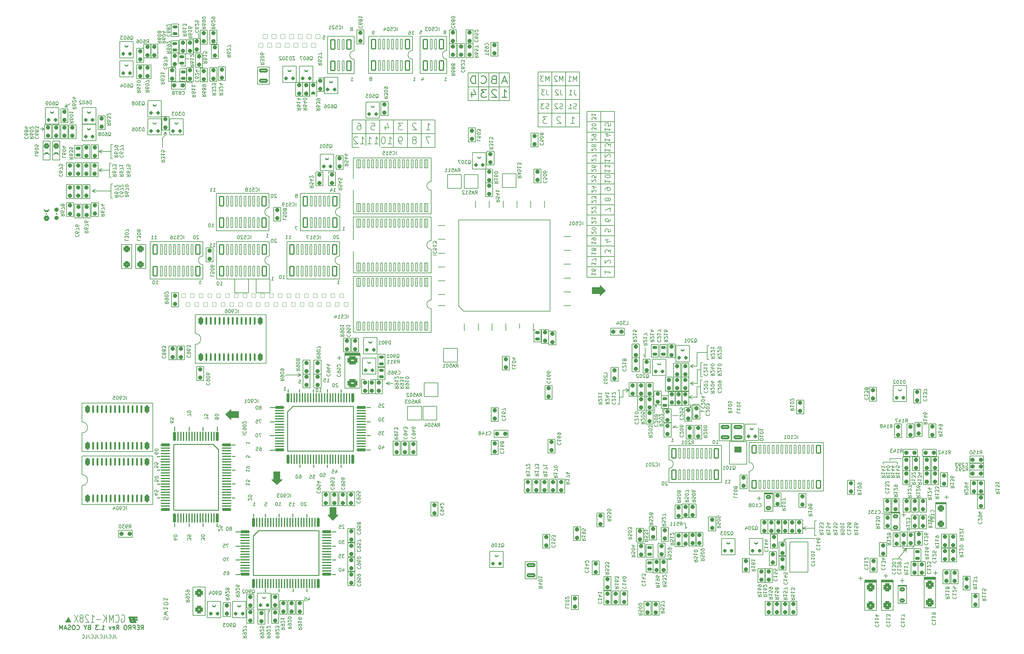
<source format=gbo>
G04 #@! TF.GenerationSoftware,KiCad,Pcbnew,7.0.8*
G04 #@! TF.CreationDate,2023-11-11T13:42:35+01:00*
G04 #@! TF.ProjectId,PCE,5043452e-6b69-4636-9164-5f7063625858,1.3*
G04 #@! TF.SameCoordinates,Original*
G04 #@! TF.FileFunction,Legend,Bot*
G04 #@! TF.FilePolarity,Positive*
%FSLAX46Y46*%
G04 Gerber Fmt 4.6, Leading zero omitted, Abs format (unit mm)*
G04 Created by KiCad (PCBNEW 7.0.8) date 2023-11-11 13:42:35*
%MOMM*%
%LPD*%
G01*
G04 APERTURE LIST*
G04 Aperture macros list*
%AMRoundRect*
0 Rectangle with rounded corners*
0 $1 Rounding radius*
0 $2 $3 $4 $5 $6 $7 $8 $9 X,Y pos of 4 corners*
0 Add a 4 corners polygon primitive as box body*
4,1,4,$2,$3,$4,$5,$6,$7,$8,$9,$2,$3,0*
0 Add four circle primitives for the rounded corners*
1,1,$1+$1,$2,$3*
1,1,$1+$1,$4,$5*
1,1,$1+$1,$6,$7*
1,1,$1+$1,$8,$9*
0 Add four rect primitives between the rounded corners*
20,1,$1+$1,$2,$3,$4,$5,0*
20,1,$1+$1,$4,$5,$6,$7,0*
20,1,$1+$1,$6,$7,$8,$9,0*
20,1,$1+$1,$8,$9,$2,$3,0*%
G04 Aperture macros list end*
%ADD10C,0.200000*%
%ADD11C,0.150000*%
%ADD12C,0.006614*%
%ADD13C,0.250000*%
%ADD14C,2.525000*%
%ADD15C,1.000000*%
%ADD16C,1.700000*%
%ADD17C,2.675000*%
%ADD18C,1.750000*%
%ADD19C,1.250000*%
%ADD20C,2.650000*%
%ADD21C,1.620000*%
%ADD22C,3.000000*%
%ADD23O,1.350000X1.350000*%
%ADD24C,1.600000*%
%ADD25C,1.500000*%
%ADD26C,2.000000*%
%ADD27O,1.700000X1.700000*%
%ADD28O,2.000000X3.000000*%
%ADD29C,4.500000*%
%ADD30RoundRect,0.070000X0.630000X0.630000X-0.630000X0.630000X-0.630000X-0.630000X0.630000X-0.630000X0*%
%ADD31O,2.000000X2.000000*%
%ADD32C,2.500000*%
%ADD33C,3.500000*%
%ADD34R,1.600000X1.600000*%
%ADD35C,1.900000*%
%ADD36RoundRect,0.292682X-0.307318X0.307318X-0.307318X-0.307318X0.307318X-0.307318X0.307318X0.307318X0*%
%ADD37RoundRect,0.292682X0.307318X-0.307318X0.307318X0.307318X-0.307318X0.307318X-0.307318X-0.307318X0*%
%ADD38RoundRect,0.200000X0.300000X-0.300000X0.300000X0.300000X-0.300000X0.300000X-0.300000X-0.300000X0*%
%ADD39C,1.000000*%
%ADD40RoundRect,0.250000X0.250000X-0.250000X0.250000X0.250000X-0.250000X0.250000X-0.250000X-0.250000X0*%
%ADD41RoundRect,0.207500X-0.207500X-1.181875X0.207500X-1.181875X0.207500X1.181875X-0.207500X1.181875X0*%
%ADD42RoundRect,0.103750X-0.103750X-1.285625X0.103750X-1.285625X0.103750X1.285625X-0.103750X1.285625X0*%
%ADD43RoundRect,0.207500X-1.181875X0.207500X-1.181875X-0.207500X1.181875X-0.207500X1.181875X0.207500X0*%
%ADD44RoundRect,0.103750X-1.285625X0.103750X-1.285625X-0.103750X1.285625X-0.103750X1.285625X0.103750X0*%
%ADD45RoundRect,0.150000X0.600000X-1.350000X0.600000X1.350000X-0.600000X1.350000X-0.600000X-1.350000X0*%
%ADD46RoundRect,0.060000X0.240000X-1.440000X0.240000X1.440000X-0.240000X1.440000X-0.240000X-1.440000X0*%
%ADD47R,0.400000X1.100000*%
%ADD48R,1.100000X0.400000*%
%ADD49RoundRect,0.478260X-0.621740X0.671740X-0.621740X-0.671740X0.621740X-0.671740X0.621740X0.671740X0*%
%ADD50RoundRect,0.219512X0.480488X-0.230488X0.480488X0.230488X-0.480488X0.230488X-0.480488X-0.230488X0*%
%ADD51R,0.900000X2.000000*%
%ADD52R,0.900000X2.500000*%
%ADD53RoundRect,1.050000X0.000000X-0.825000X0.000000X0.825000X0.000000X0.825000X0.000000X-0.825000X0*%
%ADD54RoundRect,0.292682X0.307318X0.307318X-0.307318X0.307318X-0.307318X-0.307318X0.307318X-0.307318X0*%
%ADD55RoundRect,0.292682X-0.307318X-0.307318X0.307318X-0.307318X0.307318X0.307318X-0.307318X0.307318X0*%
%ADD56RoundRect,0.060000X0.240000X-1.190000X0.240000X1.190000X-0.240000X1.190000X-0.240000X-1.190000X0*%
%ADD57RoundRect,0.391304X0.508696X-0.508696X0.508696X0.508696X-0.508696X0.508696X-0.508696X-0.508696X0*%
%ADD58RoundRect,0.250000X-0.550000X0.325000X-0.550000X-0.325000X0.550000X-0.325000X0.550000X0.325000X0*%
%ADD59RoundRect,0.326087X-0.473913X0.423913X-0.473913X-0.423913X0.473913X-0.423913X0.473913X0.423913X0*%
%ADD60R,2.300000X1.750000*%
%ADD61R,2.300000X0.500000*%
%ADD62R,1.750000X2.300000*%
%ADD63R,0.500000X2.300000*%
%ADD64R,2.300000X1.000000*%
%ADD65R,1.000000X2.300000*%
%ADD66RoundRect,0.325000X-0.325000X-0.753750X0.325000X-0.753750X0.325000X0.753750X-0.325000X0.753750X0*%
%ADD67RoundRect,0.142500X-0.142500X-0.936250X0.142500X-0.936250X0.142500X0.936250X-0.142500X0.936250X0*%
%ADD68RoundRect,0.250000X1.050000X-0.325000X1.050000X0.325000X-1.050000X0.325000X-1.050000X-0.325000X0*%
%ADD69RoundRect,0.326087X0.473913X-0.423913X0.473913X0.423913X-0.473913X0.423913X-0.473913X-0.423913X0*%
%ADD70RoundRect,0.219512X-0.480488X0.230488X-0.480488X-0.230488X0.480488X-0.230488X0.480488X0.230488X0*%
%ADD71RoundRect,0.151000X-0.604000X1.099000X-0.604000X-1.099000X0.604000X-1.099000X0.604000X1.099000X0*%
%ADD72RoundRect,0.060000X-0.240000X1.190000X-0.240000X-1.190000X0.240000X-1.190000X0.240000X1.190000X0*%
%ADD73RoundRect,0.250000X-1.050000X0.325000X-1.050000X-0.325000X1.050000X-0.325000X1.050000X0.325000X0*%
%ADD74RoundRect,0.478260X-0.621740X0.621740X-0.621740X-0.621740X0.621740X-0.621740X0.621740X0.621740X0*%
%ADD75R,4.400000X2.400000*%
%ADD76RoundRect,0.062500X0.562500X0.562500X-0.562500X0.562500X-0.562500X-0.562500X0.562500X-0.562500X0*%
%ADD77RoundRect,0.207500X0.207500X1.181875X-0.207500X1.181875X-0.207500X-1.181875X0.207500X-1.181875X0*%
%ADD78RoundRect,0.103750X0.103750X1.285625X-0.103750X1.285625X-0.103750X-1.285625X0.103750X-1.285625X0*%
%ADD79RoundRect,0.150000X-0.600000X1.350000X-0.600000X-1.350000X0.600000X-1.350000X0.600000X1.350000X0*%
%ADD80RoundRect,0.060000X-0.240000X1.440000X-0.240000X-1.440000X0.240000X-1.440000X0.240000X1.440000X0*%
%ADD81RoundRect,0.499999X-0.900001X0.650001X-0.900001X-0.650001X0.900001X-0.650001X0.900001X0.650001X0*%
%ADD82RoundRect,0.391304X-0.508696X0.508696X-0.508696X-0.508696X0.508696X-0.508696X0.508696X0.508696X0*%
G04 APERTURE END LIST*
D10*
X173684800Y-151370300D02*
X174650000Y-151865600D01*
X243933600Y-153377350D02*
X242968400Y-152882050D01*
D11*
X231700000Y-96650000D02*
X235700000Y-96650000D01*
X235700000Y-99650000D01*
X231700000Y-99650000D01*
X231700000Y-96650000D01*
X235700000Y-81650000D02*
X239700000Y-81650000D01*
X239700000Y-84650000D01*
X235700000Y-84650000D01*
X235700000Y-81650000D01*
X260250000Y-191900000D02*
X260250000Y-193425000D01*
X235700000Y-78650000D02*
X239700000Y-78650000D01*
X239700000Y-81650000D01*
X235700000Y-81650000D01*
X235700000Y-78650000D01*
X231700000Y-84650000D02*
X235700000Y-84650000D01*
X235700000Y-87650000D01*
X231700000Y-87650000D01*
X231700000Y-84650000D01*
D10*
X261620637Y-158154362D02*
X262389389Y-157385610D01*
X319375000Y-189050000D02*
X319000000Y-188675000D01*
X265104000Y-150360600D02*
X264596000Y-150360600D01*
X289483800Y-196265800D02*
X288671000Y-197078600D01*
X74162500Y-78250000D02*
X74637500Y-77775000D01*
X320100000Y-202246000D02*
X322575000Y-202246000D01*
X221575000Y-61200000D02*
X225575000Y-61200000D01*
X225575000Y-65200000D01*
X221575000Y-65200000D01*
X221575000Y-61200000D01*
D11*
X235700000Y-87650000D02*
X239700000Y-87650000D01*
X239700000Y-90650000D01*
X235700000Y-90650000D01*
X235700000Y-87650000D01*
D10*
X321514400Y-174167000D02*
X317425000Y-174167000D01*
X248597650Y-140975000D02*
X248597650Y-143882600D01*
X93647200Y-87627950D02*
X93647200Y-91717350D01*
D11*
X231700000Y-111650000D02*
X235700000Y-111650000D01*
X235700000Y-114650000D01*
X231700000Y-114650000D01*
X231700000Y-111650000D01*
D10*
X294157400Y-193281300D02*
X295122600Y-192786000D01*
X266546000Y-142430300D02*
X263600000Y-142430300D01*
X139525000Y-220900000D02*
X139525000Y-217750000D01*
D11*
X231700000Y-87650000D02*
X235700000Y-87650000D01*
X235700000Y-90650000D01*
X231700000Y-90650000D01*
X231700000Y-87650000D01*
X231700000Y-114650000D02*
X235700000Y-114650000D01*
X235700000Y-117650000D01*
X231700000Y-117650000D01*
X231700000Y-114650000D01*
X231700000Y-81650000D02*
X235700000Y-81650000D01*
X235700000Y-84650000D01*
X231700000Y-84650000D01*
X231700000Y-81650000D01*
D10*
X297637200Y-191236600D02*
X297637200Y-195326000D01*
D11*
X235700000Y-99650000D02*
X239700000Y-99650000D01*
X239700000Y-102650000D01*
X235700000Y-102650000D01*
X235700000Y-99650000D01*
X235700000Y-75650000D02*
X239700000Y-75650000D01*
X239700000Y-78650000D01*
X235700000Y-78650000D01*
X235700000Y-75650000D01*
D10*
X240617000Y-153325000D02*
X241125000Y-153325000D01*
X94155200Y-87627950D02*
X93647200Y-87627950D01*
X80775000Y-71375000D02*
X81725000Y-71400000D01*
X108992726Y-83100000D02*
X108992726Y-80332274D01*
D11*
X231700000Y-75650000D02*
X235700000Y-75650000D01*
X235700000Y-78650000D01*
X231700000Y-78650000D01*
X231700000Y-75650000D01*
D10*
X175800000Y-75125000D02*
X179800000Y-75125000D01*
X179800000Y-79125000D01*
X175800000Y-79125000D01*
X175800000Y-75125000D01*
X217575000Y-61200000D02*
X221575000Y-61200000D01*
X221575000Y-65200000D01*
X217575000Y-65200000D01*
X217575000Y-61200000D01*
D11*
X235700000Y-105650000D02*
X239700000Y-105650000D01*
X239700000Y-108650000D01*
X235700000Y-108650000D01*
X235700000Y-105650000D01*
D10*
X294157400Y-193281300D02*
X295122600Y-193776600D01*
X266546000Y-140385600D02*
X266546000Y-144475000D01*
X241122000Y-155400000D02*
X242120000Y-155400000D01*
X263601000Y-152375000D02*
X263601000Y-155375000D01*
X197325000Y-61525000D02*
X200325000Y-61525000D01*
X200325000Y-65525000D01*
X197325000Y-65525000D01*
X197325000Y-61525000D01*
X261592400Y-151402350D02*
X262557600Y-151897650D01*
X94047200Y-82202950D02*
X94047200Y-86292350D01*
X265129000Y-145360600D02*
X264621000Y-145360600D01*
X139525000Y-217750000D02*
X140150000Y-217125000D01*
D11*
X235700000Y-84650000D02*
X239700000Y-84650000D01*
X239700000Y-87650000D01*
X235700000Y-87650000D01*
X235700000Y-84650000D01*
D10*
X128750000Y-159525000D02*
X131000000Y-159525000D01*
X131000000Y-161325000D01*
X128750000Y-161325000D01*
X128750000Y-161925000D01*
X127250000Y-160425000D01*
X128750000Y-158925000D01*
X128750000Y-159525000D01*
G36*
X128750000Y-159525000D02*
G01*
X131000000Y-159525000D01*
X131000000Y-161325000D01*
X128750000Y-161325000D01*
X128750000Y-161925000D01*
X127250000Y-160425000D01*
X128750000Y-158925000D01*
X128750000Y-159525000D01*
G37*
X200325000Y-65525000D02*
X203325000Y-65525000D01*
X203325000Y-69525000D01*
X200325000Y-69525000D01*
X200325000Y-65525000D01*
D11*
X260250000Y-193425000D02*
X260725000Y-192950000D01*
D10*
X163800000Y-79125000D02*
X167800000Y-79125000D01*
X167800000Y-83125000D01*
X163800000Y-83125000D01*
X163800000Y-79125000D01*
X108992726Y-80332274D02*
X109775000Y-79550000D01*
X167800000Y-79125000D02*
X171800000Y-79125000D01*
X171800000Y-83125000D01*
X167800000Y-83125000D01*
X167800000Y-79125000D01*
D11*
X231700000Y-105650000D02*
X235700000Y-105650000D01*
X235700000Y-108650000D01*
X231700000Y-108650000D01*
X231700000Y-105650000D01*
D10*
X261217400Y-155372650D02*
X262182600Y-155867950D01*
X221575000Y-65200000D02*
X225575000Y-65200000D01*
X225575000Y-69200000D01*
X221575000Y-69200000D01*
X221575000Y-65200000D01*
X206325000Y-61525000D02*
X209325000Y-61525000D01*
X209325000Y-65525000D01*
X206325000Y-65525000D01*
X206325000Y-61525000D01*
X326050000Y-198471000D02*
X326050000Y-199175000D01*
X217575000Y-69200000D02*
X221575000Y-69200000D01*
X221575000Y-73200000D01*
X217575000Y-73200000D01*
X217575000Y-69200000D01*
D11*
X235700000Y-102650000D02*
X239700000Y-102650000D01*
X239700000Y-105650000D01*
X235700000Y-105650000D01*
X235700000Y-102650000D01*
X231700000Y-117650000D02*
X235700000Y-117650000D01*
X235700000Y-120650000D01*
X231700000Y-120650000D01*
X231700000Y-117650000D01*
D10*
X167800000Y-75125000D02*
X171800000Y-75125000D01*
X171800000Y-79125000D01*
X167800000Y-79125000D01*
X167800000Y-75125000D01*
X261610100Y-146400000D02*
X262575300Y-146895300D01*
X288823400Y-196240400D02*
X288671000Y-197078600D01*
X197325000Y-65525000D02*
X200325000Y-65525000D01*
X200325000Y-69525000D01*
X197325000Y-69525000D01*
X197325000Y-65525000D01*
X171800000Y-79125000D02*
X175800000Y-79125000D01*
X175800000Y-83125000D01*
X171800000Y-83125000D01*
X171800000Y-79125000D01*
X225575000Y-61200000D02*
X229575000Y-61200000D01*
X229575000Y-65200000D01*
X225575000Y-65200000D01*
X225575000Y-61200000D01*
X94555200Y-82202950D02*
X94047200Y-82202950D01*
X74162500Y-77300000D02*
X74637500Y-77775000D01*
X94530200Y-93652950D02*
X94022200Y-93652950D01*
X93647200Y-89672650D02*
X90600000Y-89672650D01*
X265104000Y-154450000D02*
X264596000Y-154450000D01*
X94047200Y-84247650D02*
X90567400Y-84247650D01*
X256509800Y-164122650D02*
X257475000Y-163627350D01*
X200325000Y-61525000D02*
X203325000Y-61525000D01*
X203325000Y-65525000D01*
X200325000Y-65525000D01*
X200325000Y-61525000D01*
D11*
X235700000Y-117650000D02*
X239700000Y-117650000D01*
X239700000Y-120650000D01*
X235700000Y-120650000D01*
X235700000Y-117650000D01*
X235700000Y-111650000D02*
X239700000Y-111650000D01*
X239700000Y-114650000D01*
X235700000Y-114650000D01*
X235700000Y-111650000D01*
X231700000Y-90650000D02*
X235700000Y-90650000D01*
X235700000Y-93650000D01*
X231700000Y-93650000D01*
X231700000Y-90650000D01*
D10*
X94155200Y-91717350D02*
X93647200Y-91717350D01*
X225575000Y-65200000D02*
X229575000Y-65200000D01*
X229575000Y-69200000D01*
X225575000Y-69200000D01*
X225575000Y-65200000D01*
X264599000Y-152375000D02*
X263601000Y-152375000D01*
X217575000Y-65200000D02*
X221575000Y-65200000D01*
X221575000Y-69200000D01*
X217575000Y-69200000D01*
X217575000Y-65200000D01*
X321514400Y-174675000D02*
X321514400Y-174167000D01*
X261592400Y-151402350D02*
X262557600Y-150907050D01*
X321650000Y-202225000D02*
X324200000Y-199200000D01*
X225575000Y-69200000D02*
X229575000Y-69200000D01*
X229575000Y-73200000D01*
X225575000Y-73200000D01*
X225575000Y-69200000D01*
X298145200Y-195326000D02*
X297637200Y-195326000D01*
X149040200Y-148929700D02*
X148075000Y-149425000D01*
X183800000Y-79125000D02*
X187800000Y-79125000D01*
X187800000Y-83125000D01*
X183800000Y-83125000D01*
X183800000Y-79125000D01*
X117400000Y-64175000D02*
X116100000Y-64175000D01*
X183800000Y-75125000D02*
X187800000Y-75125000D01*
X187800000Y-79125000D01*
X183800000Y-79125000D01*
X183800000Y-75125000D01*
X262385610Y-157389389D02*
X264164410Y-157389389D01*
X324200000Y-199200000D02*
X323200000Y-199850000D01*
X319350000Y-173729000D02*
X319350000Y-173150000D01*
X322575000Y-202246000D02*
X322575000Y-202754000D01*
X144625000Y-148929700D02*
X149040200Y-148929700D01*
X221575000Y-69200000D02*
X225575000Y-69200000D01*
X225575000Y-73200000D01*
X221575000Y-73200000D01*
X221575000Y-69200000D01*
X140150000Y-217125000D02*
X139350000Y-217300000D01*
D11*
X231700000Y-93650000D02*
X235700000Y-93650000D01*
X235700000Y-96650000D01*
X231700000Y-96650000D01*
X231700000Y-93650000D01*
X231700000Y-102650000D02*
X235700000Y-102650000D01*
X235700000Y-105650000D01*
X231700000Y-105650000D01*
X231700000Y-102650000D01*
D10*
X90592400Y-89672650D02*
X91557600Y-90167950D01*
X109775000Y-78500000D02*
X109279700Y-79465200D01*
X173684800Y-151370300D02*
X174650000Y-150875000D01*
D11*
X235700000Y-72650000D02*
X239700000Y-72650000D01*
X239700000Y-75650000D01*
X235700000Y-75650000D01*
X235700000Y-72650000D01*
D10*
X265800000Y-159572650D02*
X264667400Y-159572650D01*
X82275000Y-70350000D02*
X80775000Y-71375000D01*
X251775000Y-157646200D02*
X251246221Y-158174979D01*
X90567400Y-84247650D02*
X91532600Y-84742950D01*
X258175000Y-160720300D02*
X256509800Y-160720300D01*
X298145200Y-191236600D02*
X297637200Y-191236600D01*
X179800000Y-75125000D02*
X183800000Y-75125000D01*
X183800000Y-79125000D01*
X179800000Y-79125000D01*
X179800000Y-75125000D01*
X171800000Y-75125000D02*
X175800000Y-75125000D01*
X175800000Y-79125000D01*
X171800000Y-79125000D01*
X171800000Y-75125000D01*
X316975000Y-189050000D02*
X319375000Y-189050000D01*
X323050000Y-199175000D02*
X326050000Y-199175000D01*
X175650000Y-151370300D02*
X173684800Y-151370300D01*
D11*
X231700000Y-72650000D02*
X235700000Y-72650000D01*
X235700000Y-75650000D01*
X231700000Y-75650000D01*
X231700000Y-72650000D01*
D10*
X243933600Y-153377350D02*
X242968400Y-153872650D01*
X322675000Y-173150000D02*
X319350000Y-173150000D01*
X267054000Y-144475000D02*
X266546000Y-144475000D01*
X263600000Y-146400000D02*
X261610100Y-146400000D01*
X241125000Y-157414400D02*
X241125000Y-153325000D01*
X109775000Y-79550000D02*
X109775000Y-78500000D01*
X267054000Y-140385600D02*
X266546000Y-140385600D01*
X94530200Y-97742350D02*
X94022200Y-97742350D01*
X264596000Y-150360600D02*
X264596000Y-154450000D01*
D11*
X235700000Y-108650000D02*
X239700000Y-108650000D01*
X239700000Y-111650000D01*
X235700000Y-111650000D01*
X235700000Y-108650000D01*
D10*
X263625000Y-147400000D02*
X263625000Y-151400000D01*
X264667400Y-159572650D02*
X265109833Y-159130217D01*
X117525000Y-64300000D02*
X117400000Y-64175000D01*
D11*
X235700000Y-90650000D02*
X239700000Y-90650000D01*
X239700000Y-93650000D01*
X235700000Y-93650000D01*
X235700000Y-90650000D01*
D10*
X94022200Y-93652950D02*
X94022200Y-97742350D01*
X221575000Y-73200000D02*
X225575000Y-73200000D01*
X225575000Y-77200000D01*
X221575000Y-77200000D01*
X221575000Y-73200000D01*
X117525000Y-64650000D02*
X117525000Y-64300000D01*
X264623000Y-147400000D02*
X263625000Y-147400000D01*
X94022200Y-95697650D02*
X88625000Y-95697650D01*
D11*
X82466078Y-220473068D02*
X80942078Y-220473068D01*
X81754878Y-219152268D01*
X82466078Y-220473068D01*
G36*
X82466078Y-220473068D02*
G01*
X80942078Y-220473068D01*
X81754878Y-219152268D01*
X82466078Y-220473068D01*
G37*
D10*
X217575000Y-73200000D02*
X221575000Y-73200000D01*
X221575000Y-77200000D01*
X217575000Y-77200000D01*
X217575000Y-73200000D01*
D11*
X231700000Y-108650000D02*
X235700000Y-108650000D01*
X235700000Y-111650000D01*
X231700000Y-111650000D01*
X231700000Y-108650000D01*
D10*
X324200000Y-199200000D02*
X323975000Y-200225000D01*
X115587500Y-57400000D02*
X116700000Y-57400000D01*
X90567400Y-84247650D02*
X91532600Y-83752350D01*
X88634800Y-95697650D02*
X89600000Y-95202350D01*
X206325000Y-65525000D02*
X209325000Y-65525000D01*
X209325000Y-69525000D01*
X206325000Y-69525000D01*
X206325000Y-65525000D01*
X159175000Y-189525000D02*
X159775000Y-189525000D01*
X158275000Y-191025000D01*
X156775000Y-189525000D01*
X157375000Y-189525000D01*
X157375000Y-187275000D01*
X159175000Y-187275000D01*
X159175000Y-189525000D01*
G36*
X159175000Y-189525000D02*
G01*
X159775000Y-189525000D01*
X158275000Y-191025000D01*
X156775000Y-189525000D01*
X157375000Y-189525000D01*
X157375000Y-187275000D01*
X159175000Y-187275000D01*
X159175000Y-189525000D01*
G37*
X242125000Y-155400000D02*
X242125000Y-153377350D01*
X251250000Y-158171200D02*
X251250000Y-159950000D01*
D11*
X235700000Y-114650000D02*
X239700000Y-114650000D01*
X239700000Y-117650000D01*
X235700000Y-117650000D01*
X235700000Y-114650000D01*
D10*
X264621000Y-145360600D02*
X264621000Y-149450000D01*
X263600000Y-146400000D02*
X263600000Y-142430300D01*
X90592400Y-89672650D02*
X91557600Y-89177350D01*
X237025000Y-124550000D02*
X235525000Y-126050000D01*
X235525000Y-125450000D01*
X233275000Y-125450000D01*
X233275000Y-123650000D01*
X235525000Y-123650000D01*
X235525000Y-123050000D01*
X237025000Y-124550000D01*
G36*
X237025000Y-124550000D02*
G01*
X235525000Y-126050000D01*
X235525000Y-125450000D01*
X233275000Y-125450000D01*
X233275000Y-123650000D01*
X235525000Y-123650000D01*
X235525000Y-123050000D01*
X237025000Y-124550000D01*
G37*
X297662600Y-196265800D02*
X289483800Y-196265800D01*
X240617000Y-157414400D02*
X241125000Y-157414400D01*
X203325000Y-61525000D02*
X206325000Y-61525000D01*
X206325000Y-65525000D01*
X203325000Y-65525000D01*
X203325000Y-61525000D01*
X253625000Y-158617400D02*
X253625000Y-159775000D01*
X261610100Y-146400000D02*
X262575300Y-145904700D01*
X261620637Y-158154362D02*
X261620637Y-157400000D01*
X142950000Y-179225000D02*
X143550000Y-179225000D01*
X142050000Y-180725000D01*
X140550000Y-179225000D01*
X141150000Y-179225000D01*
X141150000Y-176975000D01*
X142950000Y-176975000D01*
X142950000Y-179225000D01*
G36*
X142950000Y-179225000D02*
G01*
X143550000Y-179225000D01*
X142050000Y-180725000D01*
X140550000Y-179225000D01*
X141150000Y-179225000D01*
X141150000Y-176975000D01*
X142950000Y-176975000D01*
X142950000Y-179225000D01*
G37*
X323050000Y-198471000D02*
X323050000Y-199175000D01*
X203325000Y-65525000D02*
X206325000Y-65525000D01*
X206325000Y-69525000D01*
X203325000Y-69525000D01*
X203325000Y-65525000D01*
X109775000Y-78500000D02*
X110270300Y-79465200D01*
X258175000Y-164122650D02*
X256509800Y-164122650D01*
X116100000Y-64175000D02*
X115875000Y-63950000D01*
X179800000Y-79125000D02*
X183800000Y-79125000D01*
X183800000Y-83125000D01*
X179800000Y-83125000D01*
X179800000Y-79125000D01*
D11*
X231700000Y-99650000D02*
X235700000Y-99650000D01*
X235700000Y-102650000D01*
X231700000Y-102650000D01*
X231700000Y-99650000D01*
D10*
X175800000Y-79125000D02*
X179800000Y-79125000D01*
X179800000Y-83125000D01*
X175800000Y-83125000D01*
X175800000Y-79125000D01*
X265129000Y-149450000D02*
X264621000Y-149450000D01*
X317425000Y-174675000D02*
X317425000Y-174167000D01*
X119500000Y-50000000D02*
X119500000Y-51475000D01*
X320100000Y-202246000D02*
X320100000Y-202754000D01*
X163800000Y-75125000D02*
X167800000Y-75125000D01*
X167800000Y-79125000D01*
X163800000Y-79125000D01*
X163800000Y-75125000D01*
X73625000Y-77775000D02*
X74637500Y-77775000D01*
X263600000Y-155372650D02*
X261217400Y-155372650D01*
X225575000Y-73200000D02*
X229575000Y-73200000D01*
X229575000Y-77200000D01*
X225575000Y-77200000D01*
X225575000Y-73200000D01*
X297637200Y-193281300D02*
X294157400Y-193281300D01*
D11*
X235700000Y-96650000D02*
X239700000Y-96650000D01*
X239700000Y-99650000D01*
X235700000Y-99650000D01*
X235700000Y-96650000D01*
D10*
X242125000Y-153377350D02*
X243933600Y-153377350D01*
X261217400Y-155372650D02*
X262182600Y-154877350D01*
X149040200Y-148929700D02*
X148075000Y-148434400D01*
D11*
X235700000Y-93650000D02*
X239700000Y-93650000D01*
X239700000Y-96650000D01*
X235700000Y-96650000D01*
X235700000Y-93650000D01*
D12*
X101788019Y-219348741D02*
X100856667Y-219348741D01*
X100923330Y-219548742D01*
X101573329Y-219548742D01*
X101671040Y-219766978D01*
X101723027Y-219883974D01*
X101773330Y-219998740D01*
X101074574Y-219998740D01*
X101298333Y-220673738D01*
X99800000Y-220674991D01*
X99791651Y-220674791D01*
X99783347Y-220674198D01*
X99775097Y-220673221D01*
X99766909Y-220671873D01*
X99758793Y-220670162D01*
X99750758Y-220668099D01*
X99742813Y-220665695D01*
X99734967Y-220662960D01*
X99727230Y-220659904D01*
X99719609Y-220656538D01*
X99712115Y-220652872D01*
X99704757Y-220648917D01*
X99697543Y-220644683D01*
X99690482Y-220640180D01*
X99683584Y-220635418D01*
X99676858Y-220630409D01*
X99663957Y-220619687D01*
X99651852Y-220608098D01*
X99640615Y-220595725D01*
X99630320Y-220582651D01*
X99621038Y-220568958D01*
X99616799Y-220561906D01*
X99612842Y-220554730D01*
X99609174Y-220547441D01*
X99605805Y-220540050D01*
X99602744Y-220532566D01*
X99600000Y-220525000D01*
X99429920Y-220043441D01*
X99426866Y-220034400D01*
X99424108Y-220025405D01*
X99421653Y-220016465D01*
X99419509Y-220007587D01*
X99418518Y-220002810D01*
X100017700Y-220002810D01*
X100081663Y-220202811D01*
X100581671Y-220202811D01*
X100517709Y-220002810D01*
X100017700Y-220002810D01*
X99418518Y-220002810D01*
X99417682Y-219998780D01*
X99416179Y-219990053D01*
X99415007Y-219981414D01*
X99414172Y-219972872D01*
X99413682Y-219964434D01*
X99413544Y-219956110D01*
X99413764Y-219947908D01*
X99414350Y-219939835D01*
X99415308Y-219931902D01*
X99416645Y-219924115D01*
X99418368Y-219916484D01*
X99420484Y-219909016D01*
X99423000Y-219901721D01*
X99425922Y-219894607D01*
X99429258Y-219887681D01*
X99433015Y-219880954D01*
X99437199Y-219874432D01*
X99441817Y-219868125D01*
X99446877Y-219862040D01*
X99452384Y-219856187D01*
X99458347Y-219850574D01*
X99464771Y-219845209D01*
X99471664Y-219840100D01*
X99479033Y-219835256D01*
X99486885Y-219830686D01*
X99495225Y-219826397D01*
X99504063Y-219822399D01*
X99513403Y-219818700D01*
X99502184Y-219818110D01*
X99491324Y-219817259D01*
X99480817Y-219816151D01*
X99470658Y-219814790D01*
X99460843Y-219813180D01*
X99451365Y-219811325D01*
X99442221Y-219809228D01*
X99433405Y-219806895D01*
X99424912Y-219804328D01*
X99416738Y-219801531D01*
X99408876Y-219798510D01*
X99401322Y-219795266D01*
X99394071Y-219791806D01*
X99387119Y-219788132D01*
X99380459Y-219784248D01*
X99374087Y-219780159D01*
X99367998Y-219775868D01*
X99362187Y-219771379D01*
X99356648Y-219766697D01*
X99351378Y-219761825D01*
X99346370Y-219756767D01*
X99341620Y-219751527D01*
X99337122Y-219746110D01*
X99332873Y-219740518D01*
X99328866Y-219734757D01*
X99325096Y-219728829D01*
X99321559Y-219722740D01*
X99318250Y-219716492D01*
X99315163Y-219710090D01*
X99312294Y-219703538D01*
X99307188Y-219690000D01*
X99191271Y-219348741D01*
X99766346Y-219348741D01*
X99830309Y-219548742D01*
X100330317Y-219548742D01*
X100266354Y-219348741D01*
X99766346Y-219348741D01*
X99191271Y-219348741D01*
X99123336Y-219148741D01*
X99119043Y-219134767D01*
X99115642Y-219120809D01*
X99113112Y-219106897D01*
X99111432Y-219093058D01*
X99110581Y-219079319D01*
X99110537Y-219065709D01*
X99111279Y-219052256D01*
X99112786Y-219038987D01*
X99115037Y-219025932D01*
X99118011Y-219013117D01*
X99121686Y-219000571D01*
X99126041Y-218988321D01*
X99131056Y-218976397D01*
X99136708Y-218964825D01*
X99142977Y-218953633D01*
X99149841Y-218942851D01*
X99157279Y-218932505D01*
X99165270Y-218922623D01*
X99173793Y-218913235D01*
X99182827Y-218904367D01*
X99192350Y-218896047D01*
X99202341Y-218888304D01*
X99212779Y-218881166D01*
X99223643Y-218874660D01*
X99234912Y-218868815D01*
X99246563Y-218863659D01*
X99258577Y-218859219D01*
X99270932Y-218855523D01*
X99283607Y-218852600D01*
X99296580Y-218850478D01*
X99309830Y-218849184D01*
X99323337Y-218848746D01*
X101598327Y-218848746D01*
X101788019Y-219348741D01*
G36*
X101788019Y-219348741D02*
G01*
X100856667Y-219348741D01*
X100923330Y-219548742D01*
X101573329Y-219548742D01*
X101671040Y-219766978D01*
X101723027Y-219883974D01*
X101773330Y-219998740D01*
X101074574Y-219998740D01*
X101298333Y-220673738D01*
X99800000Y-220674991D01*
X99791651Y-220674791D01*
X99783347Y-220674198D01*
X99775097Y-220673221D01*
X99766909Y-220671873D01*
X99758793Y-220670162D01*
X99750758Y-220668099D01*
X99742813Y-220665695D01*
X99734967Y-220662960D01*
X99727230Y-220659904D01*
X99719609Y-220656538D01*
X99712115Y-220652872D01*
X99704757Y-220648917D01*
X99697543Y-220644683D01*
X99690482Y-220640180D01*
X99683584Y-220635418D01*
X99676858Y-220630409D01*
X99663957Y-220619687D01*
X99651852Y-220608098D01*
X99640615Y-220595725D01*
X99630320Y-220582651D01*
X99621038Y-220568958D01*
X99616799Y-220561906D01*
X99612842Y-220554730D01*
X99609174Y-220547441D01*
X99605805Y-220540050D01*
X99602744Y-220532566D01*
X99600000Y-220525000D01*
X99429920Y-220043441D01*
X99426866Y-220034400D01*
X99424108Y-220025405D01*
X99421653Y-220016465D01*
X99419509Y-220007587D01*
X99418518Y-220002810D01*
X100017700Y-220002810D01*
X100081663Y-220202811D01*
X100581671Y-220202811D01*
X100517709Y-220002810D01*
X100017700Y-220002810D01*
X99418518Y-220002810D01*
X99417682Y-219998780D01*
X99416179Y-219990053D01*
X99415007Y-219981414D01*
X99414172Y-219972872D01*
X99413682Y-219964434D01*
X99413544Y-219956110D01*
X99413764Y-219947908D01*
X99414350Y-219939835D01*
X99415308Y-219931902D01*
X99416645Y-219924115D01*
X99418368Y-219916484D01*
X99420484Y-219909016D01*
X99423000Y-219901721D01*
X99425922Y-219894607D01*
X99429258Y-219887681D01*
X99433015Y-219880954D01*
X99437199Y-219874432D01*
X99441817Y-219868125D01*
X99446877Y-219862040D01*
X99452384Y-219856187D01*
X99458347Y-219850574D01*
X99464771Y-219845209D01*
X99471664Y-219840100D01*
X99479033Y-219835256D01*
X99486885Y-219830686D01*
X99495225Y-219826397D01*
X99504063Y-219822399D01*
X99513403Y-219818700D01*
X99502184Y-219818110D01*
X99491324Y-219817259D01*
X99480817Y-219816151D01*
X99470658Y-219814790D01*
X99460843Y-219813180D01*
X99451365Y-219811325D01*
X99442221Y-219809228D01*
X99433405Y-219806895D01*
X99424912Y-219804328D01*
X99416738Y-219801531D01*
X99408876Y-219798510D01*
X99401322Y-219795266D01*
X99394071Y-219791806D01*
X99387119Y-219788132D01*
X99380459Y-219784248D01*
X99374087Y-219780159D01*
X99367998Y-219775868D01*
X99362187Y-219771379D01*
X99356648Y-219766697D01*
X99351378Y-219761825D01*
X99346370Y-219756767D01*
X99341620Y-219751527D01*
X99337122Y-219746110D01*
X99332873Y-219740518D01*
X99328866Y-219734757D01*
X99325096Y-219728829D01*
X99321559Y-219722740D01*
X99318250Y-219716492D01*
X99315163Y-219710090D01*
X99312294Y-219703538D01*
X99307188Y-219690000D01*
X99191271Y-219348741D01*
X99766346Y-219348741D01*
X99830309Y-219548742D01*
X100330317Y-219548742D01*
X100266354Y-219348741D01*
X99766346Y-219348741D01*
X99191271Y-219348741D01*
X99123336Y-219148741D01*
X99119043Y-219134767D01*
X99115642Y-219120809D01*
X99113112Y-219106897D01*
X99111432Y-219093058D01*
X99110581Y-219079319D01*
X99110537Y-219065709D01*
X99111279Y-219052256D01*
X99112786Y-219038987D01*
X99115037Y-219025932D01*
X99118011Y-219013117D01*
X99121686Y-219000571D01*
X99126041Y-218988321D01*
X99131056Y-218976397D01*
X99136708Y-218964825D01*
X99142977Y-218953633D01*
X99149841Y-218942851D01*
X99157279Y-218932505D01*
X99165270Y-218922623D01*
X99173793Y-218913235D01*
X99182827Y-218904367D01*
X99192350Y-218896047D01*
X99202341Y-218888304D01*
X99212779Y-218881166D01*
X99223643Y-218874660D01*
X99234912Y-218868815D01*
X99246563Y-218863659D01*
X99258577Y-218859219D01*
X99270932Y-218855523D01*
X99283607Y-218852600D01*
X99296580Y-218850478D01*
X99309830Y-218849184D01*
X99323337Y-218848746D01*
X101598327Y-218848746D01*
X101788019Y-219348741D01*
G37*
D10*
X94555200Y-86292350D02*
X94047200Y-86292350D01*
X88634800Y-95697650D02*
X89600000Y-96192950D01*
X251775000Y-157646200D02*
X251775000Y-158253800D01*
D11*
X231700000Y-78650000D02*
X235700000Y-78650000D01*
X235700000Y-81650000D01*
X231700000Y-81650000D01*
X231700000Y-78650000D01*
D10*
X248597650Y-143882600D02*
X248102350Y-142917400D01*
X263625000Y-151402350D02*
X261592400Y-151402350D01*
D11*
X259700000Y-191900000D02*
X260250000Y-191900000D01*
D10*
X80775000Y-71375000D02*
X81300000Y-70350000D01*
X237016471Y-83435713D02*
X237016471Y-84292856D01*
X237016471Y-83864285D02*
X238516471Y-83864285D01*
X238516471Y-83864285D02*
X238302185Y-84007142D01*
X238302185Y-84007142D02*
X238159328Y-84149999D01*
X238159328Y-84149999D02*
X238087900Y-84292856D01*
X238516471Y-82935714D02*
X238516471Y-82007142D01*
X238516471Y-82007142D02*
X237945042Y-82507142D01*
X237945042Y-82507142D02*
X237945042Y-82292857D01*
X237945042Y-82292857D02*
X237873614Y-82150000D01*
X237873614Y-82150000D02*
X237802185Y-82078571D01*
X237802185Y-82078571D02*
X237659328Y-82007142D01*
X237659328Y-82007142D02*
X237302185Y-82007142D01*
X237302185Y-82007142D02*
X237159328Y-82078571D01*
X237159328Y-82078571D02*
X237087900Y-82150000D01*
X237087900Y-82150000D02*
X237016471Y-82292857D01*
X237016471Y-82292857D02*
X237016471Y-82721428D01*
X237016471Y-82721428D02*
X237087900Y-82864285D01*
X237087900Y-82864285D02*
X237159328Y-82935714D01*
X234240971Y-87064285D02*
X234298114Y-87007142D01*
X234298114Y-87007142D02*
X234355257Y-86892857D01*
X234355257Y-86892857D02*
X234355257Y-86607142D01*
X234355257Y-86607142D02*
X234298114Y-86492857D01*
X234298114Y-86492857D02*
X234240971Y-86435714D01*
X234240971Y-86435714D02*
X234126685Y-86378571D01*
X234126685Y-86378571D02*
X234012400Y-86378571D01*
X234012400Y-86378571D02*
X233840971Y-86435714D01*
X233840971Y-86435714D02*
X233155257Y-87121428D01*
X233155257Y-87121428D02*
X233155257Y-86378571D01*
X234355257Y-85978571D02*
X234355257Y-85178571D01*
X234355257Y-85178571D02*
X233155257Y-85692857D01*
X220789285Y-63933528D02*
X220789285Y-62433528D01*
X220789285Y-62433528D02*
X220289285Y-63504957D01*
X220289285Y-63504957D02*
X219789285Y-62433528D01*
X219789285Y-62433528D02*
X219789285Y-63933528D01*
X219217856Y-62433528D02*
X218289284Y-62433528D01*
X218289284Y-62433528D02*
X218789284Y-63004957D01*
X218789284Y-63004957D02*
X218574999Y-63004957D01*
X218574999Y-63004957D02*
X218432142Y-63076385D01*
X218432142Y-63076385D02*
X218360713Y-63147814D01*
X218360713Y-63147814D02*
X218289284Y-63290671D01*
X218289284Y-63290671D02*
X218289284Y-63647814D01*
X218289284Y-63647814D02*
X218360713Y-63790671D01*
X218360713Y-63790671D02*
X218432142Y-63862100D01*
X218432142Y-63862100D02*
X218574999Y-63933528D01*
X218574999Y-63933528D02*
X219003570Y-63933528D01*
X219003570Y-63933528D02*
X219146427Y-63862100D01*
X219146427Y-63862100D02*
X219217856Y-63790671D01*
X238516471Y-103864285D02*
X238516471Y-104149999D01*
X238516471Y-104149999D02*
X238445042Y-104292856D01*
X238445042Y-104292856D02*
X238373614Y-104364285D01*
X238373614Y-104364285D02*
X238159328Y-104507142D01*
X238159328Y-104507142D02*
X237873614Y-104578570D01*
X237873614Y-104578570D02*
X237302185Y-104578570D01*
X237302185Y-104578570D02*
X237159328Y-104507142D01*
X237159328Y-104507142D02*
X237087900Y-104435713D01*
X237087900Y-104435713D02*
X237016471Y-104292856D01*
X237016471Y-104292856D02*
X237016471Y-104007142D01*
X237016471Y-104007142D02*
X237087900Y-103864285D01*
X237087900Y-103864285D02*
X237159328Y-103792856D01*
X237159328Y-103792856D02*
X237302185Y-103721427D01*
X237302185Y-103721427D02*
X237659328Y-103721427D01*
X237659328Y-103721427D02*
X237802185Y-103792856D01*
X237802185Y-103792856D02*
X237873614Y-103864285D01*
X237873614Y-103864285D02*
X237945042Y-104007142D01*
X237945042Y-104007142D02*
X237945042Y-104292856D01*
X237945042Y-104292856D02*
X237873614Y-104435713D01*
X237873614Y-104435713D02*
X237802185Y-104507142D01*
X237802185Y-104507142D02*
X237659328Y-104578570D01*
X165419047Y-76039838D02*
X165800000Y-76039838D01*
X165800000Y-76039838D02*
X165990476Y-76135076D01*
X165990476Y-76135076D02*
X166085714Y-76230314D01*
X166085714Y-76230314D02*
X166276190Y-76516028D01*
X166276190Y-76516028D02*
X166371428Y-76896980D01*
X166371428Y-76896980D02*
X166371428Y-77658885D01*
X166371428Y-77658885D02*
X166276190Y-77849361D01*
X166276190Y-77849361D02*
X166180952Y-77944600D01*
X166180952Y-77944600D02*
X165990476Y-78039838D01*
X165990476Y-78039838D02*
X165609523Y-78039838D01*
X165609523Y-78039838D02*
X165419047Y-77944600D01*
X165419047Y-77944600D02*
X165323809Y-77849361D01*
X165323809Y-77849361D02*
X165228571Y-77658885D01*
X165228571Y-77658885D02*
X165228571Y-77182695D01*
X165228571Y-77182695D02*
X165323809Y-76992219D01*
X165323809Y-76992219D02*
X165419047Y-76896980D01*
X165419047Y-76896980D02*
X165609523Y-76801742D01*
X165609523Y-76801742D02*
X165990476Y-76801742D01*
X165990476Y-76801742D02*
X166180952Y-76896980D01*
X166180952Y-76896980D02*
X166276190Y-76992219D01*
X166276190Y-76992219D02*
X166371428Y-77182695D01*
X228074999Y-66433528D02*
X228074999Y-67504957D01*
X228074999Y-67504957D02*
X228146428Y-67719242D01*
X228146428Y-67719242D02*
X228289285Y-67862100D01*
X228289285Y-67862100D02*
X228503571Y-67933528D01*
X228503571Y-67933528D02*
X228646428Y-67933528D01*
X226574999Y-67933528D02*
X227432142Y-67933528D01*
X227003571Y-67933528D02*
X227003571Y-66433528D01*
X227003571Y-66433528D02*
X227146428Y-66647814D01*
X227146428Y-66647814D02*
X227289285Y-66790671D01*
X227289285Y-66790671D02*
X227432142Y-66862100D01*
D13*
X201051190Y-64320238D02*
X201170238Y-64425000D01*
X201170238Y-64425000D02*
X201527380Y-64529761D01*
X201527380Y-64529761D02*
X201765476Y-64529761D01*
X201765476Y-64529761D02*
X202122619Y-64425000D01*
X202122619Y-64425000D02*
X202360714Y-64215476D01*
X202360714Y-64215476D02*
X202479761Y-64005952D01*
X202479761Y-64005952D02*
X202598809Y-63586904D01*
X202598809Y-63586904D02*
X202598809Y-63272619D01*
X202598809Y-63272619D02*
X202479761Y-62853571D01*
X202479761Y-62853571D02*
X202360714Y-62644047D01*
X202360714Y-62644047D02*
X202122619Y-62434523D01*
X202122619Y-62434523D02*
X201765476Y-62329761D01*
X201765476Y-62329761D02*
X201527380Y-62329761D01*
X201527380Y-62329761D02*
X201170238Y-62434523D01*
X201170238Y-62434523D02*
X201051190Y-62539285D01*
D10*
X238516471Y-113649999D02*
X238516471Y-112721427D01*
X238516471Y-112721427D02*
X237945042Y-113221427D01*
X237945042Y-113221427D02*
X237945042Y-113007142D01*
X237945042Y-113007142D02*
X237873614Y-112864285D01*
X237873614Y-112864285D02*
X237802185Y-112792856D01*
X237802185Y-112792856D02*
X237659328Y-112721427D01*
X237659328Y-112721427D02*
X237302185Y-112721427D01*
X237302185Y-112721427D02*
X237159328Y-112792856D01*
X237159328Y-112792856D02*
X237087900Y-112864285D01*
X237087900Y-112864285D02*
X237016471Y-113007142D01*
X237016471Y-113007142D02*
X237016471Y-113435713D01*
X237016471Y-113435713D02*
X237087900Y-113578570D01*
X237087900Y-113578570D02*
X237159328Y-113649999D01*
X237873614Y-98292856D02*
X237945042Y-98435713D01*
X237945042Y-98435713D02*
X238016471Y-98507142D01*
X238016471Y-98507142D02*
X238159328Y-98578570D01*
X238159328Y-98578570D02*
X238230757Y-98578570D01*
X238230757Y-98578570D02*
X238373614Y-98507142D01*
X238373614Y-98507142D02*
X238445042Y-98435713D01*
X238445042Y-98435713D02*
X238516471Y-98292856D01*
X238516471Y-98292856D02*
X238516471Y-98007142D01*
X238516471Y-98007142D02*
X238445042Y-97864285D01*
X238445042Y-97864285D02*
X238373614Y-97792856D01*
X238373614Y-97792856D02*
X238230757Y-97721427D01*
X238230757Y-97721427D02*
X238159328Y-97721427D01*
X238159328Y-97721427D02*
X238016471Y-97792856D01*
X238016471Y-97792856D02*
X237945042Y-97864285D01*
X237945042Y-97864285D02*
X237873614Y-98007142D01*
X237873614Y-98007142D02*
X237873614Y-98292856D01*
X237873614Y-98292856D02*
X237802185Y-98435713D01*
X237802185Y-98435713D02*
X237730757Y-98507142D01*
X237730757Y-98507142D02*
X237587900Y-98578570D01*
X237587900Y-98578570D02*
X237302185Y-98578570D01*
X237302185Y-98578570D02*
X237159328Y-98507142D01*
X237159328Y-98507142D02*
X237087900Y-98435713D01*
X237087900Y-98435713D02*
X237016471Y-98292856D01*
X237016471Y-98292856D02*
X237016471Y-98007142D01*
X237016471Y-98007142D02*
X237087900Y-97864285D01*
X237087900Y-97864285D02*
X237159328Y-97792856D01*
X237159328Y-97792856D02*
X237302185Y-97721427D01*
X237302185Y-97721427D02*
X237587900Y-97721427D01*
X237587900Y-97721427D02*
X237730757Y-97792856D01*
X237730757Y-97792856D02*
X237802185Y-97864285D01*
X237802185Y-97864285D02*
X237873614Y-98007142D01*
X234355257Y-78121428D02*
X234355257Y-77378571D01*
X234355257Y-77378571D02*
X233898114Y-77778571D01*
X233898114Y-77778571D02*
X233898114Y-77607142D01*
X233898114Y-77607142D02*
X233840971Y-77492857D01*
X233840971Y-77492857D02*
X233783828Y-77435714D01*
X233783828Y-77435714D02*
X233669542Y-77378571D01*
X233669542Y-77378571D02*
X233383828Y-77378571D01*
X233383828Y-77378571D02*
X233269542Y-77435714D01*
X233269542Y-77435714D02*
X233212400Y-77492857D01*
X233212400Y-77492857D02*
X233155257Y-77607142D01*
X233155257Y-77607142D02*
X233155257Y-77949999D01*
X233155257Y-77949999D02*
X233212400Y-78064285D01*
X233212400Y-78064285D02*
X233269542Y-78121428D01*
X234355257Y-76635714D02*
X234355257Y-76521428D01*
X234355257Y-76521428D02*
X234298114Y-76407142D01*
X234298114Y-76407142D02*
X234240971Y-76350000D01*
X234240971Y-76350000D02*
X234126685Y-76292857D01*
X234126685Y-76292857D02*
X233898114Y-76235714D01*
X233898114Y-76235714D02*
X233612400Y-76235714D01*
X233612400Y-76235714D02*
X233383828Y-76292857D01*
X233383828Y-76292857D02*
X233269542Y-76350000D01*
X233269542Y-76350000D02*
X233212400Y-76407142D01*
X233212400Y-76407142D02*
X233155257Y-76521428D01*
X233155257Y-76521428D02*
X233155257Y-76635714D01*
X233155257Y-76635714D02*
X233212400Y-76750000D01*
X233212400Y-76750000D02*
X233269542Y-76807142D01*
X233269542Y-76807142D02*
X233383828Y-76864285D01*
X233383828Y-76864285D02*
X233612400Y-76921428D01*
X233612400Y-76921428D02*
X233898114Y-76921428D01*
X233898114Y-76921428D02*
X234126685Y-76864285D01*
X234126685Y-76864285D02*
X234240971Y-76807142D01*
X234240971Y-76807142D02*
X234298114Y-76750000D01*
X234298114Y-76750000D02*
X234355257Y-76635714D01*
X237016471Y-77435713D02*
X237016471Y-78292856D01*
X237016471Y-77864285D02*
X238516471Y-77864285D01*
X238516471Y-77864285D02*
X238302185Y-78007142D01*
X238302185Y-78007142D02*
X238159328Y-78149999D01*
X238159328Y-78149999D02*
X238087900Y-78292856D01*
X238516471Y-76078571D02*
X238516471Y-76792857D01*
X238516471Y-76792857D02*
X237802185Y-76864285D01*
X237802185Y-76864285D02*
X237873614Y-76792857D01*
X237873614Y-76792857D02*
X237945042Y-76650000D01*
X237945042Y-76650000D02*
X237945042Y-76292857D01*
X237945042Y-76292857D02*
X237873614Y-76150000D01*
X237873614Y-76150000D02*
X237802185Y-76078571D01*
X237802185Y-76078571D02*
X237659328Y-76007142D01*
X237659328Y-76007142D02*
X237302185Y-76007142D01*
X237302185Y-76007142D02*
X237159328Y-76078571D01*
X237159328Y-76078571D02*
X237087900Y-76150000D01*
X237087900Y-76150000D02*
X237016471Y-76292857D01*
X237016471Y-76292857D02*
X237016471Y-76650000D01*
X237016471Y-76650000D02*
X237087900Y-76792857D01*
X237087900Y-76792857D02*
X237159328Y-76864285D01*
X233155257Y-119378571D02*
X233155257Y-120064285D01*
X233155257Y-119721428D02*
X234355257Y-119721428D01*
X234355257Y-119721428D02*
X234183828Y-119835714D01*
X234183828Y-119835714D02*
X234069542Y-119949999D01*
X234069542Y-119949999D02*
X234012400Y-120064285D01*
X234355257Y-118350000D02*
X234355257Y-118578571D01*
X234355257Y-118578571D02*
X234298114Y-118692857D01*
X234298114Y-118692857D02*
X234240971Y-118750000D01*
X234240971Y-118750000D02*
X234069542Y-118864285D01*
X234069542Y-118864285D02*
X233840971Y-118921428D01*
X233840971Y-118921428D02*
X233383828Y-118921428D01*
X233383828Y-118921428D02*
X233269542Y-118864285D01*
X233269542Y-118864285D02*
X233212400Y-118807142D01*
X233212400Y-118807142D02*
X233155257Y-118692857D01*
X233155257Y-118692857D02*
X233155257Y-118464285D01*
X233155257Y-118464285D02*
X233212400Y-118350000D01*
X233212400Y-118350000D02*
X233269542Y-118292857D01*
X233269542Y-118292857D02*
X233383828Y-118235714D01*
X233383828Y-118235714D02*
X233669542Y-118235714D01*
X233669542Y-118235714D02*
X233783828Y-118292857D01*
X233783828Y-118292857D02*
X233840971Y-118350000D01*
X233840971Y-118350000D02*
X233898114Y-118464285D01*
X233898114Y-118464285D02*
X233898114Y-118692857D01*
X233898114Y-118692857D02*
X233840971Y-118807142D01*
X233840971Y-118807142D02*
X233783828Y-118864285D01*
X233783828Y-118864285D02*
X233669542Y-118921428D01*
X234240971Y-90064285D02*
X234298114Y-90007142D01*
X234298114Y-90007142D02*
X234355257Y-89892857D01*
X234355257Y-89892857D02*
X234355257Y-89607142D01*
X234355257Y-89607142D02*
X234298114Y-89492857D01*
X234298114Y-89492857D02*
X234240971Y-89435714D01*
X234240971Y-89435714D02*
X234126685Y-89378571D01*
X234126685Y-89378571D02*
X234012400Y-89378571D01*
X234012400Y-89378571D02*
X233840971Y-89435714D01*
X233840971Y-89435714D02*
X233155257Y-90121428D01*
X233155257Y-90121428D02*
X233155257Y-89378571D01*
X234355257Y-88350000D02*
X234355257Y-88578571D01*
X234355257Y-88578571D02*
X234298114Y-88692857D01*
X234298114Y-88692857D02*
X234240971Y-88750000D01*
X234240971Y-88750000D02*
X234069542Y-88864285D01*
X234069542Y-88864285D02*
X233840971Y-88921428D01*
X233840971Y-88921428D02*
X233383828Y-88921428D01*
X233383828Y-88921428D02*
X233269542Y-88864285D01*
X233269542Y-88864285D02*
X233212400Y-88807142D01*
X233212400Y-88807142D02*
X233155257Y-88692857D01*
X233155257Y-88692857D02*
X233155257Y-88464285D01*
X233155257Y-88464285D02*
X233212400Y-88350000D01*
X233212400Y-88350000D02*
X233269542Y-88292857D01*
X233269542Y-88292857D02*
X233383828Y-88235714D01*
X233383828Y-88235714D02*
X233669542Y-88235714D01*
X233669542Y-88235714D02*
X233783828Y-88292857D01*
X233783828Y-88292857D02*
X233840971Y-88350000D01*
X233840971Y-88350000D02*
X233898114Y-88464285D01*
X233898114Y-88464285D02*
X233898114Y-88692857D01*
X233898114Y-88692857D02*
X233840971Y-88807142D01*
X233840971Y-88807142D02*
X233783828Y-88864285D01*
X233783828Y-88864285D02*
X233669542Y-88921428D01*
X233155257Y-116378571D02*
X233155257Y-117064285D01*
X233155257Y-116721428D02*
X234355257Y-116721428D01*
X234355257Y-116721428D02*
X234183828Y-116835714D01*
X234183828Y-116835714D02*
X234069542Y-116949999D01*
X234069542Y-116949999D02*
X234012400Y-117064285D01*
X234355257Y-115978571D02*
X234355257Y-115178571D01*
X234355257Y-115178571D02*
X233155257Y-115692857D01*
X220241666Y-74164838D02*
X219003571Y-74164838D01*
X219003571Y-74164838D02*
X219670238Y-74926742D01*
X219670238Y-74926742D02*
X219384523Y-74926742D01*
X219384523Y-74926742D02*
X219194047Y-75021980D01*
X219194047Y-75021980D02*
X219098809Y-75117219D01*
X219098809Y-75117219D02*
X219003571Y-75307695D01*
X219003571Y-75307695D02*
X219003571Y-75783885D01*
X219003571Y-75783885D02*
X219098809Y-75974361D01*
X219098809Y-75974361D02*
X219194047Y-76069600D01*
X219194047Y-76069600D02*
X219384523Y-76164838D01*
X219384523Y-76164838D02*
X219955952Y-76164838D01*
X219955952Y-76164838D02*
X220146428Y-76069600D01*
X220146428Y-76069600D02*
X220241666Y-75974361D01*
X170180952Y-82039838D02*
X171323809Y-82039838D01*
X170752381Y-82039838D02*
X170752381Y-80039838D01*
X170752381Y-80039838D02*
X170942857Y-80325552D01*
X170942857Y-80325552D02*
X171133333Y-80516028D01*
X171133333Y-80516028D02*
X171323809Y-80611266D01*
X168276190Y-82039838D02*
X169419047Y-82039838D01*
X168847619Y-82039838D02*
X168847619Y-80039838D01*
X168847619Y-80039838D02*
X169038095Y-80325552D01*
X169038095Y-80325552D02*
X169228571Y-80516028D01*
X169228571Y-80516028D02*
X169419047Y-80611266D01*
D13*
X199479761Y-64529761D02*
X199479761Y-62329761D01*
X199479761Y-62329761D02*
X198884523Y-62329761D01*
X198884523Y-62329761D02*
X198527380Y-62434523D01*
X198527380Y-62434523D02*
X198289285Y-62644047D01*
X198289285Y-62644047D02*
X198170238Y-62853571D01*
X198170238Y-62853571D02*
X198051190Y-63272619D01*
X198051190Y-63272619D02*
X198051190Y-63586904D01*
X198051190Y-63586904D02*
X198170238Y-64005952D01*
X198170238Y-64005952D02*
X198289285Y-64215476D01*
X198289285Y-64215476D02*
X198527380Y-64425000D01*
X198527380Y-64425000D02*
X198884523Y-64529761D01*
X198884523Y-64529761D02*
X199479761Y-64529761D01*
X202658333Y-66329761D02*
X201110714Y-66329761D01*
X201110714Y-66329761D02*
X201944047Y-67167857D01*
X201944047Y-67167857D02*
X201586904Y-67167857D01*
X201586904Y-67167857D02*
X201348809Y-67272619D01*
X201348809Y-67272619D02*
X201229761Y-67377380D01*
X201229761Y-67377380D02*
X201110714Y-67586904D01*
X201110714Y-67586904D02*
X201110714Y-68110714D01*
X201110714Y-68110714D02*
X201229761Y-68320238D01*
X201229761Y-68320238D02*
X201348809Y-68425000D01*
X201348809Y-68425000D02*
X201586904Y-68529761D01*
X201586904Y-68529761D02*
X202301190Y-68529761D01*
X202301190Y-68529761D02*
X202539285Y-68425000D01*
X202539285Y-68425000D02*
X202658333Y-68320238D01*
D10*
X234355257Y-75121428D02*
X234355257Y-74378571D01*
X234355257Y-74378571D02*
X233898114Y-74778571D01*
X233898114Y-74778571D02*
X233898114Y-74607142D01*
X233898114Y-74607142D02*
X233840971Y-74492857D01*
X233840971Y-74492857D02*
X233783828Y-74435714D01*
X233783828Y-74435714D02*
X233669542Y-74378571D01*
X233669542Y-74378571D02*
X233383828Y-74378571D01*
X233383828Y-74378571D02*
X233269542Y-74435714D01*
X233269542Y-74435714D02*
X233212400Y-74492857D01*
X233212400Y-74492857D02*
X233155257Y-74607142D01*
X233155257Y-74607142D02*
X233155257Y-74949999D01*
X233155257Y-74949999D02*
X233212400Y-75064285D01*
X233212400Y-75064285D02*
X233269542Y-75121428D01*
X233155257Y-73235714D02*
X233155257Y-73921428D01*
X233155257Y-73578571D02*
X234355257Y-73578571D01*
X234355257Y-73578571D02*
X234183828Y-73692857D01*
X234183828Y-73692857D02*
X234069542Y-73807142D01*
X234069542Y-73807142D02*
X234012400Y-73921428D01*
X238516471Y-101649999D02*
X238516471Y-100649999D01*
X238516471Y-100649999D02*
X237016471Y-101292856D01*
X228717856Y-71862100D02*
X228503571Y-71933528D01*
X228503571Y-71933528D02*
X228146428Y-71933528D01*
X228146428Y-71933528D02*
X228003571Y-71862100D01*
X228003571Y-71862100D02*
X227932142Y-71790671D01*
X227932142Y-71790671D02*
X227860713Y-71647814D01*
X227860713Y-71647814D02*
X227860713Y-71504957D01*
X227860713Y-71504957D02*
X227932142Y-71362100D01*
X227932142Y-71362100D02*
X228003571Y-71290671D01*
X228003571Y-71290671D02*
X228146428Y-71219242D01*
X228146428Y-71219242D02*
X228432142Y-71147814D01*
X228432142Y-71147814D02*
X228574999Y-71076385D01*
X228574999Y-71076385D02*
X228646428Y-71004957D01*
X228646428Y-71004957D02*
X228717856Y-70862100D01*
X228717856Y-70862100D02*
X228717856Y-70719242D01*
X228717856Y-70719242D02*
X228646428Y-70576385D01*
X228646428Y-70576385D02*
X228574999Y-70504957D01*
X228574999Y-70504957D02*
X228432142Y-70433528D01*
X228432142Y-70433528D02*
X228074999Y-70433528D01*
X228074999Y-70433528D02*
X227860713Y-70504957D01*
X226432142Y-71933528D02*
X227289285Y-71933528D01*
X226860714Y-71933528D02*
X226860714Y-70433528D01*
X226860714Y-70433528D02*
X227003571Y-70647814D01*
X227003571Y-70647814D02*
X227146428Y-70790671D01*
X227146428Y-70790671D02*
X227289285Y-70862100D01*
X228789285Y-63933528D02*
X228789285Y-62433528D01*
X228789285Y-62433528D02*
X228289285Y-63504957D01*
X228289285Y-63504957D02*
X227789285Y-62433528D01*
X227789285Y-62433528D02*
X227789285Y-63933528D01*
X226289284Y-63933528D02*
X227146427Y-63933528D01*
X226717856Y-63933528D02*
X226717856Y-62433528D01*
X226717856Y-62433528D02*
X226860713Y-62647814D01*
X226860713Y-62647814D02*
X227003570Y-62790671D01*
X227003570Y-62790671D02*
X227146427Y-62862100D01*
X178180952Y-82039838D02*
X177800000Y-82039838D01*
X177800000Y-82039838D02*
X177609523Y-81944600D01*
X177609523Y-81944600D02*
X177514285Y-81849361D01*
X177514285Y-81849361D02*
X177323809Y-81563647D01*
X177323809Y-81563647D02*
X177228571Y-81182695D01*
X177228571Y-81182695D02*
X177228571Y-80420790D01*
X177228571Y-80420790D02*
X177323809Y-80230314D01*
X177323809Y-80230314D02*
X177419047Y-80135076D01*
X177419047Y-80135076D02*
X177609523Y-80039838D01*
X177609523Y-80039838D02*
X177990476Y-80039838D01*
X177990476Y-80039838D02*
X178180952Y-80135076D01*
X178180952Y-80135076D02*
X178276190Y-80230314D01*
X178276190Y-80230314D02*
X178371428Y-80420790D01*
X178371428Y-80420790D02*
X178371428Y-80896980D01*
X178371428Y-80896980D02*
X178276190Y-81087457D01*
X178276190Y-81087457D02*
X178180952Y-81182695D01*
X178180952Y-81182695D02*
X177990476Y-81277933D01*
X177990476Y-81277933D02*
X177609523Y-81277933D01*
X177609523Y-81277933D02*
X177419047Y-81182695D01*
X177419047Y-81182695D02*
X177323809Y-81087457D01*
X177323809Y-81087457D02*
X177228571Y-80896980D01*
X97130157Y-218504591D02*
X97287300Y-218399829D01*
X97287300Y-218399829D02*
X97523014Y-218399829D01*
X97523014Y-218399829D02*
X97758728Y-218504591D01*
X97758728Y-218504591D02*
X97915871Y-218714115D01*
X97915871Y-218714115D02*
X97994442Y-218923639D01*
X97994442Y-218923639D02*
X98073014Y-219342687D01*
X98073014Y-219342687D02*
X98073014Y-219656972D01*
X98073014Y-219656972D02*
X97994442Y-220076020D01*
X97994442Y-220076020D02*
X97915871Y-220285544D01*
X97915871Y-220285544D02*
X97758728Y-220495068D01*
X97758728Y-220495068D02*
X97523014Y-220599829D01*
X97523014Y-220599829D02*
X97365871Y-220599829D01*
X97365871Y-220599829D02*
X97130157Y-220495068D01*
X97130157Y-220495068D02*
X97051585Y-220390306D01*
X97051585Y-220390306D02*
X97051585Y-219656972D01*
X97051585Y-219656972D02*
X97365871Y-219656972D01*
X95401585Y-220390306D02*
X95480157Y-220495068D01*
X95480157Y-220495068D02*
X95715871Y-220599829D01*
X95715871Y-220599829D02*
X95873014Y-220599829D01*
X95873014Y-220599829D02*
X96108728Y-220495068D01*
X96108728Y-220495068D02*
X96265871Y-220285544D01*
X96265871Y-220285544D02*
X96344442Y-220076020D01*
X96344442Y-220076020D02*
X96423014Y-219656972D01*
X96423014Y-219656972D02*
X96423014Y-219342687D01*
X96423014Y-219342687D02*
X96344442Y-218923639D01*
X96344442Y-218923639D02*
X96265871Y-218714115D01*
X96265871Y-218714115D02*
X96108728Y-218504591D01*
X96108728Y-218504591D02*
X95873014Y-218399829D01*
X95873014Y-218399829D02*
X95715871Y-218399829D01*
X95715871Y-218399829D02*
X95480157Y-218504591D01*
X95480157Y-218504591D02*
X95401585Y-218609353D01*
X94694442Y-220599829D02*
X94694442Y-218399829D01*
X94694442Y-218399829D02*
X94144442Y-219971258D01*
X94144442Y-219971258D02*
X93594442Y-218399829D01*
X93594442Y-218399829D02*
X93594442Y-220599829D01*
X92808728Y-220599829D02*
X92808728Y-218399829D01*
X91865871Y-220599829D02*
X92573014Y-219342687D01*
X91865871Y-218399829D02*
X92808728Y-219656972D01*
X91158728Y-219761734D02*
X89901586Y-219761734D01*
X88251586Y-220599829D02*
X89194443Y-220599829D01*
X88723014Y-220599829D02*
X88723014Y-218399829D01*
X88723014Y-218399829D02*
X88880157Y-218714115D01*
X88880157Y-218714115D02*
X89037300Y-218923639D01*
X89037300Y-218923639D02*
X89194443Y-219028401D01*
X87623014Y-218609353D02*
X87544442Y-218504591D01*
X87544442Y-218504591D02*
X87387300Y-218399829D01*
X87387300Y-218399829D02*
X86994442Y-218399829D01*
X86994442Y-218399829D02*
X86837300Y-218504591D01*
X86837300Y-218504591D02*
X86758728Y-218609353D01*
X86758728Y-218609353D02*
X86680157Y-218818877D01*
X86680157Y-218818877D02*
X86680157Y-219028401D01*
X86680157Y-219028401D02*
X86758728Y-219342687D01*
X86758728Y-219342687D02*
X87701585Y-220599829D01*
X87701585Y-220599829D02*
X86680157Y-220599829D01*
X85737299Y-219342687D02*
X85894442Y-219237925D01*
X85894442Y-219237925D02*
X85973013Y-219133163D01*
X85973013Y-219133163D02*
X86051585Y-218923639D01*
X86051585Y-218923639D02*
X86051585Y-218818877D01*
X86051585Y-218818877D02*
X85973013Y-218609353D01*
X85973013Y-218609353D02*
X85894442Y-218504591D01*
X85894442Y-218504591D02*
X85737299Y-218399829D01*
X85737299Y-218399829D02*
X85423013Y-218399829D01*
X85423013Y-218399829D02*
X85265871Y-218504591D01*
X85265871Y-218504591D02*
X85187299Y-218609353D01*
X85187299Y-218609353D02*
X85108728Y-218818877D01*
X85108728Y-218818877D02*
X85108728Y-218923639D01*
X85108728Y-218923639D02*
X85187299Y-219133163D01*
X85187299Y-219133163D02*
X85265871Y-219237925D01*
X85265871Y-219237925D02*
X85423013Y-219342687D01*
X85423013Y-219342687D02*
X85737299Y-219342687D01*
X85737299Y-219342687D02*
X85894442Y-219447448D01*
X85894442Y-219447448D02*
X85973013Y-219552210D01*
X85973013Y-219552210D02*
X86051585Y-219761734D01*
X86051585Y-219761734D02*
X86051585Y-220180782D01*
X86051585Y-220180782D02*
X85973013Y-220390306D01*
X85973013Y-220390306D02*
X85894442Y-220495068D01*
X85894442Y-220495068D02*
X85737299Y-220599829D01*
X85737299Y-220599829D02*
X85423013Y-220599829D01*
X85423013Y-220599829D02*
X85265871Y-220495068D01*
X85265871Y-220495068D02*
X85187299Y-220390306D01*
X85187299Y-220390306D02*
X85108728Y-220180782D01*
X85108728Y-220180782D02*
X85108728Y-219761734D01*
X85108728Y-219761734D02*
X85187299Y-219552210D01*
X85187299Y-219552210D02*
X85265871Y-219447448D01*
X85265871Y-219447448D02*
X85423013Y-219342687D01*
X84558727Y-218399829D02*
X83458727Y-220599829D01*
X83458727Y-218399829D02*
X84558727Y-220599829D01*
X227003571Y-76164838D02*
X228146428Y-76164838D01*
X227575000Y-76164838D02*
X227575000Y-74164838D01*
X227575000Y-74164838D02*
X227765476Y-74450552D01*
X227765476Y-74450552D02*
X227955952Y-74641028D01*
X227955952Y-74641028D02*
X228146428Y-74736266D01*
X174180952Y-82039838D02*
X175323809Y-82039838D01*
X174752381Y-82039838D02*
X174752381Y-80039838D01*
X174752381Y-80039838D02*
X174942857Y-80325552D01*
X174942857Y-80325552D02*
X175133333Y-80516028D01*
X175133333Y-80516028D02*
X175323809Y-80611266D01*
X172942857Y-80039838D02*
X172752380Y-80039838D01*
X172752380Y-80039838D02*
X172561904Y-80135076D01*
X172561904Y-80135076D02*
X172466666Y-80230314D01*
X172466666Y-80230314D02*
X172371428Y-80420790D01*
X172371428Y-80420790D02*
X172276190Y-80801742D01*
X172276190Y-80801742D02*
X172276190Y-81277933D01*
X172276190Y-81277933D02*
X172371428Y-81658885D01*
X172371428Y-81658885D02*
X172466666Y-81849361D01*
X172466666Y-81849361D02*
X172561904Y-81944600D01*
X172561904Y-81944600D02*
X172752380Y-82039838D01*
X172752380Y-82039838D02*
X172942857Y-82039838D01*
X172942857Y-82039838D02*
X173133333Y-81944600D01*
X173133333Y-81944600D02*
X173228571Y-81849361D01*
X173228571Y-81849361D02*
X173323809Y-81658885D01*
X173323809Y-81658885D02*
X173419047Y-81277933D01*
X173419047Y-81277933D02*
X173419047Y-80801742D01*
X173419047Y-80801742D02*
X173323809Y-80420790D01*
X173323809Y-80420790D02*
X173228571Y-80230314D01*
X173228571Y-80230314D02*
X173133333Y-80135076D01*
X173133333Y-80135076D02*
X172942857Y-80039838D01*
D13*
X208420237Y-63901190D02*
X207229761Y-63901190D01*
X208658332Y-64529761D02*
X207824999Y-62329761D01*
X207824999Y-62329761D02*
X206991666Y-64529761D01*
D10*
X237016471Y-118721427D02*
X237016471Y-119578570D01*
X237016471Y-119149999D02*
X238516471Y-119149999D01*
X238516471Y-119149999D02*
X238302185Y-119292856D01*
X238302185Y-119292856D02*
X238159328Y-119435713D01*
X238159328Y-119435713D02*
X238087900Y-119578570D01*
X181990476Y-80896980D02*
X182180952Y-80801742D01*
X182180952Y-80801742D02*
X182276190Y-80706504D01*
X182276190Y-80706504D02*
X182371428Y-80516028D01*
X182371428Y-80516028D02*
X182371428Y-80420790D01*
X182371428Y-80420790D02*
X182276190Y-80230314D01*
X182276190Y-80230314D02*
X182180952Y-80135076D01*
X182180952Y-80135076D02*
X181990476Y-80039838D01*
X181990476Y-80039838D02*
X181609523Y-80039838D01*
X181609523Y-80039838D02*
X181419047Y-80135076D01*
X181419047Y-80135076D02*
X181323809Y-80230314D01*
X181323809Y-80230314D02*
X181228571Y-80420790D01*
X181228571Y-80420790D02*
X181228571Y-80516028D01*
X181228571Y-80516028D02*
X181323809Y-80706504D01*
X181323809Y-80706504D02*
X181419047Y-80801742D01*
X181419047Y-80801742D02*
X181609523Y-80896980D01*
X181609523Y-80896980D02*
X181990476Y-80896980D01*
X181990476Y-80896980D02*
X182180952Y-80992219D01*
X182180952Y-80992219D02*
X182276190Y-81087457D01*
X182276190Y-81087457D02*
X182371428Y-81277933D01*
X182371428Y-81277933D02*
X182371428Y-81658885D01*
X182371428Y-81658885D02*
X182276190Y-81849361D01*
X182276190Y-81849361D02*
X182180952Y-81944600D01*
X182180952Y-81944600D02*
X181990476Y-82039838D01*
X181990476Y-82039838D02*
X181609523Y-82039838D01*
X181609523Y-82039838D02*
X181419047Y-81944600D01*
X181419047Y-81944600D02*
X181323809Y-81849361D01*
X181323809Y-81849361D02*
X181228571Y-81658885D01*
X181228571Y-81658885D02*
X181228571Y-81277933D01*
X181228571Y-81277933D02*
X181323809Y-81087457D01*
X181323809Y-81087457D02*
X181419047Y-80992219D01*
X181419047Y-80992219D02*
X181609523Y-80896980D01*
X173419047Y-76706504D02*
X173419047Y-78039838D01*
X173895238Y-75944600D02*
X174371428Y-77373171D01*
X174371428Y-77373171D02*
X173133333Y-77373171D01*
X237016471Y-92435713D02*
X237016471Y-93292856D01*
X237016471Y-92864285D02*
X238516471Y-92864285D01*
X238516471Y-92864285D02*
X238302185Y-93007142D01*
X238302185Y-93007142D02*
X238159328Y-93149999D01*
X238159328Y-93149999D02*
X238087900Y-93292856D01*
X238516471Y-91507142D02*
X238516471Y-91364285D01*
X238516471Y-91364285D02*
X238445042Y-91221428D01*
X238445042Y-91221428D02*
X238373614Y-91150000D01*
X238373614Y-91150000D02*
X238230757Y-91078571D01*
X238230757Y-91078571D02*
X237945042Y-91007142D01*
X237945042Y-91007142D02*
X237587900Y-91007142D01*
X237587900Y-91007142D02*
X237302185Y-91078571D01*
X237302185Y-91078571D02*
X237159328Y-91150000D01*
X237159328Y-91150000D02*
X237087900Y-91221428D01*
X237087900Y-91221428D02*
X237016471Y-91364285D01*
X237016471Y-91364285D02*
X237016471Y-91507142D01*
X237016471Y-91507142D02*
X237087900Y-91650000D01*
X237087900Y-91650000D02*
X237159328Y-91721428D01*
X237159328Y-91721428D02*
X237302185Y-91792857D01*
X237302185Y-91792857D02*
X237587900Y-91864285D01*
X237587900Y-91864285D02*
X237945042Y-91864285D01*
X237945042Y-91864285D02*
X238230757Y-91792857D01*
X238230757Y-91792857D02*
X238373614Y-91721428D01*
X238373614Y-91721428D02*
X238445042Y-91650000D01*
X238445042Y-91650000D02*
X238516471Y-91507142D01*
X238516471Y-106792856D02*
X238516471Y-107507142D01*
X238516471Y-107507142D02*
X237802185Y-107578570D01*
X237802185Y-107578570D02*
X237873614Y-107507142D01*
X237873614Y-107507142D02*
X237945042Y-107364285D01*
X237945042Y-107364285D02*
X237945042Y-107007142D01*
X237945042Y-107007142D02*
X237873614Y-106864285D01*
X237873614Y-106864285D02*
X237802185Y-106792856D01*
X237802185Y-106792856D02*
X237659328Y-106721427D01*
X237659328Y-106721427D02*
X237302185Y-106721427D01*
X237302185Y-106721427D02*
X237159328Y-106792856D01*
X237159328Y-106792856D02*
X237087900Y-106864285D01*
X237087900Y-106864285D02*
X237016471Y-107007142D01*
X237016471Y-107007142D02*
X237016471Y-107364285D01*
X237016471Y-107364285D02*
X237087900Y-107507142D01*
X237087900Y-107507142D02*
X237159328Y-107578570D01*
X237016471Y-89435713D02*
X237016471Y-90292856D01*
X237016471Y-89864285D02*
X238516471Y-89864285D01*
X238516471Y-89864285D02*
X238302185Y-90007142D01*
X238302185Y-90007142D02*
X238159328Y-90149999D01*
X238159328Y-90149999D02*
X238087900Y-90292856D01*
X237016471Y-88007142D02*
X237016471Y-88864285D01*
X237016471Y-88435714D02*
X238516471Y-88435714D01*
X238516471Y-88435714D02*
X238302185Y-88578571D01*
X238302185Y-88578571D02*
X238159328Y-88721428D01*
X238159328Y-88721428D02*
X238087900Y-88864285D01*
X237016471Y-95435713D02*
X237016471Y-95149999D01*
X237016471Y-95149999D02*
X237087900Y-95007142D01*
X237087900Y-95007142D02*
X237159328Y-94935713D01*
X237159328Y-94935713D02*
X237373614Y-94792856D01*
X237373614Y-94792856D02*
X237659328Y-94721427D01*
X237659328Y-94721427D02*
X238230757Y-94721427D01*
X238230757Y-94721427D02*
X238373614Y-94792856D01*
X238373614Y-94792856D02*
X238445042Y-94864285D01*
X238445042Y-94864285D02*
X238516471Y-95007142D01*
X238516471Y-95007142D02*
X238516471Y-95292856D01*
X238516471Y-95292856D02*
X238445042Y-95435713D01*
X238445042Y-95435713D02*
X238373614Y-95507142D01*
X238373614Y-95507142D02*
X238230757Y-95578570D01*
X238230757Y-95578570D02*
X237873614Y-95578570D01*
X237873614Y-95578570D02*
X237730757Y-95507142D01*
X237730757Y-95507142D02*
X237659328Y-95435713D01*
X237659328Y-95435713D02*
X237587900Y-95292856D01*
X237587900Y-95292856D02*
X237587900Y-95007142D01*
X237587900Y-95007142D02*
X237659328Y-94864285D01*
X237659328Y-94864285D02*
X237730757Y-94792856D01*
X237730757Y-94792856D02*
X237873614Y-94721427D01*
X234240971Y-108064285D02*
X234298114Y-108007142D01*
X234298114Y-108007142D02*
X234355257Y-107892857D01*
X234355257Y-107892857D02*
X234355257Y-107607142D01*
X234355257Y-107607142D02*
X234298114Y-107492857D01*
X234298114Y-107492857D02*
X234240971Y-107435714D01*
X234240971Y-107435714D02*
X234126685Y-107378571D01*
X234126685Y-107378571D02*
X234012400Y-107378571D01*
X234012400Y-107378571D02*
X233840971Y-107435714D01*
X233840971Y-107435714D02*
X233155257Y-108121428D01*
X233155257Y-108121428D02*
X233155257Y-107378571D01*
X234355257Y-106635714D02*
X234355257Y-106521428D01*
X234355257Y-106521428D02*
X234298114Y-106407142D01*
X234298114Y-106407142D02*
X234240971Y-106350000D01*
X234240971Y-106350000D02*
X234126685Y-106292857D01*
X234126685Y-106292857D02*
X233898114Y-106235714D01*
X233898114Y-106235714D02*
X233612400Y-106235714D01*
X233612400Y-106235714D02*
X233383828Y-106292857D01*
X233383828Y-106292857D02*
X233269542Y-106350000D01*
X233269542Y-106350000D02*
X233212400Y-106407142D01*
X233212400Y-106407142D02*
X233155257Y-106521428D01*
X233155257Y-106521428D02*
X233155257Y-106635714D01*
X233155257Y-106635714D02*
X233212400Y-106750000D01*
X233212400Y-106750000D02*
X233269542Y-106807142D01*
X233269542Y-106807142D02*
X233383828Y-106864285D01*
X233383828Y-106864285D02*
X233612400Y-106921428D01*
X233612400Y-106921428D02*
X233898114Y-106921428D01*
X233898114Y-106921428D02*
X234126685Y-106864285D01*
X234126685Y-106864285D02*
X234240971Y-106807142D01*
X234240971Y-106807142D02*
X234298114Y-106750000D01*
X234298114Y-106750000D02*
X234355257Y-106635714D01*
X186466666Y-80039838D02*
X185133333Y-80039838D01*
X185133333Y-80039838D02*
X185990476Y-82039838D01*
X234240971Y-81064285D02*
X234298114Y-81007142D01*
X234298114Y-81007142D02*
X234355257Y-80892857D01*
X234355257Y-80892857D02*
X234355257Y-80607142D01*
X234355257Y-80607142D02*
X234298114Y-80492857D01*
X234298114Y-80492857D02*
X234240971Y-80435714D01*
X234240971Y-80435714D02*
X234126685Y-80378571D01*
X234126685Y-80378571D02*
X234012400Y-80378571D01*
X234012400Y-80378571D02*
X233840971Y-80435714D01*
X233840971Y-80435714D02*
X233155257Y-81121428D01*
X233155257Y-81121428D02*
X233155257Y-80378571D01*
X233155257Y-79807142D02*
X233155257Y-79578571D01*
X233155257Y-79578571D02*
X233212400Y-79464285D01*
X233212400Y-79464285D02*
X233269542Y-79407142D01*
X233269542Y-79407142D02*
X233440971Y-79292857D01*
X233440971Y-79292857D02*
X233669542Y-79235714D01*
X233669542Y-79235714D02*
X234126685Y-79235714D01*
X234126685Y-79235714D02*
X234240971Y-79292857D01*
X234240971Y-79292857D02*
X234298114Y-79350000D01*
X234298114Y-79350000D02*
X234355257Y-79464285D01*
X234355257Y-79464285D02*
X234355257Y-79692857D01*
X234355257Y-79692857D02*
X234298114Y-79807142D01*
X234298114Y-79807142D02*
X234240971Y-79864285D01*
X234240971Y-79864285D02*
X234126685Y-79921428D01*
X234126685Y-79921428D02*
X233840971Y-79921428D01*
X233840971Y-79921428D02*
X233726685Y-79864285D01*
X233726685Y-79864285D02*
X233669542Y-79807142D01*
X233669542Y-79807142D02*
X233612400Y-79692857D01*
X233612400Y-79692857D02*
X233612400Y-79464285D01*
X233612400Y-79464285D02*
X233669542Y-79350000D01*
X233669542Y-79350000D02*
X233726685Y-79292857D01*
X233726685Y-79292857D02*
X233840971Y-79235714D01*
X233155257Y-113378571D02*
X233155257Y-114064285D01*
X233155257Y-113721428D02*
X234355257Y-113721428D01*
X234355257Y-113721428D02*
X234183828Y-113835714D01*
X234183828Y-113835714D02*
X234069542Y-113949999D01*
X234069542Y-113949999D02*
X234012400Y-114064285D01*
X233840971Y-112692857D02*
X233898114Y-112807142D01*
X233898114Y-112807142D02*
X233955257Y-112864285D01*
X233955257Y-112864285D02*
X234069542Y-112921428D01*
X234069542Y-112921428D02*
X234126685Y-112921428D01*
X234126685Y-112921428D02*
X234240971Y-112864285D01*
X234240971Y-112864285D02*
X234298114Y-112807142D01*
X234298114Y-112807142D02*
X234355257Y-112692857D01*
X234355257Y-112692857D02*
X234355257Y-112464285D01*
X234355257Y-112464285D02*
X234298114Y-112350000D01*
X234298114Y-112350000D02*
X234240971Y-112292857D01*
X234240971Y-112292857D02*
X234126685Y-112235714D01*
X234126685Y-112235714D02*
X234069542Y-112235714D01*
X234069542Y-112235714D02*
X233955257Y-112292857D01*
X233955257Y-112292857D02*
X233898114Y-112350000D01*
X233898114Y-112350000D02*
X233840971Y-112464285D01*
X233840971Y-112464285D02*
X233840971Y-112692857D01*
X233840971Y-112692857D02*
X233783828Y-112807142D01*
X233783828Y-112807142D02*
X233726685Y-112864285D01*
X233726685Y-112864285D02*
X233612400Y-112921428D01*
X233612400Y-112921428D02*
X233383828Y-112921428D01*
X233383828Y-112921428D02*
X233269542Y-112864285D01*
X233269542Y-112864285D02*
X233212400Y-112807142D01*
X233212400Y-112807142D02*
X233155257Y-112692857D01*
X233155257Y-112692857D02*
X233155257Y-112464285D01*
X233155257Y-112464285D02*
X233212400Y-112350000D01*
X233212400Y-112350000D02*
X233269542Y-112292857D01*
X233269542Y-112292857D02*
X233383828Y-112235714D01*
X233383828Y-112235714D02*
X233612400Y-112235714D01*
X233612400Y-112235714D02*
X233726685Y-112292857D01*
X233726685Y-112292857D02*
X233783828Y-112350000D01*
X233783828Y-112350000D02*
X233840971Y-112464285D01*
X224789285Y-63933528D02*
X224789285Y-62433528D01*
X224789285Y-62433528D02*
X224289285Y-63504957D01*
X224289285Y-63504957D02*
X223789285Y-62433528D01*
X223789285Y-62433528D02*
X223789285Y-63933528D01*
X223146427Y-62576385D02*
X223074999Y-62504957D01*
X223074999Y-62504957D02*
X222932142Y-62433528D01*
X222932142Y-62433528D02*
X222574999Y-62433528D01*
X222574999Y-62433528D02*
X222432142Y-62504957D01*
X222432142Y-62504957D02*
X222360713Y-62576385D01*
X222360713Y-62576385D02*
X222289284Y-62719242D01*
X222289284Y-62719242D02*
X222289284Y-62862100D01*
X222289284Y-62862100D02*
X222360713Y-63076385D01*
X222360713Y-63076385D02*
X223217856Y-63933528D01*
X223217856Y-63933528D02*
X222289284Y-63933528D01*
D13*
X198348809Y-67063095D02*
X198348809Y-68529761D01*
X198944047Y-66225000D02*
X199539285Y-67796428D01*
X199539285Y-67796428D02*
X197991666Y-67796428D01*
D10*
X182371428Y-76230314D02*
X182276190Y-76135076D01*
X182276190Y-76135076D02*
X182085714Y-76039838D01*
X182085714Y-76039838D02*
X181609523Y-76039838D01*
X181609523Y-76039838D02*
X181419047Y-76135076D01*
X181419047Y-76135076D02*
X181323809Y-76230314D01*
X181323809Y-76230314D02*
X181228571Y-76420790D01*
X181228571Y-76420790D02*
X181228571Y-76611266D01*
X181228571Y-76611266D02*
X181323809Y-76896980D01*
X181323809Y-76896980D02*
X182466666Y-78039838D01*
X182466666Y-78039838D02*
X181228571Y-78039838D01*
X166180952Y-82039838D02*
X167323809Y-82039838D01*
X166752381Y-82039838D02*
X166752381Y-80039838D01*
X166752381Y-80039838D02*
X166942857Y-80325552D01*
X166942857Y-80325552D02*
X167133333Y-80516028D01*
X167133333Y-80516028D02*
X167323809Y-80611266D01*
X165419047Y-80230314D02*
X165323809Y-80135076D01*
X165323809Y-80135076D02*
X165133333Y-80039838D01*
X165133333Y-80039838D02*
X164657142Y-80039838D01*
X164657142Y-80039838D02*
X164466666Y-80135076D01*
X164466666Y-80135076D02*
X164371428Y-80230314D01*
X164371428Y-80230314D02*
X164276190Y-80420790D01*
X164276190Y-80420790D02*
X164276190Y-80611266D01*
X164276190Y-80611266D02*
X164371428Y-80896980D01*
X164371428Y-80896980D02*
X165514285Y-82039838D01*
X165514285Y-82039838D02*
X164276190Y-82039838D01*
X233155257Y-110378571D02*
X233155257Y-111064285D01*
X233155257Y-110721428D02*
X234355257Y-110721428D01*
X234355257Y-110721428D02*
X234183828Y-110835714D01*
X234183828Y-110835714D02*
X234069542Y-110949999D01*
X234069542Y-110949999D02*
X234012400Y-111064285D01*
X233155257Y-109807142D02*
X233155257Y-109578571D01*
X233155257Y-109578571D02*
X233212400Y-109464285D01*
X233212400Y-109464285D02*
X233269542Y-109407142D01*
X233269542Y-109407142D02*
X233440971Y-109292857D01*
X233440971Y-109292857D02*
X233669542Y-109235714D01*
X233669542Y-109235714D02*
X234126685Y-109235714D01*
X234126685Y-109235714D02*
X234240971Y-109292857D01*
X234240971Y-109292857D02*
X234298114Y-109350000D01*
X234298114Y-109350000D02*
X234355257Y-109464285D01*
X234355257Y-109464285D02*
X234355257Y-109692857D01*
X234355257Y-109692857D02*
X234298114Y-109807142D01*
X234298114Y-109807142D02*
X234240971Y-109864285D01*
X234240971Y-109864285D02*
X234126685Y-109921428D01*
X234126685Y-109921428D02*
X233840971Y-109921428D01*
X233840971Y-109921428D02*
X233726685Y-109864285D01*
X233726685Y-109864285D02*
X233669542Y-109807142D01*
X233669542Y-109807142D02*
X233612400Y-109692857D01*
X233612400Y-109692857D02*
X233612400Y-109464285D01*
X233612400Y-109464285D02*
X233669542Y-109350000D01*
X233669542Y-109350000D02*
X233726685Y-109292857D01*
X233726685Y-109292857D02*
X233840971Y-109235714D01*
X234240971Y-102064285D02*
X234298114Y-102007142D01*
X234298114Y-102007142D02*
X234355257Y-101892857D01*
X234355257Y-101892857D02*
X234355257Y-101607142D01*
X234355257Y-101607142D02*
X234298114Y-101492857D01*
X234298114Y-101492857D02*
X234240971Y-101435714D01*
X234240971Y-101435714D02*
X234126685Y-101378571D01*
X234126685Y-101378571D02*
X234012400Y-101378571D01*
X234012400Y-101378571D02*
X233840971Y-101435714D01*
X233840971Y-101435714D02*
X233155257Y-102121428D01*
X233155257Y-102121428D02*
X233155257Y-101378571D01*
X234240971Y-100921428D02*
X234298114Y-100864285D01*
X234298114Y-100864285D02*
X234355257Y-100750000D01*
X234355257Y-100750000D02*
X234355257Y-100464285D01*
X234355257Y-100464285D02*
X234298114Y-100350000D01*
X234298114Y-100350000D02*
X234240971Y-100292857D01*
X234240971Y-100292857D02*
X234126685Y-100235714D01*
X234126685Y-100235714D02*
X234012400Y-100235714D01*
X234012400Y-100235714D02*
X233840971Y-100292857D01*
X233840971Y-100292857D02*
X233155257Y-100978571D01*
X233155257Y-100978571D02*
X233155257Y-100235714D01*
X224146428Y-74355314D02*
X224051190Y-74260076D01*
X224051190Y-74260076D02*
X223860714Y-74164838D01*
X223860714Y-74164838D02*
X223384523Y-74164838D01*
X223384523Y-74164838D02*
X223194047Y-74260076D01*
X223194047Y-74260076D02*
X223098809Y-74355314D01*
X223098809Y-74355314D02*
X223003571Y-74545790D01*
X223003571Y-74545790D02*
X223003571Y-74736266D01*
X223003571Y-74736266D02*
X223098809Y-75021980D01*
X223098809Y-75021980D02*
X224241666Y-76164838D01*
X224241666Y-76164838D02*
X223003571Y-76164838D01*
D13*
X102698809Y-222634023D02*
X103115475Y-222038785D01*
X103413094Y-222634023D02*
X103413094Y-221384023D01*
X103413094Y-221384023D02*
X102936904Y-221384023D01*
X102936904Y-221384023D02*
X102817856Y-221443547D01*
X102817856Y-221443547D02*
X102758333Y-221503071D01*
X102758333Y-221503071D02*
X102698809Y-221622119D01*
X102698809Y-221622119D02*
X102698809Y-221800690D01*
X102698809Y-221800690D02*
X102758333Y-221919738D01*
X102758333Y-221919738D02*
X102817856Y-221979261D01*
X102817856Y-221979261D02*
X102936904Y-222038785D01*
X102936904Y-222038785D02*
X103413094Y-222038785D01*
X102163094Y-221979261D02*
X101746428Y-221979261D01*
X101567856Y-222634023D02*
X102163094Y-222634023D01*
X102163094Y-222634023D02*
X102163094Y-221384023D01*
X102163094Y-221384023D02*
X101567856Y-221384023D01*
X101032142Y-222634023D02*
X101032142Y-221384023D01*
X101032142Y-221384023D02*
X100555952Y-221384023D01*
X100555952Y-221384023D02*
X100436904Y-221443547D01*
X100436904Y-221443547D02*
X100377381Y-221503071D01*
X100377381Y-221503071D02*
X100317857Y-221622119D01*
X100317857Y-221622119D02*
X100317857Y-221800690D01*
X100317857Y-221800690D02*
X100377381Y-221919738D01*
X100377381Y-221919738D02*
X100436904Y-221979261D01*
X100436904Y-221979261D02*
X100555952Y-222038785D01*
X100555952Y-222038785D02*
X101032142Y-222038785D01*
X99067857Y-222634023D02*
X99484523Y-222038785D01*
X99782142Y-222634023D02*
X99782142Y-221384023D01*
X99782142Y-221384023D02*
X99305952Y-221384023D01*
X99305952Y-221384023D02*
X99186904Y-221443547D01*
X99186904Y-221443547D02*
X99127381Y-221503071D01*
X99127381Y-221503071D02*
X99067857Y-221622119D01*
X99067857Y-221622119D02*
X99067857Y-221800690D01*
X99067857Y-221800690D02*
X99127381Y-221919738D01*
X99127381Y-221919738D02*
X99186904Y-221979261D01*
X99186904Y-221979261D02*
X99305952Y-222038785D01*
X99305952Y-222038785D02*
X99782142Y-222038785D01*
X98294047Y-221384023D02*
X98055952Y-221384023D01*
X98055952Y-221384023D02*
X97936904Y-221443547D01*
X97936904Y-221443547D02*
X97817857Y-221562595D01*
X97817857Y-221562595D02*
X97758333Y-221800690D01*
X97758333Y-221800690D02*
X97758333Y-222217357D01*
X97758333Y-222217357D02*
X97817857Y-222455452D01*
X97817857Y-222455452D02*
X97936904Y-222574500D01*
X97936904Y-222574500D02*
X98055952Y-222634023D01*
X98055952Y-222634023D02*
X98294047Y-222634023D01*
X98294047Y-222634023D02*
X98413095Y-222574500D01*
X98413095Y-222574500D02*
X98532142Y-222455452D01*
X98532142Y-222455452D02*
X98591666Y-222217357D01*
X98591666Y-222217357D02*
X98591666Y-221800690D01*
X98591666Y-221800690D02*
X98532142Y-221562595D01*
X98532142Y-221562595D02*
X98413095Y-221443547D01*
X98413095Y-221443547D02*
X98294047Y-221384023D01*
X95555952Y-222634023D02*
X95972618Y-222038785D01*
X96270237Y-222634023D02*
X96270237Y-221384023D01*
X96270237Y-221384023D02*
X95794047Y-221384023D01*
X95794047Y-221384023D02*
X95674999Y-221443547D01*
X95674999Y-221443547D02*
X95615476Y-221503071D01*
X95615476Y-221503071D02*
X95555952Y-221622119D01*
X95555952Y-221622119D02*
X95555952Y-221800690D01*
X95555952Y-221800690D02*
X95615476Y-221919738D01*
X95615476Y-221919738D02*
X95674999Y-221979261D01*
X95674999Y-221979261D02*
X95794047Y-222038785D01*
X95794047Y-222038785D02*
X96270237Y-222038785D01*
X94544047Y-222574500D02*
X94663095Y-222634023D01*
X94663095Y-222634023D02*
X94901190Y-222634023D01*
X94901190Y-222634023D02*
X95020237Y-222574500D01*
X95020237Y-222574500D02*
X95079761Y-222455452D01*
X95079761Y-222455452D02*
X95079761Y-221979261D01*
X95079761Y-221979261D02*
X95020237Y-221860214D01*
X95020237Y-221860214D02*
X94901190Y-221800690D01*
X94901190Y-221800690D02*
X94663095Y-221800690D01*
X94663095Y-221800690D02*
X94544047Y-221860214D01*
X94544047Y-221860214D02*
X94484523Y-221979261D01*
X94484523Y-221979261D02*
X94484523Y-222098309D01*
X94484523Y-222098309D02*
X95079761Y-222217357D01*
X94067856Y-221800690D02*
X93770237Y-222634023D01*
X93770237Y-222634023D02*
X93472618Y-221800690D01*
X91389285Y-222634023D02*
X92103570Y-222634023D01*
X91746427Y-222634023D02*
X91746427Y-221384023D01*
X91746427Y-221384023D02*
X91865475Y-221562595D01*
X91865475Y-221562595D02*
X91984523Y-221681642D01*
X91984523Y-221681642D02*
X92103570Y-221741166D01*
X90853570Y-222514976D02*
X90794047Y-222574500D01*
X90794047Y-222574500D02*
X90853570Y-222634023D01*
X90853570Y-222634023D02*
X90913094Y-222574500D01*
X90913094Y-222574500D02*
X90853570Y-222514976D01*
X90853570Y-222514976D02*
X90853570Y-222634023D01*
X90377380Y-221384023D02*
X89603571Y-221384023D01*
X89603571Y-221384023D02*
X90020237Y-221860214D01*
X90020237Y-221860214D02*
X89841666Y-221860214D01*
X89841666Y-221860214D02*
X89722618Y-221919738D01*
X89722618Y-221919738D02*
X89663094Y-221979261D01*
X89663094Y-221979261D02*
X89603571Y-222098309D01*
X89603571Y-222098309D02*
X89603571Y-222395928D01*
X89603571Y-222395928D02*
X89663094Y-222514976D01*
X89663094Y-222514976D02*
X89722618Y-222574500D01*
X89722618Y-222574500D02*
X89841666Y-222634023D01*
X89841666Y-222634023D02*
X90198809Y-222634023D01*
X90198809Y-222634023D02*
X90317856Y-222574500D01*
X90317856Y-222574500D02*
X90377380Y-222514976D01*
X87698809Y-221979261D02*
X87520237Y-222038785D01*
X87520237Y-222038785D02*
X87460714Y-222098309D01*
X87460714Y-222098309D02*
X87401190Y-222217357D01*
X87401190Y-222217357D02*
X87401190Y-222395928D01*
X87401190Y-222395928D02*
X87460714Y-222514976D01*
X87460714Y-222514976D02*
X87520237Y-222574500D01*
X87520237Y-222574500D02*
X87639285Y-222634023D01*
X87639285Y-222634023D02*
X88115475Y-222634023D01*
X88115475Y-222634023D02*
X88115475Y-221384023D01*
X88115475Y-221384023D02*
X87698809Y-221384023D01*
X87698809Y-221384023D02*
X87579761Y-221443547D01*
X87579761Y-221443547D02*
X87520237Y-221503071D01*
X87520237Y-221503071D02*
X87460714Y-221622119D01*
X87460714Y-221622119D02*
X87460714Y-221741166D01*
X87460714Y-221741166D02*
X87520237Y-221860214D01*
X87520237Y-221860214D02*
X87579761Y-221919738D01*
X87579761Y-221919738D02*
X87698809Y-221979261D01*
X87698809Y-221979261D02*
X88115475Y-221979261D01*
X86627380Y-222038785D02*
X86627380Y-222634023D01*
X87044047Y-221384023D02*
X86627380Y-222038785D01*
X86627380Y-222038785D02*
X86210714Y-221384023D01*
X84127380Y-222514976D02*
X84186904Y-222574500D01*
X84186904Y-222574500D02*
X84365475Y-222634023D01*
X84365475Y-222634023D02*
X84484523Y-222634023D01*
X84484523Y-222634023D02*
X84663094Y-222574500D01*
X84663094Y-222574500D02*
X84782142Y-222455452D01*
X84782142Y-222455452D02*
X84841665Y-222336404D01*
X84841665Y-222336404D02*
X84901189Y-222098309D01*
X84901189Y-222098309D02*
X84901189Y-221919738D01*
X84901189Y-221919738D02*
X84841665Y-221681642D01*
X84841665Y-221681642D02*
X84782142Y-221562595D01*
X84782142Y-221562595D02*
X84663094Y-221443547D01*
X84663094Y-221443547D02*
X84484523Y-221384023D01*
X84484523Y-221384023D02*
X84365475Y-221384023D01*
X84365475Y-221384023D02*
X84186904Y-221443547D01*
X84186904Y-221443547D02*
X84127380Y-221503071D01*
X83353570Y-221384023D02*
X83115475Y-221384023D01*
X83115475Y-221384023D02*
X82996427Y-221443547D01*
X82996427Y-221443547D02*
X82877380Y-221562595D01*
X82877380Y-221562595D02*
X82817856Y-221800690D01*
X82817856Y-221800690D02*
X82817856Y-222217357D01*
X82817856Y-222217357D02*
X82877380Y-222455452D01*
X82877380Y-222455452D02*
X82996427Y-222574500D01*
X82996427Y-222574500D02*
X83115475Y-222634023D01*
X83115475Y-222634023D02*
X83353570Y-222634023D01*
X83353570Y-222634023D02*
X83472618Y-222574500D01*
X83472618Y-222574500D02*
X83591665Y-222455452D01*
X83591665Y-222455452D02*
X83651189Y-222217357D01*
X83651189Y-222217357D02*
X83651189Y-221800690D01*
X83651189Y-221800690D02*
X83591665Y-221562595D01*
X83591665Y-221562595D02*
X83472618Y-221443547D01*
X83472618Y-221443547D02*
X83353570Y-221384023D01*
X82341665Y-222574500D02*
X82163094Y-222634023D01*
X82163094Y-222634023D02*
X81865475Y-222634023D01*
X81865475Y-222634023D02*
X81746427Y-222574500D01*
X81746427Y-222574500D02*
X81686903Y-222514976D01*
X81686903Y-222514976D02*
X81627380Y-222395928D01*
X81627380Y-222395928D02*
X81627380Y-222276880D01*
X81627380Y-222276880D02*
X81686903Y-222157833D01*
X81686903Y-222157833D02*
X81746427Y-222098309D01*
X81746427Y-222098309D02*
X81865475Y-222038785D01*
X81865475Y-222038785D02*
X82103570Y-221979261D01*
X82103570Y-221979261D02*
X82222618Y-221919738D01*
X82222618Y-221919738D02*
X82282141Y-221860214D01*
X82282141Y-221860214D02*
X82341665Y-221741166D01*
X82341665Y-221741166D02*
X82341665Y-221622119D01*
X82341665Y-221622119D02*
X82282141Y-221503071D01*
X82282141Y-221503071D02*
X82222618Y-221443547D01*
X82222618Y-221443547D02*
X82103570Y-221384023D01*
X82103570Y-221384023D02*
X81805951Y-221384023D01*
X81805951Y-221384023D02*
X81627380Y-221443547D01*
X81151189Y-222276880D02*
X80555951Y-222276880D01*
X81270237Y-222634023D02*
X80853570Y-221384023D01*
X80853570Y-221384023D02*
X80436904Y-222634023D01*
X80020236Y-222634023D02*
X80020236Y-221384023D01*
X80020236Y-221384023D02*
X79603570Y-222276880D01*
X79603570Y-222276880D02*
X79186903Y-221384023D01*
X79186903Y-221384023D02*
X79186903Y-222634023D01*
D10*
X237016471Y-80435713D02*
X237016471Y-81292856D01*
X237016471Y-80864285D02*
X238516471Y-80864285D01*
X238516471Y-80864285D02*
X238302185Y-81007142D01*
X238302185Y-81007142D02*
X238159328Y-81149999D01*
X238159328Y-81149999D02*
X238087900Y-81292856D01*
X238016471Y-79150000D02*
X237016471Y-79150000D01*
X238587900Y-79507142D02*
X237516471Y-79864285D01*
X237516471Y-79864285D02*
X237516471Y-78935714D01*
X178466666Y-76039838D02*
X177228571Y-76039838D01*
X177228571Y-76039838D02*
X177895238Y-76801742D01*
X177895238Y-76801742D02*
X177609523Y-76801742D01*
X177609523Y-76801742D02*
X177419047Y-76896980D01*
X177419047Y-76896980D02*
X177323809Y-76992219D01*
X177323809Y-76992219D02*
X177228571Y-77182695D01*
X177228571Y-77182695D02*
X177228571Y-77658885D01*
X177228571Y-77658885D02*
X177323809Y-77849361D01*
X177323809Y-77849361D02*
X177419047Y-77944600D01*
X177419047Y-77944600D02*
X177609523Y-78039838D01*
X177609523Y-78039838D02*
X178180952Y-78039838D01*
X178180952Y-78039838D02*
X178371428Y-77944600D01*
X178371428Y-77944600D02*
X178466666Y-77849361D01*
D13*
X205539285Y-66539285D02*
X205420237Y-66434523D01*
X205420237Y-66434523D02*
X205182142Y-66329761D01*
X205182142Y-66329761D02*
X204586904Y-66329761D01*
X204586904Y-66329761D02*
X204348809Y-66434523D01*
X204348809Y-66434523D02*
X204229761Y-66539285D01*
X204229761Y-66539285D02*
X204110714Y-66748809D01*
X204110714Y-66748809D02*
X204110714Y-66958333D01*
X204110714Y-66958333D02*
X204229761Y-67272619D01*
X204229761Y-67272619D02*
X205658333Y-68529761D01*
X205658333Y-68529761D02*
X204110714Y-68529761D01*
D10*
X220717856Y-71862100D02*
X220503571Y-71933528D01*
X220503571Y-71933528D02*
X220146428Y-71933528D01*
X220146428Y-71933528D02*
X220003571Y-71862100D01*
X220003571Y-71862100D02*
X219932142Y-71790671D01*
X219932142Y-71790671D02*
X219860713Y-71647814D01*
X219860713Y-71647814D02*
X219860713Y-71504957D01*
X219860713Y-71504957D02*
X219932142Y-71362100D01*
X219932142Y-71362100D02*
X220003571Y-71290671D01*
X220003571Y-71290671D02*
X220146428Y-71219242D01*
X220146428Y-71219242D02*
X220432142Y-71147814D01*
X220432142Y-71147814D02*
X220574999Y-71076385D01*
X220574999Y-71076385D02*
X220646428Y-71004957D01*
X220646428Y-71004957D02*
X220717856Y-70862100D01*
X220717856Y-70862100D02*
X220717856Y-70719242D01*
X220717856Y-70719242D02*
X220646428Y-70576385D01*
X220646428Y-70576385D02*
X220574999Y-70504957D01*
X220574999Y-70504957D02*
X220432142Y-70433528D01*
X220432142Y-70433528D02*
X220074999Y-70433528D01*
X220074999Y-70433528D02*
X219860713Y-70504957D01*
X219360714Y-70433528D02*
X218432142Y-70433528D01*
X218432142Y-70433528D02*
X218932142Y-71004957D01*
X218932142Y-71004957D02*
X218717857Y-71004957D01*
X218717857Y-71004957D02*
X218575000Y-71076385D01*
X218575000Y-71076385D02*
X218503571Y-71147814D01*
X218503571Y-71147814D02*
X218432142Y-71290671D01*
X218432142Y-71290671D02*
X218432142Y-71647814D01*
X218432142Y-71647814D02*
X218503571Y-71790671D01*
X218503571Y-71790671D02*
X218575000Y-71862100D01*
X218575000Y-71862100D02*
X218717857Y-71933528D01*
X218717857Y-71933528D02*
X219146428Y-71933528D01*
X219146428Y-71933528D02*
X219289285Y-71862100D01*
X219289285Y-71862100D02*
X219360714Y-71790671D01*
D13*
X204646428Y-63377380D02*
X204289285Y-63482142D01*
X204289285Y-63482142D02*
X204170238Y-63586904D01*
X204170238Y-63586904D02*
X204051190Y-63796428D01*
X204051190Y-63796428D02*
X204051190Y-64110714D01*
X204051190Y-64110714D02*
X204170238Y-64320238D01*
X204170238Y-64320238D02*
X204289285Y-64425000D01*
X204289285Y-64425000D02*
X204527380Y-64529761D01*
X204527380Y-64529761D02*
X205479761Y-64529761D01*
X205479761Y-64529761D02*
X205479761Y-62329761D01*
X205479761Y-62329761D02*
X204646428Y-62329761D01*
X204646428Y-62329761D02*
X204408333Y-62434523D01*
X204408333Y-62434523D02*
X204289285Y-62539285D01*
X204289285Y-62539285D02*
X204170238Y-62748809D01*
X204170238Y-62748809D02*
X204170238Y-62958333D01*
X204170238Y-62958333D02*
X204289285Y-63167857D01*
X204289285Y-63167857D02*
X204408333Y-63272619D01*
X204408333Y-63272619D02*
X204646428Y-63377380D01*
X204646428Y-63377380D02*
X205479761Y-63377380D01*
D10*
X234240971Y-99064285D02*
X234298114Y-99007142D01*
X234298114Y-99007142D02*
X234355257Y-98892857D01*
X234355257Y-98892857D02*
X234355257Y-98607142D01*
X234355257Y-98607142D02*
X234298114Y-98492857D01*
X234298114Y-98492857D02*
X234240971Y-98435714D01*
X234240971Y-98435714D02*
X234126685Y-98378571D01*
X234126685Y-98378571D02*
X234012400Y-98378571D01*
X234012400Y-98378571D02*
X233840971Y-98435714D01*
X233840971Y-98435714D02*
X233155257Y-99121428D01*
X233155257Y-99121428D02*
X233155257Y-98378571D01*
X234355257Y-97978571D02*
X234355257Y-97235714D01*
X234355257Y-97235714D02*
X233898114Y-97635714D01*
X233898114Y-97635714D02*
X233898114Y-97464285D01*
X233898114Y-97464285D02*
X233840971Y-97350000D01*
X233840971Y-97350000D02*
X233783828Y-97292857D01*
X233783828Y-97292857D02*
X233669542Y-97235714D01*
X233669542Y-97235714D02*
X233383828Y-97235714D01*
X233383828Y-97235714D02*
X233269542Y-97292857D01*
X233269542Y-97292857D02*
X233212400Y-97350000D01*
X233212400Y-97350000D02*
X233155257Y-97464285D01*
X233155257Y-97464285D02*
X233155257Y-97807142D01*
X233155257Y-97807142D02*
X233212400Y-97921428D01*
X233212400Y-97921428D02*
X233269542Y-97978571D01*
D13*
X207110714Y-68529761D02*
X208539285Y-68529761D01*
X207824999Y-68529761D02*
X207824999Y-66329761D01*
X207824999Y-66329761D02*
X208063095Y-66644047D01*
X208063095Y-66644047D02*
X208301190Y-66853571D01*
X208301190Y-66853571D02*
X208539285Y-66958333D01*
D10*
X238016471Y-109864285D02*
X237016471Y-109864285D01*
X238587900Y-110221427D02*
X237516471Y-110578570D01*
X237516471Y-110578570D02*
X237516471Y-109649999D01*
X238373614Y-116578570D02*
X238445042Y-116507142D01*
X238445042Y-116507142D02*
X238516471Y-116364285D01*
X238516471Y-116364285D02*
X238516471Y-116007142D01*
X238516471Y-116007142D02*
X238445042Y-115864285D01*
X238445042Y-115864285D02*
X238373614Y-115792856D01*
X238373614Y-115792856D02*
X238230757Y-115721427D01*
X238230757Y-115721427D02*
X238087900Y-115721427D01*
X238087900Y-115721427D02*
X237873614Y-115792856D01*
X237873614Y-115792856D02*
X237016471Y-116649999D01*
X237016471Y-116649999D02*
X237016471Y-115721427D01*
X234240971Y-105064285D02*
X234298114Y-105007142D01*
X234298114Y-105007142D02*
X234355257Y-104892857D01*
X234355257Y-104892857D02*
X234355257Y-104607142D01*
X234355257Y-104607142D02*
X234298114Y-104492857D01*
X234298114Y-104492857D02*
X234240971Y-104435714D01*
X234240971Y-104435714D02*
X234126685Y-104378571D01*
X234126685Y-104378571D02*
X234012400Y-104378571D01*
X234012400Y-104378571D02*
X233840971Y-104435714D01*
X233840971Y-104435714D02*
X233155257Y-105121428D01*
X233155257Y-105121428D02*
X233155257Y-104378571D01*
X233155257Y-103235714D02*
X233155257Y-103921428D01*
X233155257Y-103578571D02*
X234355257Y-103578571D01*
X234355257Y-103578571D02*
X234183828Y-103692857D01*
X234183828Y-103692857D02*
X234069542Y-103807142D01*
X234069542Y-103807142D02*
X234012400Y-103921428D01*
X169323809Y-76039838D02*
X170276190Y-76039838D01*
X170276190Y-76039838D02*
X170371428Y-76992219D01*
X170371428Y-76992219D02*
X170276190Y-76896980D01*
X170276190Y-76896980D02*
X170085714Y-76801742D01*
X170085714Y-76801742D02*
X169609523Y-76801742D01*
X169609523Y-76801742D02*
X169419047Y-76896980D01*
X169419047Y-76896980D02*
X169323809Y-76992219D01*
X169323809Y-76992219D02*
X169228571Y-77182695D01*
X169228571Y-77182695D02*
X169228571Y-77658885D01*
X169228571Y-77658885D02*
X169323809Y-77849361D01*
X169323809Y-77849361D02*
X169419047Y-77944600D01*
X169419047Y-77944600D02*
X169609523Y-78039838D01*
X169609523Y-78039838D02*
X170085714Y-78039838D01*
X170085714Y-78039838D02*
X170276190Y-77944600D01*
X170276190Y-77944600D02*
X170371428Y-77849361D01*
X237016471Y-86435713D02*
X237016471Y-87292856D01*
X237016471Y-86864285D02*
X238516471Y-86864285D01*
X238516471Y-86864285D02*
X238302185Y-87007142D01*
X238302185Y-87007142D02*
X238159328Y-87149999D01*
X238159328Y-87149999D02*
X238087900Y-87292856D01*
X238373614Y-85864285D02*
X238445042Y-85792857D01*
X238445042Y-85792857D02*
X238516471Y-85650000D01*
X238516471Y-85650000D02*
X238516471Y-85292857D01*
X238516471Y-85292857D02*
X238445042Y-85150000D01*
X238445042Y-85150000D02*
X238373614Y-85078571D01*
X238373614Y-85078571D02*
X238230757Y-85007142D01*
X238230757Y-85007142D02*
X238087900Y-85007142D01*
X238087900Y-85007142D02*
X237873614Y-85078571D01*
X237873614Y-85078571D02*
X237016471Y-85935714D01*
X237016471Y-85935714D02*
X237016471Y-85007142D01*
X234240971Y-84064285D02*
X234298114Y-84007142D01*
X234298114Y-84007142D02*
X234355257Y-83892857D01*
X234355257Y-83892857D02*
X234355257Y-83607142D01*
X234355257Y-83607142D02*
X234298114Y-83492857D01*
X234298114Y-83492857D02*
X234240971Y-83435714D01*
X234240971Y-83435714D02*
X234126685Y-83378571D01*
X234126685Y-83378571D02*
X234012400Y-83378571D01*
X234012400Y-83378571D02*
X233840971Y-83435714D01*
X233840971Y-83435714D02*
X233155257Y-84121428D01*
X233155257Y-84121428D02*
X233155257Y-83378571D01*
X233840971Y-82692857D02*
X233898114Y-82807142D01*
X233898114Y-82807142D02*
X233955257Y-82864285D01*
X233955257Y-82864285D02*
X234069542Y-82921428D01*
X234069542Y-82921428D02*
X234126685Y-82921428D01*
X234126685Y-82921428D02*
X234240971Y-82864285D01*
X234240971Y-82864285D02*
X234298114Y-82807142D01*
X234298114Y-82807142D02*
X234355257Y-82692857D01*
X234355257Y-82692857D02*
X234355257Y-82464285D01*
X234355257Y-82464285D02*
X234298114Y-82350000D01*
X234298114Y-82350000D02*
X234240971Y-82292857D01*
X234240971Y-82292857D02*
X234126685Y-82235714D01*
X234126685Y-82235714D02*
X234069542Y-82235714D01*
X234069542Y-82235714D02*
X233955257Y-82292857D01*
X233955257Y-82292857D02*
X233898114Y-82350000D01*
X233898114Y-82350000D02*
X233840971Y-82464285D01*
X233840971Y-82464285D02*
X233840971Y-82692857D01*
X233840971Y-82692857D02*
X233783828Y-82807142D01*
X233783828Y-82807142D02*
X233726685Y-82864285D01*
X233726685Y-82864285D02*
X233612400Y-82921428D01*
X233612400Y-82921428D02*
X233383828Y-82921428D01*
X233383828Y-82921428D02*
X233269542Y-82864285D01*
X233269542Y-82864285D02*
X233212400Y-82807142D01*
X233212400Y-82807142D02*
X233155257Y-82692857D01*
X233155257Y-82692857D02*
X233155257Y-82464285D01*
X233155257Y-82464285D02*
X233212400Y-82350000D01*
X233212400Y-82350000D02*
X233269542Y-82292857D01*
X233269542Y-82292857D02*
X233383828Y-82235714D01*
X233383828Y-82235714D02*
X233612400Y-82235714D01*
X233612400Y-82235714D02*
X233726685Y-82292857D01*
X233726685Y-82292857D02*
X233783828Y-82350000D01*
X233783828Y-82350000D02*
X233840971Y-82464285D01*
D11*
X95344048Y-224144819D02*
X95344048Y-224859104D01*
X95344048Y-224859104D02*
X95391667Y-225001961D01*
X95391667Y-225001961D02*
X95486905Y-225097200D01*
X95486905Y-225097200D02*
X95629762Y-225144819D01*
X95629762Y-225144819D02*
X95725000Y-225144819D01*
X94391667Y-225144819D02*
X94867857Y-225144819D01*
X94867857Y-225144819D02*
X94867857Y-224144819D01*
X93486905Y-225049580D02*
X93534524Y-225097200D01*
X93534524Y-225097200D02*
X93677381Y-225144819D01*
X93677381Y-225144819D02*
X93772619Y-225144819D01*
X93772619Y-225144819D02*
X93915476Y-225097200D01*
X93915476Y-225097200D02*
X94010714Y-225001961D01*
X94010714Y-225001961D02*
X94058333Y-224906723D01*
X94058333Y-224906723D02*
X94105952Y-224716247D01*
X94105952Y-224716247D02*
X94105952Y-224573390D01*
X94105952Y-224573390D02*
X94058333Y-224382914D01*
X94058333Y-224382914D02*
X94010714Y-224287676D01*
X94010714Y-224287676D02*
X93915476Y-224192438D01*
X93915476Y-224192438D02*
X93772619Y-224144819D01*
X93772619Y-224144819D02*
X93677381Y-224144819D01*
X93677381Y-224144819D02*
X93534524Y-224192438D01*
X93534524Y-224192438D02*
X93486905Y-224240057D01*
X92772619Y-224144819D02*
X92772619Y-224859104D01*
X92772619Y-224859104D02*
X92820238Y-225001961D01*
X92820238Y-225001961D02*
X92915476Y-225097200D01*
X92915476Y-225097200D02*
X93058333Y-225144819D01*
X93058333Y-225144819D02*
X93153571Y-225144819D01*
X91820238Y-225144819D02*
X92296428Y-225144819D01*
X92296428Y-225144819D02*
X92296428Y-224144819D01*
X90915476Y-225049580D02*
X90963095Y-225097200D01*
X90963095Y-225097200D02*
X91105952Y-225144819D01*
X91105952Y-225144819D02*
X91201190Y-225144819D01*
X91201190Y-225144819D02*
X91344047Y-225097200D01*
X91344047Y-225097200D02*
X91439285Y-225001961D01*
X91439285Y-225001961D02*
X91486904Y-224906723D01*
X91486904Y-224906723D02*
X91534523Y-224716247D01*
X91534523Y-224716247D02*
X91534523Y-224573390D01*
X91534523Y-224573390D02*
X91486904Y-224382914D01*
X91486904Y-224382914D02*
X91439285Y-224287676D01*
X91439285Y-224287676D02*
X91344047Y-224192438D01*
X91344047Y-224192438D02*
X91201190Y-224144819D01*
X91201190Y-224144819D02*
X91105952Y-224144819D01*
X91105952Y-224144819D02*
X90963095Y-224192438D01*
X90963095Y-224192438D02*
X90915476Y-224240057D01*
X90201190Y-224144819D02*
X90201190Y-224859104D01*
X90201190Y-224859104D02*
X90248809Y-225001961D01*
X90248809Y-225001961D02*
X90344047Y-225097200D01*
X90344047Y-225097200D02*
X90486904Y-225144819D01*
X90486904Y-225144819D02*
X90582142Y-225144819D01*
X89248809Y-225144819D02*
X89724999Y-225144819D01*
X89724999Y-225144819D02*
X89724999Y-224144819D01*
X88344047Y-225049580D02*
X88391666Y-225097200D01*
X88391666Y-225097200D02*
X88534523Y-225144819D01*
X88534523Y-225144819D02*
X88629761Y-225144819D01*
X88629761Y-225144819D02*
X88772618Y-225097200D01*
X88772618Y-225097200D02*
X88867856Y-225001961D01*
X88867856Y-225001961D02*
X88915475Y-224906723D01*
X88915475Y-224906723D02*
X88963094Y-224716247D01*
X88963094Y-224716247D02*
X88963094Y-224573390D01*
X88963094Y-224573390D02*
X88915475Y-224382914D01*
X88915475Y-224382914D02*
X88867856Y-224287676D01*
X88867856Y-224287676D02*
X88772618Y-224192438D01*
X88772618Y-224192438D02*
X88629761Y-224144819D01*
X88629761Y-224144819D02*
X88534523Y-224144819D01*
X88534523Y-224144819D02*
X88391666Y-224192438D01*
X88391666Y-224192438D02*
X88344047Y-224240057D01*
X87629761Y-224144819D02*
X87629761Y-224859104D01*
X87629761Y-224859104D02*
X87677380Y-225001961D01*
X87677380Y-225001961D02*
X87772618Y-225097200D01*
X87772618Y-225097200D02*
X87915475Y-225144819D01*
X87915475Y-225144819D02*
X88010713Y-225144819D01*
X86677380Y-225144819D02*
X87153570Y-225144819D01*
X87153570Y-225144819D02*
X87153570Y-224144819D01*
X85772618Y-225049580D02*
X85820237Y-225097200D01*
X85820237Y-225097200D02*
X85963094Y-225144819D01*
X85963094Y-225144819D02*
X86058332Y-225144819D01*
X86058332Y-225144819D02*
X86201189Y-225097200D01*
X86201189Y-225097200D02*
X86296427Y-225001961D01*
X86296427Y-225001961D02*
X86344046Y-224906723D01*
X86344046Y-224906723D02*
X86391665Y-224716247D01*
X86391665Y-224716247D02*
X86391665Y-224573390D01*
X86391665Y-224573390D02*
X86344046Y-224382914D01*
X86344046Y-224382914D02*
X86296427Y-224287676D01*
X86296427Y-224287676D02*
X86201189Y-224192438D01*
X86201189Y-224192438D02*
X86058332Y-224144819D01*
X86058332Y-224144819D02*
X85963094Y-224144819D01*
X85963094Y-224144819D02*
X85820237Y-224192438D01*
X85820237Y-224192438D02*
X85772618Y-224240057D01*
D10*
X224717856Y-71862100D02*
X224503571Y-71933528D01*
X224503571Y-71933528D02*
X224146428Y-71933528D01*
X224146428Y-71933528D02*
X224003571Y-71862100D01*
X224003571Y-71862100D02*
X223932142Y-71790671D01*
X223932142Y-71790671D02*
X223860713Y-71647814D01*
X223860713Y-71647814D02*
X223860713Y-71504957D01*
X223860713Y-71504957D02*
X223932142Y-71362100D01*
X223932142Y-71362100D02*
X224003571Y-71290671D01*
X224003571Y-71290671D02*
X224146428Y-71219242D01*
X224146428Y-71219242D02*
X224432142Y-71147814D01*
X224432142Y-71147814D02*
X224574999Y-71076385D01*
X224574999Y-71076385D02*
X224646428Y-71004957D01*
X224646428Y-71004957D02*
X224717856Y-70862100D01*
X224717856Y-70862100D02*
X224717856Y-70719242D01*
X224717856Y-70719242D02*
X224646428Y-70576385D01*
X224646428Y-70576385D02*
X224574999Y-70504957D01*
X224574999Y-70504957D02*
X224432142Y-70433528D01*
X224432142Y-70433528D02*
X224074999Y-70433528D01*
X224074999Y-70433528D02*
X223860713Y-70504957D01*
X223289285Y-70576385D02*
X223217857Y-70504957D01*
X223217857Y-70504957D02*
X223075000Y-70433528D01*
X223075000Y-70433528D02*
X222717857Y-70433528D01*
X222717857Y-70433528D02*
X222575000Y-70504957D01*
X222575000Y-70504957D02*
X222503571Y-70576385D01*
X222503571Y-70576385D02*
X222432142Y-70719242D01*
X222432142Y-70719242D02*
X222432142Y-70862100D01*
X222432142Y-70862100D02*
X222503571Y-71076385D01*
X222503571Y-71076385D02*
X223360714Y-71933528D01*
X223360714Y-71933528D02*
X222432142Y-71933528D01*
X234240971Y-96064285D02*
X234298114Y-96007142D01*
X234298114Y-96007142D02*
X234355257Y-95892857D01*
X234355257Y-95892857D02*
X234355257Y-95607142D01*
X234355257Y-95607142D02*
X234298114Y-95492857D01*
X234298114Y-95492857D02*
X234240971Y-95435714D01*
X234240971Y-95435714D02*
X234126685Y-95378571D01*
X234126685Y-95378571D02*
X234012400Y-95378571D01*
X234012400Y-95378571D02*
X233840971Y-95435714D01*
X233840971Y-95435714D02*
X233155257Y-96121428D01*
X233155257Y-96121428D02*
X233155257Y-95378571D01*
X233955257Y-94350000D02*
X233155257Y-94350000D01*
X234412400Y-94635714D02*
X233555257Y-94921428D01*
X233555257Y-94921428D02*
X233555257Y-94178571D01*
X224074999Y-66433528D02*
X224074999Y-67504957D01*
X224074999Y-67504957D02*
X224146428Y-67719242D01*
X224146428Y-67719242D02*
X224289285Y-67862100D01*
X224289285Y-67862100D02*
X224503571Y-67933528D01*
X224503571Y-67933528D02*
X224646428Y-67933528D01*
X223432142Y-66576385D02*
X223360714Y-66504957D01*
X223360714Y-66504957D02*
X223217857Y-66433528D01*
X223217857Y-66433528D02*
X222860714Y-66433528D01*
X222860714Y-66433528D02*
X222717857Y-66504957D01*
X222717857Y-66504957D02*
X222646428Y-66576385D01*
X222646428Y-66576385D02*
X222574999Y-66719242D01*
X222574999Y-66719242D02*
X222574999Y-66862100D01*
X222574999Y-66862100D02*
X222646428Y-67076385D01*
X222646428Y-67076385D02*
X223503571Y-67933528D01*
X223503571Y-67933528D02*
X222574999Y-67933528D01*
X185228571Y-78039838D02*
X186371428Y-78039838D01*
X185800000Y-78039838D02*
X185800000Y-76039838D01*
X185800000Y-76039838D02*
X185990476Y-76325552D01*
X185990476Y-76325552D02*
X186180952Y-76516028D01*
X186180952Y-76516028D02*
X186371428Y-76611266D01*
X234240971Y-93064285D02*
X234298114Y-93007142D01*
X234298114Y-93007142D02*
X234355257Y-92892857D01*
X234355257Y-92892857D02*
X234355257Y-92607142D01*
X234355257Y-92607142D02*
X234298114Y-92492857D01*
X234298114Y-92492857D02*
X234240971Y-92435714D01*
X234240971Y-92435714D02*
X234126685Y-92378571D01*
X234126685Y-92378571D02*
X234012400Y-92378571D01*
X234012400Y-92378571D02*
X233840971Y-92435714D01*
X233840971Y-92435714D02*
X233155257Y-93121428D01*
X233155257Y-93121428D02*
X233155257Y-92378571D01*
X234355257Y-91292857D02*
X234355257Y-91864285D01*
X234355257Y-91864285D02*
X233783828Y-91921428D01*
X233783828Y-91921428D02*
X233840971Y-91864285D01*
X233840971Y-91864285D02*
X233898114Y-91750000D01*
X233898114Y-91750000D02*
X233898114Y-91464285D01*
X233898114Y-91464285D02*
X233840971Y-91350000D01*
X233840971Y-91350000D02*
X233783828Y-91292857D01*
X233783828Y-91292857D02*
X233669542Y-91235714D01*
X233669542Y-91235714D02*
X233383828Y-91235714D01*
X233383828Y-91235714D02*
X233269542Y-91292857D01*
X233269542Y-91292857D02*
X233212400Y-91350000D01*
X233212400Y-91350000D02*
X233155257Y-91464285D01*
X233155257Y-91464285D02*
X233155257Y-91750000D01*
X233155257Y-91750000D02*
X233212400Y-91864285D01*
X233212400Y-91864285D02*
X233269542Y-91921428D01*
X220074999Y-66433528D02*
X220074999Y-67504957D01*
X220074999Y-67504957D02*
X220146428Y-67719242D01*
X220146428Y-67719242D02*
X220289285Y-67862100D01*
X220289285Y-67862100D02*
X220503571Y-67933528D01*
X220503571Y-67933528D02*
X220646428Y-67933528D01*
X219503571Y-66433528D02*
X218574999Y-66433528D01*
X218574999Y-66433528D02*
X219074999Y-67004957D01*
X219074999Y-67004957D02*
X218860714Y-67004957D01*
X218860714Y-67004957D02*
X218717857Y-67076385D01*
X218717857Y-67076385D02*
X218646428Y-67147814D01*
X218646428Y-67147814D02*
X218574999Y-67290671D01*
X218574999Y-67290671D02*
X218574999Y-67647814D01*
X218574999Y-67647814D02*
X218646428Y-67790671D01*
X218646428Y-67790671D02*
X218717857Y-67862100D01*
X218717857Y-67862100D02*
X218860714Y-67933528D01*
X218860714Y-67933528D02*
X219289285Y-67933528D01*
X219289285Y-67933528D02*
X219432142Y-67862100D01*
X219432142Y-67862100D02*
X219503571Y-67790671D01*
X109448400Y-219808855D02*
X109391257Y-219608855D01*
X109391257Y-219608855D02*
X109391257Y-219275522D01*
X109391257Y-219275522D02*
X109448400Y-219142188D01*
X109448400Y-219142188D02*
X109505542Y-219075522D01*
X109505542Y-219075522D02*
X109619828Y-219008855D01*
X109619828Y-219008855D02*
X109734114Y-219008855D01*
X109734114Y-219008855D02*
X109848400Y-219075522D01*
X109848400Y-219075522D02*
X109905542Y-219142188D01*
X109905542Y-219142188D02*
X109962685Y-219275522D01*
X109962685Y-219275522D02*
X110019828Y-219542188D01*
X110019828Y-219542188D02*
X110076971Y-219675522D01*
X110076971Y-219675522D02*
X110134114Y-219742188D01*
X110134114Y-219742188D02*
X110248400Y-219808855D01*
X110248400Y-219808855D02*
X110362685Y-219808855D01*
X110362685Y-219808855D02*
X110476971Y-219742188D01*
X110476971Y-219742188D02*
X110534114Y-219675522D01*
X110534114Y-219675522D02*
X110591257Y-219542188D01*
X110591257Y-219542188D02*
X110591257Y-219208855D01*
X110591257Y-219208855D02*
X110534114Y-219008855D01*
X110591257Y-218542189D02*
X109391257Y-218208855D01*
X109391257Y-218208855D02*
X110248400Y-217942189D01*
X110248400Y-217942189D02*
X109391257Y-217675522D01*
X109391257Y-217675522D02*
X110591257Y-217342189D01*
X109391257Y-216075522D02*
X109391257Y-216875522D01*
X109391257Y-216475522D02*
X110591257Y-216475522D01*
X110591257Y-216475522D02*
X110419828Y-216608855D01*
X110419828Y-216608855D02*
X110305542Y-216742189D01*
X110305542Y-216742189D02*
X110248400Y-216875522D01*
X110591257Y-215208856D02*
X110591257Y-215075522D01*
X110591257Y-215075522D02*
X110534114Y-214942189D01*
X110534114Y-214942189D02*
X110476971Y-214875522D01*
X110476971Y-214875522D02*
X110362685Y-214808856D01*
X110362685Y-214808856D02*
X110134114Y-214742189D01*
X110134114Y-214742189D02*
X109848400Y-214742189D01*
X109848400Y-214742189D02*
X109619828Y-214808856D01*
X109619828Y-214808856D02*
X109505542Y-214875522D01*
X109505542Y-214875522D02*
X109448400Y-214942189D01*
X109448400Y-214942189D02*
X109391257Y-215075522D01*
X109391257Y-215075522D02*
X109391257Y-215208856D01*
X109391257Y-215208856D02*
X109448400Y-215342189D01*
X109448400Y-215342189D02*
X109505542Y-215408856D01*
X109505542Y-215408856D02*
X109619828Y-215475522D01*
X109619828Y-215475522D02*
X109848400Y-215542189D01*
X109848400Y-215542189D02*
X110134114Y-215542189D01*
X110134114Y-215542189D02*
X110362685Y-215475522D01*
X110362685Y-215475522D02*
X110476971Y-215408856D01*
X110476971Y-215408856D02*
X110534114Y-215342189D01*
X110534114Y-215342189D02*
X110591257Y-215208856D01*
X109391257Y-213408856D02*
X109391257Y-214208856D01*
X109391257Y-213808856D02*
X110591257Y-213808856D01*
X110591257Y-213808856D02*
X110419828Y-213942189D01*
X110419828Y-213942189D02*
X110305542Y-214075523D01*
X110305542Y-214075523D02*
X110248400Y-214208856D01*
X153522780Y-71794047D02*
X153998971Y-72127380D01*
X153522780Y-72365475D02*
X154522780Y-72365475D01*
X154522780Y-72365475D02*
X154522780Y-71984523D01*
X154522780Y-71984523D02*
X154475161Y-71889285D01*
X154475161Y-71889285D02*
X154427542Y-71841666D01*
X154427542Y-71841666D02*
X154332304Y-71794047D01*
X154332304Y-71794047D02*
X154189447Y-71794047D01*
X154189447Y-71794047D02*
X154094209Y-71841666D01*
X154094209Y-71841666D02*
X154046590Y-71889285D01*
X154046590Y-71889285D02*
X153998971Y-71984523D01*
X153998971Y-71984523D02*
X153998971Y-72365475D01*
X154522780Y-70936904D02*
X154522780Y-71127380D01*
X154522780Y-71127380D02*
X154475161Y-71222618D01*
X154475161Y-71222618D02*
X154427542Y-71270237D01*
X154427542Y-71270237D02*
X154284685Y-71365475D01*
X154284685Y-71365475D02*
X154094209Y-71413094D01*
X154094209Y-71413094D02*
X153713257Y-71413094D01*
X153713257Y-71413094D02*
X153618019Y-71365475D01*
X153618019Y-71365475D02*
X153570400Y-71317856D01*
X153570400Y-71317856D02*
X153522780Y-71222618D01*
X153522780Y-71222618D02*
X153522780Y-71032142D01*
X153522780Y-71032142D02*
X153570400Y-70936904D01*
X153570400Y-70936904D02*
X153618019Y-70889285D01*
X153618019Y-70889285D02*
X153713257Y-70841666D01*
X153713257Y-70841666D02*
X153951352Y-70841666D01*
X153951352Y-70841666D02*
X154046590Y-70889285D01*
X154046590Y-70889285D02*
X154094209Y-70936904D01*
X154094209Y-70936904D02*
X154141828Y-71032142D01*
X154141828Y-71032142D02*
X154141828Y-71222618D01*
X154141828Y-71222618D02*
X154094209Y-71317856D01*
X154094209Y-71317856D02*
X154046590Y-71365475D01*
X154046590Y-71365475D02*
X153951352Y-71413094D01*
X154522780Y-70508332D02*
X154522780Y-69889285D01*
X154522780Y-69889285D02*
X154141828Y-70222618D01*
X154141828Y-70222618D02*
X154141828Y-70079761D01*
X154141828Y-70079761D02*
X154094209Y-69984523D01*
X154094209Y-69984523D02*
X154046590Y-69936904D01*
X154046590Y-69936904D02*
X153951352Y-69889285D01*
X153951352Y-69889285D02*
X153713257Y-69889285D01*
X153713257Y-69889285D02*
X153618019Y-69936904D01*
X153618019Y-69936904D02*
X153570400Y-69984523D01*
X153570400Y-69984523D02*
X153522780Y-70079761D01*
X153522780Y-70079761D02*
X153522780Y-70365475D01*
X153522780Y-70365475D02*
X153570400Y-70460713D01*
X153570400Y-70460713D02*
X153618019Y-70508332D01*
X153522780Y-69413094D02*
X153522780Y-69222618D01*
X153522780Y-69222618D02*
X153570400Y-69127380D01*
X153570400Y-69127380D02*
X153618019Y-69079761D01*
X153618019Y-69079761D02*
X153760876Y-68984523D01*
X153760876Y-68984523D02*
X153951352Y-68936904D01*
X153951352Y-68936904D02*
X154332304Y-68936904D01*
X154332304Y-68936904D02*
X154427542Y-68984523D01*
X154427542Y-68984523D02*
X154475161Y-69032142D01*
X154475161Y-69032142D02*
X154522780Y-69127380D01*
X154522780Y-69127380D02*
X154522780Y-69317856D01*
X154522780Y-69317856D02*
X154475161Y-69413094D01*
X154475161Y-69413094D02*
X154427542Y-69460713D01*
X154427542Y-69460713D02*
X154332304Y-69508332D01*
X154332304Y-69508332D02*
X154094209Y-69508332D01*
X154094209Y-69508332D02*
X153998971Y-69460713D01*
X153998971Y-69460713D02*
X153951352Y-69413094D01*
X153951352Y-69413094D02*
X153903733Y-69317856D01*
X153903733Y-69317856D02*
X153903733Y-69127380D01*
X153903733Y-69127380D02*
X153951352Y-69032142D01*
X153951352Y-69032142D02*
X153998971Y-68984523D01*
X153998971Y-68984523D02*
X154094209Y-68936904D01*
X216747780Y-177594047D02*
X217223971Y-177927380D01*
X216747780Y-178165475D02*
X217747780Y-178165475D01*
X217747780Y-178165475D02*
X217747780Y-177784523D01*
X217747780Y-177784523D02*
X217700161Y-177689285D01*
X217700161Y-177689285D02*
X217652542Y-177641666D01*
X217652542Y-177641666D02*
X217557304Y-177594047D01*
X217557304Y-177594047D02*
X217414447Y-177594047D01*
X217414447Y-177594047D02*
X217319209Y-177641666D01*
X217319209Y-177641666D02*
X217271590Y-177689285D01*
X217271590Y-177689285D02*
X217223971Y-177784523D01*
X217223971Y-177784523D02*
X217223971Y-178165475D01*
X216747780Y-176641666D02*
X216747780Y-177213094D01*
X216747780Y-176927380D02*
X217747780Y-176927380D01*
X217747780Y-176927380D02*
X217604923Y-177022618D01*
X217604923Y-177022618D02*
X217509685Y-177117856D01*
X217509685Y-177117856D02*
X217462066Y-177213094D01*
X217747780Y-176308332D02*
X217747780Y-175641666D01*
X217747780Y-175641666D02*
X216747780Y-176070237D01*
X217747780Y-175355951D02*
X217747780Y-174736904D01*
X217747780Y-174736904D02*
X217366828Y-175070237D01*
X217366828Y-175070237D02*
X217366828Y-174927380D01*
X217366828Y-174927380D02*
X217319209Y-174832142D01*
X217319209Y-174832142D02*
X217271590Y-174784523D01*
X217271590Y-174784523D02*
X217176352Y-174736904D01*
X217176352Y-174736904D02*
X216938257Y-174736904D01*
X216938257Y-174736904D02*
X216843019Y-174784523D01*
X216843019Y-174784523D02*
X216795400Y-174832142D01*
X216795400Y-174832142D02*
X216747780Y-174927380D01*
X216747780Y-174927380D02*
X216747780Y-175213094D01*
X216747780Y-175213094D02*
X216795400Y-175308332D01*
X216795400Y-175308332D02*
X216843019Y-175355951D01*
X160793019Y-181494047D02*
X160745400Y-181541666D01*
X160745400Y-181541666D02*
X160697780Y-181684523D01*
X160697780Y-181684523D02*
X160697780Y-181779761D01*
X160697780Y-181779761D02*
X160745400Y-181922618D01*
X160745400Y-181922618D02*
X160840638Y-182017856D01*
X160840638Y-182017856D02*
X160935876Y-182065475D01*
X160935876Y-182065475D02*
X161126352Y-182113094D01*
X161126352Y-182113094D02*
X161269209Y-182113094D01*
X161269209Y-182113094D02*
X161459685Y-182065475D01*
X161459685Y-182065475D02*
X161554923Y-182017856D01*
X161554923Y-182017856D02*
X161650161Y-181922618D01*
X161650161Y-181922618D02*
X161697780Y-181779761D01*
X161697780Y-181779761D02*
X161697780Y-181684523D01*
X161697780Y-181684523D02*
X161650161Y-181541666D01*
X161650161Y-181541666D02*
X161602542Y-181494047D01*
X160697780Y-181017856D02*
X160697780Y-180827380D01*
X160697780Y-180827380D02*
X160745400Y-180732142D01*
X160745400Y-180732142D02*
X160793019Y-180684523D01*
X160793019Y-180684523D02*
X160935876Y-180589285D01*
X160935876Y-180589285D02*
X161126352Y-180541666D01*
X161126352Y-180541666D02*
X161507304Y-180541666D01*
X161507304Y-180541666D02*
X161602542Y-180589285D01*
X161602542Y-180589285D02*
X161650161Y-180636904D01*
X161650161Y-180636904D02*
X161697780Y-180732142D01*
X161697780Y-180732142D02*
X161697780Y-180922618D01*
X161697780Y-180922618D02*
X161650161Y-181017856D01*
X161650161Y-181017856D02*
X161602542Y-181065475D01*
X161602542Y-181065475D02*
X161507304Y-181113094D01*
X161507304Y-181113094D02*
X161269209Y-181113094D01*
X161269209Y-181113094D02*
X161173971Y-181065475D01*
X161173971Y-181065475D02*
X161126352Y-181017856D01*
X161126352Y-181017856D02*
X161078733Y-180922618D01*
X161078733Y-180922618D02*
X161078733Y-180732142D01*
X161078733Y-180732142D02*
X161126352Y-180636904D01*
X161126352Y-180636904D02*
X161173971Y-180589285D01*
X161173971Y-180589285D02*
X161269209Y-180541666D01*
X161697780Y-179636904D02*
X161697780Y-180113094D01*
X161697780Y-180113094D02*
X161221590Y-180160713D01*
X161221590Y-180160713D02*
X161269209Y-180113094D01*
X161269209Y-180113094D02*
X161316828Y-180017856D01*
X161316828Y-180017856D02*
X161316828Y-179779761D01*
X161316828Y-179779761D02*
X161269209Y-179684523D01*
X161269209Y-179684523D02*
X161221590Y-179636904D01*
X161221590Y-179636904D02*
X161126352Y-179589285D01*
X161126352Y-179589285D02*
X160888257Y-179589285D01*
X160888257Y-179589285D02*
X160793019Y-179636904D01*
X160793019Y-179636904D02*
X160745400Y-179684523D01*
X160745400Y-179684523D02*
X160697780Y-179779761D01*
X160697780Y-179779761D02*
X160697780Y-180017856D01*
X160697780Y-180017856D02*
X160745400Y-180113094D01*
X160745400Y-180113094D02*
X160793019Y-180160713D01*
X161697780Y-178732142D02*
X161697780Y-178922618D01*
X161697780Y-178922618D02*
X161650161Y-179017856D01*
X161650161Y-179017856D02*
X161602542Y-179065475D01*
X161602542Y-179065475D02*
X161459685Y-179160713D01*
X161459685Y-179160713D02*
X161269209Y-179208332D01*
X161269209Y-179208332D02*
X160888257Y-179208332D01*
X160888257Y-179208332D02*
X160793019Y-179160713D01*
X160793019Y-179160713D02*
X160745400Y-179113094D01*
X160745400Y-179113094D02*
X160697780Y-179017856D01*
X160697780Y-179017856D02*
X160697780Y-178827380D01*
X160697780Y-178827380D02*
X160745400Y-178732142D01*
X160745400Y-178732142D02*
X160793019Y-178684523D01*
X160793019Y-178684523D02*
X160888257Y-178636904D01*
X160888257Y-178636904D02*
X161126352Y-178636904D01*
X161126352Y-178636904D02*
X161221590Y-178684523D01*
X161221590Y-178684523D02*
X161269209Y-178732142D01*
X161269209Y-178732142D02*
X161316828Y-178827380D01*
X161316828Y-178827380D02*
X161316828Y-179017856D01*
X161316828Y-179017856D02*
X161269209Y-179113094D01*
X161269209Y-179113094D02*
X161221590Y-179160713D01*
X161221590Y-179160713D02*
X161126352Y-179208332D01*
X327472780Y-180019047D02*
X327948971Y-180352380D01*
X327472780Y-180590475D02*
X328472780Y-180590475D01*
X328472780Y-180590475D02*
X328472780Y-180209523D01*
X328472780Y-180209523D02*
X328425161Y-180114285D01*
X328425161Y-180114285D02*
X328377542Y-180066666D01*
X328377542Y-180066666D02*
X328282304Y-180019047D01*
X328282304Y-180019047D02*
X328139447Y-180019047D01*
X328139447Y-180019047D02*
X328044209Y-180066666D01*
X328044209Y-180066666D02*
X327996590Y-180114285D01*
X327996590Y-180114285D02*
X327948971Y-180209523D01*
X327948971Y-180209523D02*
X327948971Y-180590475D01*
X327472780Y-179066666D02*
X327472780Y-179638094D01*
X327472780Y-179352380D02*
X328472780Y-179352380D01*
X328472780Y-179352380D02*
X328329923Y-179447618D01*
X328329923Y-179447618D02*
X328234685Y-179542856D01*
X328234685Y-179542856D02*
X328187066Y-179638094D01*
X328472780Y-178733332D02*
X328472780Y-178114285D01*
X328472780Y-178114285D02*
X328091828Y-178447618D01*
X328091828Y-178447618D02*
X328091828Y-178304761D01*
X328091828Y-178304761D02*
X328044209Y-178209523D01*
X328044209Y-178209523D02*
X327996590Y-178161904D01*
X327996590Y-178161904D02*
X327901352Y-178114285D01*
X327901352Y-178114285D02*
X327663257Y-178114285D01*
X327663257Y-178114285D02*
X327568019Y-178161904D01*
X327568019Y-178161904D02*
X327520400Y-178209523D01*
X327520400Y-178209523D02*
X327472780Y-178304761D01*
X327472780Y-178304761D02*
X327472780Y-178590475D01*
X327472780Y-178590475D02*
X327520400Y-178685713D01*
X327520400Y-178685713D02*
X327568019Y-178733332D01*
X328139447Y-177257142D02*
X327472780Y-177257142D01*
X328520400Y-177495237D02*
X327806114Y-177733332D01*
X327806114Y-177733332D02*
X327806114Y-177114285D01*
X129372619Y-221922457D02*
X129467857Y-221874838D01*
X129467857Y-221874838D02*
X129563095Y-221779600D01*
X129563095Y-221779600D02*
X129705952Y-221636742D01*
X129705952Y-221636742D02*
X129801190Y-221589123D01*
X129801190Y-221589123D02*
X129896428Y-221589123D01*
X129848809Y-221827219D02*
X129944047Y-221779600D01*
X129944047Y-221779600D02*
X130039285Y-221684361D01*
X130039285Y-221684361D02*
X130086904Y-221493885D01*
X130086904Y-221493885D02*
X130086904Y-221160552D01*
X130086904Y-221160552D02*
X130039285Y-220970076D01*
X130039285Y-220970076D02*
X129944047Y-220874838D01*
X129944047Y-220874838D02*
X129848809Y-220827219D01*
X129848809Y-220827219D02*
X129658333Y-220827219D01*
X129658333Y-220827219D02*
X129563095Y-220874838D01*
X129563095Y-220874838D02*
X129467857Y-220970076D01*
X129467857Y-220970076D02*
X129420238Y-221160552D01*
X129420238Y-221160552D02*
X129420238Y-221493885D01*
X129420238Y-221493885D02*
X129467857Y-221684361D01*
X129467857Y-221684361D02*
X129563095Y-221779600D01*
X129563095Y-221779600D02*
X129658333Y-221827219D01*
X129658333Y-221827219D02*
X129848809Y-221827219D01*
X128944047Y-221827219D02*
X128753571Y-221827219D01*
X128753571Y-221827219D02*
X128658333Y-221779600D01*
X128658333Y-221779600D02*
X128610714Y-221731980D01*
X128610714Y-221731980D02*
X128515476Y-221589123D01*
X128515476Y-221589123D02*
X128467857Y-221398647D01*
X128467857Y-221398647D02*
X128467857Y-221017695D01*
X128467857Y-221017695D02*
X128515476Y-220922457D01*
X128515476Y-220922457D02*
X128563095Y-220874838D01*
X128563095Y-220874838D02*
X128658333Y-220827219D01*
X128658333Y-220827219D02*
X128848809Y-220827219D01*
X128848809Y-220827219D02*
X128944047Y-220874838D01*
X128944047Y-220874838D02*
X128991666Y-220922457D01*
X128991666Y-220922457D02*
X129039285Y-221017695D01*
X129039285Y-221017695D02*
X129039285Y-221255790D01*
X129039285Y-221255790D02*
X128991666Y-221351028D01*
X128991666Y-221351028D02*
X128944047Y-221398647D01*
X128944047Y-221398647D02*
X128848809Y-221446266D01*
X128848809Y-221446266D02*
X128658333Y-221446266D01*
X128658333Y-221446266D02*
X128563095Y-221398647D01*
X128563095Y-221398647D02*
X128515476Y-221351028D01*
X128515476Y-221351028D02*
X128467857Y-221255790D01*
X127848809Y-220827219D02*
X127753571Y-220827219D01*
X127753571Y-220827219D02*
X127658333Y-220874838D01*
X127658333Y-220874838D02*
X127610714Y-220922457D01*
X127610714Y-220922457D02*
X127563095Y-221017695D01*
X127563095Y-221017695D02*
X127515476Y-221208171D01*
X127515476Y-221208171D02*
X127515476Y-221446266D01*
X127515476Y-221446266D02*
X127563095Y-221636742D01*
X127563095Y-221636742D02*
X127610714Y-221731980D01*
X127610714Y-221731980D02*
X127658333Y-221779600D01*
X127658333Y-221779600D02*
X127753571Y-221827219D01*
X127753571Y-221827219D02*
X127848809Y-221827219D01*
X127848809Y-221827219D02*
X127944047Y-221779600D01*
X127944047Y-221779600D02*
X127991666Y-221731980D01*
X127991666Y-221731980D02*
X128039285Y-221636742D01*
X128039285Y-221636742D02*
X128086904Y-221446266D01*
X128086904Y-221446266D02*
X128086904Y-221208171D01*
X128086904Y-221208171D02*
X128039285Y-221017695D01*
X128039285Y-221017695D02*
X127991666Y-220922457D01*
X127991666Y-220922457D02*
X127944047Y-220874838D01*
X127944047Y-220874838D02*
X127848809Y-220827219D01*
X127182142Y-220827219D02*
X126563095Y-220827219D01*
X126563095Y-220827219D02*
X126896428Y-221208171D01*
X126896428Y-221208171D02*
X126753571Y-221208171D01*
X126753571Y-221208171D02*
X126658333Y-221255790D01*
X126658333Y-221255790D02*
X126610714Y-221303409D01*
X126610714Y-221303409D02*
X126563095Y-221398647D01*
X126563095Y-221398647D02*
X126563095Y-221636742D01*
X126563095Y-221636742D02*
X126610714Y-221731980D01*
X126610714Y-221731980D02*
X126658333Y-221779600D01*
X126658333Y-221779600D02*
X126753571Y-221827219D01*
X126753571Y-221827219D02*
X127039285Y-221827219D01*
X127039285Y-221827219D02*
X127134523Y-221779600D01*
X127134523Y-221779600D02*
X127182142Y-221731980D01*
X242168019Y-210144047D02*
X242120400Y-210191666D01*
X242120400Y-210191666D02*
X242072780Y-210334523D01*
X242072780Y-210334523D02*
X242072780Y-210429761D01*
X242072780Y-210429761D02*
X242120400Y-210572618D01*
X242120400Y-210572618D02*
X242215638Y-210667856D01*
X242215638Y-210667856D02*
X242310876Y-210715475D01*
X242310876Y-210715475D02*
X242501352Y-210763094D01*
X242501352Y-210763094D02*
X242644209Y-210763094D01*
X242644209Y-210763094D02*
X242834685Y-210715475D01*
X242834685Y-210715475D02*
X242929923Y-210667856D01*
X242929923Y-210667856D02*
X243025161Y-210572618D01*
X243025161Y-210572618D02*
X243072780Y-210429761D01*
X243072780Y-210429761D02*
X243072780Y-210334523D01*
X243072780Y-210334523D02*
X243025161Y-210191666D01*
X243025161Y-210191666D02*
X242977542Y-210144047D01*
X242072780Y-209191666D02*
X242072780Y-209763094D01*
X242072780Y-209477380D02*
X243072780Y-209477380D01*
X243072780Y-209477380D02*
X242929923Y-209572618D01*
X242929923Y-209572618D02*
X242834685Y-209667856D01*
X242834685Y-209667856D02*
X242787066Y-209763094D01*
X242739447Y-208334523D02*
X242072780Y-208334523D01*
X243120400Y-208572618D02*
X242406114Y-208810713D01*
X242406114Y-208810713D02*
X242406114Y-208191666D01*
X243072780Y-207620237D02*
X243072780Y-207524999D01*
X243072780Y-207524999D02*
X243025161Y-207429761D01*
X243025161Y-207429761D02*
X242977542Y-207382142D01*
X242977542Y-207382142D02*
X242882304Y-207334523D01*
X242882304Y-207334523D02*
X242691828Y-207286904D01*
X242691828Y-207286904D02*
X242453733Y-207286904D01*
X242453733Y-207286904D02*
X242263257Y-207334523D01*
X242263257Y-207334523D02*
X242168019Y-207382142D01*
X242168019Y-207382142D02*
X242120400Y-207429761D01*
X242120400Y-207429761D02*
X242072780Y-207524999D01*
X242072780Y-207524999D02*
X242072780Y-207620237D01*
X242072780Y-207620237D02*
X242120400Y-207715475D01*
X242120400Y-207715475D02*
X242168019Y-207763094D01*
X242168019Y-207763094D02*
X242263257Y-207810713D01*
X242263257Y-207810713D02*
X242453733Y-207858332D01*
X242453733Y-207858332D02*
X242691828Y-207858332D01*
X242691828Y-207858332D02*
X242882304Y-207810713D01*
X242882304Y-207810713D02*
X242977542Y-207763094D01*
X242977542Y-207763094D02*
X243025161Y-207715475D01*
X243025161Y-207715475D02*
X243072780Y-207620237D01*
X218243019Y-81769047D02*
X218195400Y-81816666D01*
X218195400Y-81816666D02*
X218147780Y-81959523D01*
X218147780Y-81959523D02*
X218147780Y-82054761D01*
X218147780Y-82054761D02*
X218195400Y-82197618D01*
X218195400Y-82197618D02*
X218290638Y-82292856D01*
X218290638Y-82292856D02*
X218385876Y-82340475D01*
X218385876Y-82340475D02*
X218576352Y-82388094D01*
X218576352Y-82388094D02*
X218719209Y-82388094D01*
X218719209Y-82388094D02*
X218909685Y-82340475D01*
X218909685Y-82340475D02*
X219004923Y-82292856D01*
X219004923Y-82292856D02*
X219100161Y-82197618D01*
X219100161Y-82197618D02*
X219147780Y-82054761D01*
X219147780Y-82054761D02*
X219147780Y-81959523D01*
X219147780Y-81959523D02*
X219100161Y-81816666D01*
X219100161Y-81816666D02*
X219052542Y-81769047D01*
X219147780Y-80864285D02*
X219147780Y-81340475D01*
X219147780Y-81340475D02*
X218671590Y-81388094D01*
X218671590Y-81388094D02*
X218719209Y-81340475D01*
X218719209Y-81340475D02*
X218766828Y-81245237D01*
X218766828Y-81245237D02*
X218766828Y-81007142D01*
X218766828Y-81007142D02*
X218719209Y-80911904D01*
X218719209Y-80911904D02*
X218671590Y-80864285D01*
X218671590Y-80864285D02*
X218576352Y-80816666D01*
X218576352Y-80816666D02*
X218338257Y-80816666D01*
X218338257Y-80816666D02*
X218243019Y-80864285D01*
X218243019Y-80864285D02*
X218195400Y-80911904D01*
X218195400Y-80911904D02*
X218147780Y-81007142D01*
X218147780Y-81007142D02*
X218147780Y-81245237D01*
X218147780Y-81245237D02*
X218195400Y-81340475D01*
X218195400Y-81340475D02*
X218243019Y-81388094D01*
X219147780Y-80197618D02*
X219147780Y-80102380D01*
X219147780Y-80102380D02*
X219100161Y-80007142D01*
X219100161Y-80007142D02*
X219052542Y-79959523D01*
X219052542Y-79959523D02*
X218957304Y-79911904D01*
X218957304Y-79911904D02*
X218766828Y-79864285D01*
X218766828Y-79864285D02*
X218528733Y-79864285D01*
X218528733Y-79864285D02*
X218338257Y-79911904D01*
X218338257Y-79911904D02*
X218243019Y-79959523D01*
X218243019Y-79959523D02*
X218195400Y-80007142D01*
X218195400Y-80007142D02*
X218147780Y-80102380D01*
X218147780Y-80102380D02*
X218147780Y-80197618D01*
X218147780Y-80197618D02*
X218195400Y-80292856D01*
X218195400Y-80292856D02*
X218243019Y-80340475D01*
X218243019Y-80340475D02*
X218338257Y-80388094D01*
X218338257Y-80388094D02*
X218528733Y-80435713D01*
X218528733Y-80435713D02*
X218766828Y-80435713D01*
X218766828Y-80435713D02*
X218957304Y-80388094D01*
X218957304Y-80388094D02*
X219052542Y-80340475D01*
X219052542Y-80340475D02*
X219100161Y-80292856D01*
X219100161Y-80292856D02*
X219147780Y-80197618D01*
X218719209Y-79292856D02*
X218766828Y-79388094D01*
X218766828Y-79388094D02*
X218814447Y-79435713D01*
X218814447Y-79435713D02*
X218909685Y-79483332D01*
X218909685Y-79483332D02*
X218957304Y-79483332D01*
X218957304Y-79483332D02*
X219052542Y-79435713D01*
X219052542Y-79435713D02*
X219100161Y-79388094D01*
X219100161Y-79388094D02*
X219147780Y-79292856D01*
X219147780Y-79292856D02*
X219147780Y-79102380D01*
X219147780Y-79102380D02*
X219100161Y-79007142D01*
X219100161Y-79007142D02*
X219052542Y-78959523D01*
X219052542Y-78959523D02*
X218957304Y-78911904D01*
X218957304Y-78911904D02*
X218909685Y-78911904D01*
X218909685Y-78911904D02*
X218814447Y-78959523D01*
X218814447Y-78959523D02*
X218766828Y-79007142D01*
X218766828Y-79007142D02*
X218719209Y-79102380D01*
X218719209Y-79102380D02*
X218719209Y-79292856D01*
X218719209Y-79292856D02*
X218671590Y-79388094D01*
X218671590Y-79388094D02*
X218623971Y-79435713D01*
X218623971Y-79435713D02*
X218528733Y-79483332D01*
X218528733Y-79483332D02*
X218338257Y-79483332D01*
X218338257Y-79483332D02*
X218243019Y-79435713D01*
X218243019Y-79435713D02*
X218195400Y-79388094D01*
X218195400Y-79388094D02*
X218147780Y-79292856D01*
X218147780Y-79292856D02*
X218147780Y-79102380D01*
X218147780Y-79102380D02*
X218195400Y-79007142D01*
X218195400Y-79007142D02*
X218243019Y-78959523D01*
X218243019Y-78959523D02*
X218338257Y-78911904D01*
X218338257Y-78911904D02*
X218528733Y-78911904D01*
X218528733Y-78911904D02*
X218623971Y-78959523D01*
X218623971Y-78959523D02*
X218671590Y-79007142D01*
X218671590Y-79007142D02*
X218719209Y-79102380D01*
X146078570Y-184352219D02*
X146078570Y-183352219D01*
X145030952Y-184256980D02*
X145078571Y-184304600D01*
X145078571Y-184304600D02*
X145221428Y-184352219D01*
X145221428Y-184352219D02*
X145316666Y-184352219D01*
X145316666Y-184352219D02*
X145459523Y-184304600D01*
X145459523Y-184304600D02*
X145554761Y-184209361D01*
X145554761Y-184209361D02*
X145602380Y-184114123D01*
X145602380Y-184114123D02*
X145649999Y-183923647D01*
X145649999Y-183923647D02*
X145649999Y-183780790D01*
X145649999Y-183780790D02*
X145602380Y-183590314D01*
X145602380Y-183590314D02*
X145554761Y-183495076D01*
X145554761Y-183495076D02*
X145459523Y-183399838D01*
X145459523Y-183399838D02*
X145316666Y-183352219D01*
X145316666Y-183352219D02*
X145221428Y-183352219D01*
X145221428Y-183352219D02*
X145078571Y-183399838D01*
X145078571Y-183399838D02*
X145030952Y-183447457D01*
X144554761Y-184352219D02*
X144364285Y-184352219D01*
X144364285Y-184352219D02*
X144269047Y-184304600D01*
X144269047Y-184304600D02*
X144221428Y-184256980D01*
X144221428Y-184256980D02*
X144126190Y-184114123D01*
X144126190Y-184114123D02*
X144078571Y-183923647D01*
X144078571Y-183923647D02*
X144078571Y-183542695D01*
X144078571Y-183542695D02*
X144126190Y-183447457D01*
X144126190Y-183447457D02*
X144173809Y-183399838D01*
X144173809Y-183399838D02*
X144269047Y-183352219D01*
X144269047Y-183352219D02*
X144459523Y-183352219D01*
X144459523Y-183352219D02*
X144554761Y-183399838D01*
X144554761Y-183399838D02*
X144602380Y-183447457D01*
X144602380Y-183447457D02*
X144649999Y-183542695D01*
X144649999Y-183542695D02*
X144649999Y-183780790D01*
X144649999Y-183780790D02*
X144602380Y-183876028D01*
X144602380Y-183876028D02*
X144554761Y-183923647D01*
X144554761Y-183923647D02*
X144459523Y-183971266D01*
X144459523Y-183971266D02*
X144269047Y-183971266D01*
X144269047Y-183971266D02*
X144173809Y-183923647D01*
X144173809Y-183923647D02*
X144126190Y-183876028D01*
X144126190Y-183876028D02*
X144078571Y-183780790D01*
X143459523Y-183352219D02*
X143364285Y-183352219D01*
X143364285Y-183352219D02*
X143269047Y-183399838D01*
X143269047Y-183399838D02*
X143221428Y-183447457D01*
X143221428Y-183447457D02*
X143173809Y-183542695D01*
X143173809Y-183542695D02*
X143126190Y-183733171D01*
X143126190Y-183733171D02*
X143126190Y-183971266D01*
X143126190Y-183971266D02*
X143173809Y-184161742D01*
X143173809Y-184161742D02*
X143221428Y-184256980D01*
X143221428Y-184256980D02*
X143269047Y-184304600D01*
X143269047Y-184304600D02*
X143364285Y-184352219D01*
X143364285Y-184352219D02*
X143459523Y-184352219D01*
X143459523Y-184352219D02*
X143554761Y-184304600D01*
X143554761Y-184304600D02*
X143602380Y-184256980D01*
X143602380Y-184256980D02*
X143649999Y-184161742D01*
X143649999Y-184161742D02*
X143697618Y-183971266D01*
X143697618Y-183971266D02*
X143697618Y-183733171D01*
X143697618Y-183733171D02*
X143649999Y-183542695D01*
X143649999Y-183542695D02*
X143602380Y-183447457D01*
X143602380Y-183447457D02*
X143554761Y-183399838D01*
X143554761Y-183399838D02*
X143459523Y-183352219D01*
X142792856Y-183352219D02*
X142173809Y-183352219D01*
X142173809Y-183352219D02*
X142507142Y-183733171D01*
X142507142Y-183733171D02*
X142364285Y-183733171D01*
X142364285Y-183733171D02*
X142269047Y-183780790D01*
X142269047Y-183780790D02*
X142221428Y-183828409D01*
X142221428Y-183828409D02*
X142173809Y-183923647D01*
X142173809Y-183923647D02*
X142173809Y-184161742D01*
X142173809Y-184161742D02*
X142221428Y-184256980D01*
X142221428Y-184256980D02*
X142269047Y-184304600D01*
X142269047Y-184304600D02*
X142364285Y-184352219D01*
X142364285Y-184352219D02*
X142649999Y-184352219D01*
X142649999Y-184352219D02*
X142745237Y-184304600D01*
X142745237Y-184304600D02*
X142792856Y-184256980D01*
X128762469Y-193395790D02*
X128857707Y-193348171D01*
X128857707Y-193348171D02*
X128905326Y-193300552D01*
X128905326Y-193300552D02*
X128952945Y-193205314D01*
X128952945Y-193205314D02*
X128952945Y-193157695D01*
X128952945Y-193157695D02*
X128905326Y-193062457D01*
X128905326Y-193062457D02*
X128857707Y-193014838D01*
X128857707Y-193014838D02*
X128762469Y-192967219D01*
X128762469Y-192967219D02*
X128571993Y-192967219D01*
X128571993Y-192967219D02*
X128476755Y-193014838D01*
X128476755Y-193014838D02*
X128429136Y-193062457D01*
X128429136Y-193062457D02*
X128381517Y-193157695D01*
X128381517Y-193157695D02*
X128381517Y-193205314D01*
X128381517Y-193205314D02*
X128429136Y-193300552D01*
X128429136Y-193300552D02*
X128476755Y-193348171D01*
X128476755Y-193348171D02*
X128571993Y-193395790D01*
X128571993Y-193395790D02*
X128762469Y-193395790D01*
X128762469Y-193395790D02*
X128857707Y-193443409D01*
X128857707Y-193443409D02*
X128905326Y-193491028D01*
X128905326Y-193491028D02*
X128952945Y-193586266D01*
X128952945Y-193586266D02*
X128952945Y-193776742D01*
X128952945Y-193776742D02*
X128905326Y-193871980D01*
X128905326Y-193871980D02*
X128857707Y-193919600D01*
X128857707Y-193919600D02*
X128762469Y-193967219D01*
X128762469Y-193967219D02*
X128571993Y-193967219D01*
X128571993Y-193967219D02*
X128476755Y-193919600D01*
X128476755Y-193919600D02*
X128429136Y-193871980D01*
X128429136Y-193871980D02*
X128381517Y-193776742D01*
X128381517Y-193776742D02*
X128381517Y-193586266D01*
X128381517Y-193586266D02*
X128429136Y-193491028D01*
X128429136Y-193491028D02*
X128476755Y-193443409D01*
X128476755Y-193443409D02*
X128571993Y-193395790D01*
X127762469Y-192967219D02*
X127667231Y-192967219D01*
X127667231Y-192967219D02*
X127571993Y-193014838D01*
X127571993Y-193014838D02*
X127524374Y-193062457D01*
X127524374Y-193062457D02*
X127476755Y-193157695D01*
X127476755Y-193157695D02*
X127429136Y-193348171D01*
X127429136Y-193348171D02*
X127429136Y-193586266D01*
X127429136Y-193586266D02*
X127476755Y-193776742D01*
X127476755Y-193776742D02*
X127524374Y-193871980D01*
X127524374Y-193871980D02*
X127571993Y-193919600D01*
X127571993Y-193919600D02*
X127667231Y-193967219D01*
X127667231Y-193967219D02*
X127762469Y-193967219D01*
X127762469Y-193967219D02*
X127857707Y-193919600D01*
X127857707Y-193919600D02*
X127905326Y-193871980D01*
X127905326Y-193871980D02*
X127952945Y-193776742D01*
X127952945Y-193776742D02*
X128000564Y-193586266D01*
X128000564Y-193586266D02*
X128000564Y-193348171D01*
X128000564Y-193348171D02*
X127952945Y-193157695D01*
X127952945Y-193157695D02*
X127905326Y-193062457D01*
X127905326Y-193062457D02*
X127857707Y-193014838D01*
X127857707Y-193014838D02*
X127762469Y-192967219D01*
X151051755Y-213675552D02*
X151051755Y-214342219D01*
X151289850Y-213294600D02*
X151527945Y-214008885D01*
X151527945Y-214008885D02*
X150908898Y-214008885D01*
X150051755Y-213342219D02*
X150527945Y-213342219D01*
X150527945Y-213342219D02*
X150575564Y-213818409D01*
X150575564Y-213818409D02*
X150527945Y-213770790D01*
X150527945Y-213770790D02*
X150432707Y-213723171D01*
X150432707Y-213723171D02*
X150194612Y-213723171D01*
X150194612Y-213723171D02*
X150099374Y-213770790D01*
X150099374Y-213770790D02*
X150051755Y-213818409D01*
X150051755Y-213818409D02*
X150004136Y-213913647D01*
X150004136Y-213913647D02*
X150004136Y-214151742D01*
X150004136Y-214151742D02*
X150051755Y-214246980D01*
X150051755Y-214246980D02*
X150099374Y-214294600D01*
X150099374Y-214294600D02*
X150194612Y-214342219D01*
X150194612Y-214342219D02*
X150432707Y-214342219D01*
X150432707Y-214342219D02*
X150527945Y-214294600D01*
X150527945Y-214294600D02*
X150575564Y-214246980D01*
X146531517Y-186867219D02*
X147102945Y-186867219D01*
X146817231Y-186867219D02*
X146817231Y-185867219D01*
X146817231Y-185867219D02*
X146912469Y-186010076D01*
X146912469Y-186010076D02*
X147007707Y-186105314D01*
X147007707Y-186105314D02*
X147102945Y-186152933D01*
X145626755Y-185867219D02*
X146102945Y-185867219D01*
X146102945Y-185867219D02*
X146150564Y-186343409D01*
X146150564Y-186343409D02*
X146102945Y-186295790D01*
X146102945Y-186295790D02*
X146007707Y-186248171D01*
X146007707Y-186248171D02*
X145769612Y-186248171D01*
X145769612Y-186248171D02*
X145674374Y-186295790D01*
X145674374Y-186295790D02*
X145626755Y-186343409D01*
X145626755Y-186343409D02*
X145579136Y-186438647D01*
X145579136Y-186438647D02*
X145579136Y-186676742D01*
X145579136Y-186676742D02*
X145626755Y-186771980D01*
X145626755Y-186771980D02*
X145674374Y-186819600D01*
X145674374Y-186819600D02*
X145769612Y-186867219D01*
X145769612Y-186867219D02*
X146007707Y-186867219D01*
X146007707Y-186867219D02*
X146102945Y-186819600D01*
X146102945Y-186819600D02*
X146150564Y-186771980D01*
X142606517Y-186792219D02*
X143177945Y-186792219D01*
X142892231Y-186792219D02*
X142892231Y-185792219D01*
X142892231Y-185792219D02*
X142987469Y-185935076D01*
X142987469Y-185935076D02*
X143082707Y-186030314D01*
X143082707Y-186030314D02*
X143177945Y-186077933D01*
X141987469Y-185792219D02*
X141892231Y-185792219D01*
X141892231Y-185792219D02*
X141796993Y-185839838D01*
X141796993Y-185839838D02*
X141749374Y-185887457D01*
X141749374Y-185887457D02*
X141701755Y-185982695D01*
X141701755Y-185982695D02*
X141654136Y-186173171D01*
X141654136Y-186173171D02*
X141654136Y-186411266D01*
X141654136Y-186411266D02*
X141701755Y-186601742D01*
X141701755Y-186601742D02*
X141749374Y-186696980D01*
X141749374Y-186696980D02*
X141796993Y-186744600D01*
X141796993Y-186744600D02*
X141892231Y-186792219D01*
X141892231Y-186792219D02*
X141987469Y-186792219D01*
X141987469Y-186792219D02*
X142082707Y-186744600D01*
X142082707Y-186744600D02*
X142130326Y-186696980D01*
X142130326Y-186696980D02*
X142177945Y-186601742D01*
X142177945Y-186601742D02*
X142225564Y-186411266D01*
X142225564Y-186411266D02*
X142225564Y-186173171D01*
X142225564Y-186173171D02*
X142177945Y-185982695D01*
X142177945Y-185982695D02*
X142130326Y-185887457D01*
X142130326Y-185887457D02*
X142082707Y-185839838D01*
X142082707Y-185839838D02*
X141987469Y-185792219D01*
X128100564Y-197892219D02*
X127433898Y-197892219D01*
X127433898Y-197892219D02*
X127862469Y-198892219D01*
X126576755Y-197892219D02*
X127052945Y-197892219D01*
X127052945Y-197892219D02*
X127100564Y-198368409D01*
X127100564Y-198368409D02*
X127052945Y-198320790D01*
X127052945Y-198320790D02*
X126957707Y-198273171D01*
X126957707Y-198273171D02*
X126719612Y-198273171D01*
X126719612Y-198273171D02*
X126624374Y-198320790D01*
X126624374Y-198320790D02*
X126576755Y-198368409D01*
X126576755Y-198368409D02*
X126529136Y-198463647D01*
X126529136Y-198463647D02*
X126529136Y-198701742D01*
X126529136Y-198701742D02*
X126576755Y-198796980D01*
X126576755Y-198796980D02*
X126624374Y-198844600D01*
X126624374Y-198844600D02*
X126719612Y-198892219D01*
X126719612Y-198892219D02*
X126957707Y-198892219D01*
X126957707Y-198892219D02*
X127052945Y-198844600D01*
X127052945Y-198844600D02*
X127100564Y-198796980D01*
X150527945Y-185937457D02*
X150480326Y-185889838D01*
X150480326Y-185889838D02*
X150385088Y-185842219D01*
X150385088Y-185842219D02*
X150146993Y-185842219D01*
X150146993Y-185842219D02*
X150051755Y-185889838D01*
X150051755Y-185889838D02*
X150004136Y-185937457D01*
X150004136Y-185937457D02*
X149956517Y-186032695D01*
X149956517Y-186032695D02*
X149956517Y-186127933D01*
X149956517Y-186127933D02*
X150004136Y-186270790D01*
X150004136Y-186270790D02*
X150575564Y-186842219D01*
X150575564Y-186842219D02*
X149956517Y-186842219D01*
X149337469Y-185842219D02*
X149242231Y-185842219D01*
X149242231Y-185842219D02*
X149146993Y-185889838D01*
X149146993Y-185889838D02*
X149099374Y-185937457D01*
X149099374Y-185937457D02*
X149051755Y-186032695D01*
X149051755Y-186032695D02*
X149004136Y-186223171D01*
X149004136Y-186223171D02*
X149004136Y-186461266D01*
X149004136Y-186461266D02*
X149051755Y-186651742D01*
X149051755Y-186651742D02*
X149099374Y-186746980D01*
X149099374Y-186746980D02*
X149146993Y-186794600D01*
X149146993Y-186794600D02*
X149242231Y-186842219D01*
X149242231Y-186842219D02*
X149337469Y-186842219D01*
X149337469Y-186842219D02*
X149432707Y-186794600D01*
X149432707Y-186794600D02*
X149480326Y-186746980D01*
X149480326Y-186746980D02*
X149527945Y-186651742D01*
X149527945Y-186651742D02*
X149575564Y-186461266D01*
X149575564Y-186461266D02*
X149575564Y-186223171D01*
X149575564Y-186223171D02*
X149527945Y-186032695D01*
X149527945Y-186032695D02*
X149480326Y-185937457D01*
X149480326Y-185937457D02*
X149432707Y-185889838D01*
X149432707Y-185889838D02*
X149337469Y-185842219D01*
X161527945Y-192487457D02*
X161480326Y-192439838D01*
X161480326Y-192439838D02*
X161385088Y-192392219D01*
X161385088Y-192392219D02*
X161146993Y-192392219D01*
X161146993Y-192392219D02*
X161051755Y-192439838D01*
X161051755Y-192439838D02*
X161004136Y-192487457D01*
X161004136Y-192487457D02*
X160956517Y-192582695D01*
X160956517Y-192582695D02*
X160956517Y-192677933D01*
X160956517Y-192677933D02*
X161004136Y-192820790D01*
X161004136Y-192820790D02*
X161575564Y-193392219D01*
X161575564Y-193392219D02*
X160956517Y-193392219D01*
X160051755Y-192392219D02*
X160527945Y-192392219D01*
X160527945Y-192392219D02*
X160575564Y-192868409D01*
X160575564Y-192868409D02*
X160527945Y-192820790D01*
X160527945Y-192820790D02*
X160432707Y-192773171D01*
X160432707Y-192773171D02*
X160194612Y-192773171D01*
X160194612Y-192773171D02*
X160099374Y-192820790D01*
X160099374Y-192820790D02*
X160051755Y-192868409D01*
X160051755Y-192868409D02*
X160004136Y-192963647D01*
X160004136Y-192963647D02*
X160004136Y-193201742D01*
X160004136Y-193201742D02*
X160051755Y-193296980D01*
X160051755Y-193296980D02*
X160099374Y-193344600D01*
X160099374Y-193344600D02*
X160194612Y-193392219D01*
X160194612Y-193392219D02*
X160432707Y-193392219D01*
X160432707Y-193392219D02*
X160527945Y-193344600D01*
X160527945Y-193344600D02*
X160575564Y-193296980D01*
X138604136Y-185892219D02*
X139080326Y-185892219D01*
X139080326Y-185892219D02*
X139127945Y-186368409D01*
X139127945Y-186368409D02*
X139080326Y-186320790D01*
X139080326Y-186320790D02*
X138985088Y-186273171D01*
X138985088Y-186273171D02*
X138746993Y-186273171D01*
X138746993Y-186273171D02*
X138651755Y-186320790D01*
X138651755Y-186320790D02*
X138604136Y-186368409D01*
X138604136Y-186368409D02*
X138556517Y-186463647D01*
X138556517Y-186463647D02*
X138556517Y-186701742D01*
X138556517Y-186701742D02*
X138604136Y-186796980D01*
X138604136Y-186796980D02*
X138651755Y-186844600D01*
X138651755Y-186844600D02*
X138746993Y-186892219D01*
X138746993Y-186892219D02*
X138985088Y-186892219D01*
X138985088Y-186892219D02*
X139080326Y-186844600D01*
X139080326Y-186844600D02*
X139127945Y-186796980D01*
X161600564Y-196842219D02*
X160981517Y-196842219D01*
X160981517Y-196842219D02*
X161314850Y-197223171D01*
X161314850Y-197223171D02*
X161171993Y-197223171D01*
X161171993Y-197223171D02*
X161076755Y-197270790D01*
X161076755Y-197270790D02*
X161029136Y-197318409D01*
X161029136Y-197318409D02*
X160981517Y-197413647D01*
X160981517Y-197413647D02*
X160981517Y-197651742D01*
X160981517Y-197651742D02*
X161029136Y-197746980D01*
X161029136Y-197746980D02*
X161076755Y-197794600D01*
X161076755Y-197794600D02*
X161171993Y-197842219D01*
X161171993Y-197842219D02*
X161457707Y-197842219D01*
X161457707Y-197842219D02*
X161552945Y-197794600D01*
X161552945Y-197794600D02*
X161600564Y-197746980D01*
X160362469Y-196842219D02*
X160267231Y-196842219D01*
X160267231Y-196842219D02*
X160171993Y-196889838D01*
X160171993Y-196889838D02*
X160124374Y-196937457D01*
X160124374Y-196937457D02*
X160076755Y-197032695D01*
X160076755Y-197032695D02*
X160029136Y-197223171D01*
X160029136Y-197223171D02*
X160029136Y-197461266D01*
X160029136Y-197461266D02*
X160076755Y-197651742D01*
X160076755Y-197651742D02*
X160124374Y-197746980D01*
X160124374Y-197746980D02*
X160171993Y-197794600D01*
X160171993Y-197794600D02*
X160267231Y-197842219D01*
X160267231Y-197842219D02*
X160362469Y-197842219D01*
X160362469Y-197842219D02*
X160457707Y-197794600D01*
X160457707Y-197794600D02*
X160505326Y-197746980D01*
X160505326Y-197746980D02*
X160552945Y-197651742D01*
X160552945Y-197651742D02*
X160600564Y-197461266D01*
X160600564Y-197461266D02*
X160600564Y-197223171D01*
X160600564Y-197223171D02*
X160552945Y-197032695D01*
X160552945Y-197032695D02*
X160505326Y-196937457D01*
X160505326Y-196937457D02*
X160457707Y-196889838D01*
X160457707Y-196889838D02*
X160362469Y-196842219D01*
X161101755Y-205175552D02*
X161101755Y-205842219D01*
X161339850Y-204794600D02*
X161577945Y-205508885D01*
X161577945Y-205508885D02*
X160958898Y-205508885D01*
X160387469Y-204842219D02*
X160292231Y-204842219D01*
X160292231Y-204842219D02*
X160196993Y-204889838D01*
X160196993Y-204889838D02*
X160149374Y-204937457D01*
X160149374Y-204937457D02*
X160101755Y-205032695D01*
X160101755Y-205032695D02*
X160054136Y-205223171D01*
X160054136Y-205223171D02*
X160054136Y-205461266D01*
X160054136Y-205461266D02*
X160101755Y-205651742D01*
X160101755Y-205651742D02*
X160149374Y-205746980D01*
X160149374Y-205746980D02*
X160196993Y-205794600D01*
X160196993Y-205794600D02*
X160292231Y-205842219D01*
X160292231Y-205842219D02*
X160387469Y-205842219D01*
X160387469Y-205842219D02*
X160482707Y-205794600D01*
X160482707Y-205794600D02*
X160530326Y-205746980D01*
X160530326Y-205746980D02*
X160577945Y-205651742D01*
X160577945Y-205651742D02*
X160625564Y-205461266D01*
X160625564Y-205461266D02*
X160625564Y-205223171D01*
X160625564Y-205223171D02*
X160577945Y-205032695D01*
X160577945Y-205032695D02*
X160530326Y-204937457D01*
X160530326Y-204937457D02*
X160482707Y-204889838D01*
X160482707Y-204889838D02*
X160387469Y-204842219D01*
X135156517Y-186842219D02*
X135727945Y-186842219D01*
X135442231Y-186842219D02*
X135442231Y-185842219D01*
X135442231Y-185842219D02*
X135537469Y-185985076D01*
X135537469Y-185985076D02*
X135632707Y-186080314D01*
X135632707Y-186080314D02*
X135727945Y-186127933D01*
X128175564Y-201842219D02*
X127508898Y-201842219D01*
X127508898Y-201842219D02*
X127937469Y-202842219D01*
X126937469Y-201842219D02*
X126842231Y-201842219D01*
X126842231Y-201842219D02*
X126746993Y-201889838D01*
X126746993Y-201889838D02*
X126699374Y-201937457D01*
X126699374Y-201937457D02*
X126651755Y-202032695D01*
X126651755Y-202032695D02*
X126604136Y-202223171D01*
X126604136Y-202223171D02*
X126604136Y-202461266D01*
X126604136Y-202461266D02*
X126651755Y-202651742D01*
X126651755Y-202651742D02*
X126699374Y-202746980D01*
X126699374Y-202746980D02*
X126746993Y-202794600D01*
X126746993Y-202794600D02*
X126842231Y-202842219D01*
X126842231Y-202842219D02*
X126937469Y-202842219D01*
X126937469Y-202842219D02*
X127032707Y-202794600D01*
X127032707Y-202794600D02*
X127080326Y-202746980D01*
X127080326Y-202746980D02*
X127127945Y-202651742D01*
X127127945Y-202651742D02*
X127175564Y-202461266D01*
X127175564Y-202461266D02*
X127175564Y-202223171D01*
X127175564Y-202223171D02*
X127127945Y-202032695D01*
X127127945Y-202032695D02*
X127080326Y-201937457D01*
X127080326Y-201937457D02*
X127032707Y-201889838D01*
X127032707Y-201889838D02*
X126937469Y-201842219D01*
X161550564Y-200842219D02*
X160931517Y-200842219D01*
X160931517Y-200842219D02*
X161264850Y-201223171D01*
X161264850Y-201223171D02*
X161121993Y-201223171D01*
X161121993Y-201223171D02*
X161026755Y-201270790D01*
X161026755Y-201270790D02*
X160979136Y-201318409D01*
X160979136Y-201318409D02*
X160931517Y-201413647D01*
X160931517Y-201413647D02*
X160931517Y-201651742D01*
X160931517Y-201651742D02*
X160979136Y-201746980D01*
X160979136Y-201746980D02*
X161026755Y-201794600D01*
X161026755Y-201794600D02*
X161121993Y-201842219D01*
X161121993Y-201842219D02*
X161407707Y-201842219D01*
X161407707Y-201842219D02*
X161502945Y-201794600D01*
X161502945Y-201794600D02*
X161550564Y-201746980D01*
X160026755Y-200842219D02*
X160502945Y-200842219D01*
X160502945Y-200842219D02*
X160550564Y-201318409D01*
X160550564Y-201318409D02*
X160502945Y-201270790D01*
X160502945Y-201270790D02*
X160407707Y-201223171D01*
X160407707Y-201223171D02*
X160169612Y-201223171D01*
X160169612Y-201223171D02*
X160074374Y-201270790D01*
X160074374Y-201270790D02*
X160026755Y-201318409D01*
X160026755Y-201318409D02*
X159979136Y-201413647D01*
X159979136Y-201413647D02*
X159979136Y-201651742D01*
X159979136Y-201651742D02*
X160026755Y-201746980D01*
X160026755Y-201746980D02*
X160074374Y-201794600D01*
X160074374Y-201794600D02*
X160169612Y-201842219D01*
X160169612Y-201842219D02*
X160407707Y-201842219D01*
X160407707Y-201842219D02*
X160502945Y-201794600D01*
X160502945Y-201794600D02*
X160550564Y-201746980D01*
X127726755Y-205817219D02*
X127917231Y-205817219D01*
X127917231Y-205817219D02*
X128012469Y-205864838D01*
X128012469Y-205864838D02*
X128060088Y-205912457D01*
X128060088Y-205912457D02*
X128155326Y-206055314D01*
X128155326Y-206055314D02*
X128202945Y-206245790D01*
X128202945Y-206245790D02*
X128202945Y-206626742D01*
X128202945Y-206626742D02*
X128155326Y-206721980D01*
X128155326Y-206721980D02*
X128107707Y-206769600D01*
X128107707Y-206769600D02*
X128012469Y-206817219D01*
X128012469Y-206817219D02*
X127821993Y-206817219D01*
X127821993Y-206817219D02*
X127726755Y-206769600D01*
X127726755Y-206769600D02*
X127679136Y-206721980D01*
X127679136Y-206721980D02*
X127631517Y-206626742D01*
X127631517Y-206626742D02*
X127631517Y-206388647D01*
X127631517Y-206388647D02*
X127679136Y-206293409D01*
X127679136Y-206293409D02*
X127726755Y-206245790D01*
X127726755Y-206245790D02*
X127821993Y-206198171D01*
X127821993Y-206198171D02*
X128012469Y-206198171D01*
X128012469Y-206198171D02*
X128107707Y-206245790D01*
X128107707Y-206245790D02*
X128155326Y-206293409D01*
X128155326Y-206293409D02*
X128202945Y-206388647D01*
X126726755Y-205817219D02*
X127202945Y-205817219D01*
X127202945Y-205817219D02*
X127250564Y-206293409D01*
X127250564Y-206293409D02*
X127202945Y-206245790D01*
X127202945Y-206245790D02*
X127107707Y-206198171D01*
X127107707Y-206198171D02*
X126869612Y-206198171D01*
X126869612Y-206198171D02*
X126774374Y-206245790D01*
X126774374Y-206245790D02*
X126726755Y-206293409D01*
X126726755Y-206293409D02*
X126679136Y-206388647D01*
X126679136Y-206388647D02*
X126679136Y-206626742D01*
X126679136Y-206626742D02*
X126726755Y-206721980D01*
X126726755Y-206721980D02*
X126774374Y-206769600D01*
X126774374Y-206769600D02*
X126869612Y-206817219D01*
X126869612Y-206817219D02*
X127107707Y-206817219D01*
X127107707Y-206817219D02*
X127202945Y-206769600D01*
X127202945Y-206769600D02*
X127250564Y-206721980D01*
X147553570Y-100102219D02*
X147553570Y-99102219D01*
X146505952Y-100006980D02*
X146553571Y-100054600D01*
X146553571Y-100054600D02*
X146696428Y-100102219D01*
X146696428Y-100102219D02*
X146791666Y-100102219D01*
X146791666Y-100102219D02*
X146934523Y-100054600D01*
X146934523Y-100054600D02*
X147029761Y-99959361D01*
X147029761Y-99959361D02*
X147077380Y-99864123D01*
X147077380Y-99864123D02*
X147124999Y-99673647D01*
X147124999Y-99673647D02*
X147124999Y-99530790D01*
X147124999Y-99530790D02*
X147077380Y-99340314D01*
X147077380Y-99340314D02*
X147029761Y-99245076D01*
X147029761Y-99245076D02*
X146934523Y-99149838D01*
X146934523Y-99149838D02*
X146791666Y-99102219D01*
X146791666Y-99102219D02*
X146696428Y-99102219D01*
X146696428Y-99102219D02*
X146553571Y-99149838D01*
X146553571Y-99149838D02*
X146505952Y-99197457D01*
X145601190Y-99102219D02*
X146077380Y-99102219D01*
X146077380Y-99102219D02*
X146124999Y-99578409D01*
X146124999Y-99578409D02*
X146077380Y-99530790D01*
X146077380Y-99530790D02*
X145982142Y-99483171D01*
X145982142Y-99483171D02*
X145744047Y-99483171D01*
X145744047Y-99483171D02*
X145648809Y-99530790D01*
X145648809Y-99530790D02*
X145601190Y-99578409D01*
X145601190Y-99578409D02*
X145553571Y-99673647D01*
X145553571Y-99673647D02*
X145553571Y-99911742D01*
X145553571Y-99911742D02*
X145601190Y-100006980D01*
X145601190Y-100006980D02*
X145648809Y-100054600D01*
X145648809Y-100054600D02*
X145744047Y-100102219D01*
X145744047Y-100102219D02*
X145982142Y-100102219D01*
X145982142Y-100102219D02*
X146077380Y-100054600D01*
X146077380Y-100054600D02*
X146124999Y-100006980D01*
X144601190Y-100102219D02*
X145172618Y-100102219D01*
X144886904Y-100102219D02*
X144886904Y-99102219D01*
X144886904Y-99102219D02*
X144982142Y-99245076D01*
X144982142Y-99245076D02*
X145077380Y-99340314D01*
X145077380Y-99340314D02*
X145172618Y-99387933D01*
X144124999Y-100102219D02*
X143934523Y-100102219D01*
X143934523Y-100102219D02*
X143839285Y-100054600D01*
X143839285Y-100054600D02*
X143791666Y-100006980D01*
X143791666Y-100006980D02*
X143696428Y-99864123D01*
X143696428Y-99864123D02*
X143648809Y-99673647D01*
X143648809Y-99673647D02*
X143648809Y-99292695D01*
X143648809Y-99292695D02*
X143696428Y-99197457D01*
X143696428Y-99197457D02*
X143744047Y-99149838D01*
X143744047Y-99149838D02*
X143839285Y-99102219D01*
X143839285Y-99102219D02*
X144029761Y-99102219D01*
X144029761Y-99102219D02*
X144124999Y-99149838D01*
X144124999Y-99149838D02*
X144172618Y-99197457D01*
X144172618Y-99197457D02*
X144220237Y-99292695D01*
X144220237Y-99292695D02*
X144220237Y-99530790D01*
X144220237Y-99530790D02*
X144172618Y-99626028D01*
X144172618Y-99626028D02*
X144124999Y-99673647D01*
X144124999Y-99673647D02*
X144029761Y-99721266D01*
X144029761Y-99721266D02*
X143839285Y-99721266D01*
X143839285Y-99721266D02*
X143744047Y-99673647D01*
X143744047Y-99673647D02*
X143696428Y-99626028D01*
X143696428Y-99626028D02*
X143648809Y-99530790D01*
X147787469Y-97045790D02*
X147882707Y-96998171D01*
X147882707Y-96998171D02*
X147930326Y-96950552D01*
X147930326Y-96950552D02*
X147977945Y-96855314D01*
X147977945Y-96855314D02*
X147977945Y-96807695D01*
X147977945Y-96807695D02*
X147930326Y-96712457D01*
X147930326Y-96712457D02*
X147882707Y-96664838D01*
X147882707Y-96664838D02*
X147787469Y-96617219D01*
X147787469Y-96617219D02*
X147596993Y-96617219D01*
X147596993Y-96617219D02*
X147501755Y-96664838D01*
X147501755Y-96664838D02*
X147454136Y-96712457D01*
X147454136Y-96712457D02*
X147406517Y-96807695D01*
X147406517Y-96807695D02*
X147406517Y-96855314D01*
X147406517Y-96855314D02*
X147454136Y-96950552D01*
X147454136Y-96950552D02*
X147501755Y-96998171D01*
X147501755Y-96998171D02*
X147596993Y-97045790D01*
X147596993Y-97045790D02*
X147787469Y-97045790D01*
X147787469Y-97045790D02*
X147882707Y-97093409D01*
X147882707Y-97093409D02*
X147930326Y-97141028D01*
X147930326Y-97141028D02*
X147977945Y-97236266D01*
X147977945Y-97236266D02*
X147977945Y-97426742D01*
X147977945Y-97426742D02*
X147930326Y-97521980D01*
X147930326Y-97521980D02*
X147882707Y-97569600D01*
X147882707Y-97569600D02*
X147787469Y-97617219D01*
X147787469Y-97617219D02*
X147596993Y-97617219D01*
X147596993Y-97617219D02*
X147501755Y-97569600D01*
X147501755Y-97569600D02*
X147454136Y-97521980D01*
X147454136Y-97521980D02*
X147406517Y-97426742D01*
X147406517Y-97426742D02*
X147406517Y-97236266D01*
X147406517Y-97236266D02*
X147454136Y-97141028D01*
X147454136Y-97141028D02*
X147501755Y-97093409D01*
X147501755Y-97093409D02*
X147596993Y-97045790D01*
X161056517Y-107042219D02*
X161627945Y-107042219D01*
X161342231Y-107042219D02*
X161342231Y-106042219D01*
X161342231Y-106042219D02*
X161437469Y-106185076D01*
X161437469Y-106185076D02*
X161532707Y-106280314D01*
X161532707Y-106280314D02*
X161627945Y-106327933D01*
X148000564Y-106067219D02*
X147333898Y-106067219D01*
X147333898Y-106067219D02*
X147762469Y-107067219D01*
X158406517Y-95842219D02*
X158977945Y-95842219D01*
X158692231Y-95842219D02*
X158692231Y-94842219D01*
X158692231Y-94842219D02*
X158787469Y-94985076D01*
X158787469Y-94985076D02*
X158882707Y-95080314D01*
X158882707Y-95080314D02*
X158977945Y-95127933D01*
X157549374Y-95175552D02*
X157549374Y-95842219D01*
X157787469Y-94794600D02*
X158025564Y-95508885D01*
X158025564Y-95508885D02*
X157406517Y-95508885D01*
X323765475Y-151452219D02*
X323765475Y-150452219D01*
X323765475Y-150452219D02*
X323527380Y-150452219D01*
X323527380Y-150452219D02*
X323384523Y-150499838D01*
X323384523Y-150499838D02*
X323289285Y-150595076D01*
X323289285Y-150595076D02*
X323241666Y-150690314D01*
X323241666Y-150690314D02*
X323194047Y-150880790D01*
X323194047Y-150880790D02*
X323194047Y-151023647D01*
X323194047Y-151023647D02*
X323241666Y-151214123D01*
X323241666Y-151214123D02*
X323289285Y-151309361D01*
X323289285Y-151309361D02*
X323384523Y-151404600D01*
X323384523Y-151404600D02*
X323527380Y-151452219D01*
X323527380Y-151452219D02*
X323765475Y-151452219D01*
X322241666Y-151452219D02*
X322813094Y-151452219D01*
X322527380Y-151452219D02*
X322527380Y-150452219D01*
X322527380Y-150452219D02*
X322622618Y-150595076D01*
X322622618Y-150595076D02*
X322717856Y-150690314D01*
X322717856Y-150690314D02*
X322813094Y-150737933D01*
X321622618Y-150452219D02*
X321527380Y-150452219D01*
X321527380Y-150452219D02*
X321432142Y-150499838D01*
X321432142Y-150499838D02*
X321384523Y-150547457D01*
X321384523Y-150547457D02*
X321336904Y-150642695D01*
X321336904Y-150642695D02*
X321289285Y-150833171D01*
X321289285Y-150833171D02*
X321289285Y-151071266D01*
X321289285Y-151071266D02*
X321336904Y-151261742D01*
X321336904Y-151261742D02*
X321384523Y-151356980D01*
X321384523Y-151356980D02*
X321432142Y-151404600D01*
X321432142Y-151404600D02*
X321527380Y-151452219D01*
X321527380Y-151452219D02*
X321622618Y-151452219D01*
X321622618Y-151452219D02*
X321717856Y-151404600D01*
X321717856Y-151404600D02*
X321765475Y-151356980D01*
X321765475Y-151356980D02*
X321813094Y-151261742D01*
X321813094Y-151261742D02*
X321860713Y-151071266D01*
X321860713Y-151071266D02*
X321860713Y-150833171D01*
X321860713Y-150833171D02*
X321813094Y-150642695D01*
X321813094Y-150642695D02*
X321765475Y-150547457D01*
X321765475Y-150547457D02*
X321717856Y-150499838D01*
X321717856Y-150499838D02*
X321622618Y-150452219D01*
X320908332Y-150547457D02*
X320860713Y-150499838D01*
X320860713Y-150499838D02*
X320765475Y-150452219D01*
X320765475Y-150452219D02*
X320527380Y-150452219D01*
X320527380Y-150452219D02*
X320432142Y-150499838D01*
X320432142Y-150499838D02*
X320384523Y-150547457D01*
X320384523Y-150547457D02*
X320336904Y-150642695D01*
X320336904Y-150642695D02*
X320336904Y-150737933D01*
X320336904Y-150737933D02*
X320384523Y-150880790D01*
X320384523Y-150880790D02*
X320955951Y-151452219D01*
X320955951Y-151452219D02*
X320336904Y-151452219D01*
X249622780Y-166419047D02*
X250098971Y-166752380D01*
X249622780Y-166990475D02*
X250622780Y-166990475D01*
X250622780Y-166990475D02*
X250622780Y-166609523D01*
X250622780Y-166609523D02*
X250575161Y-166514285D01*
X250575161Y-166514285D02*
X250527542Y-166466666D01*
X250527542Y-166466666D02*
X250432304Y-166419047D01*
X250432304Y-166419047D02*
X250289447Y-166419047D01*
X250289447Y-166419047D02*
X250194209Y-166466666D01*
X250194209Y-166466666D02*
X250146590Y-166514285D01*
X250146590Y-166514285D02*
X250098971Y-166609523D01*
X250098971Y-166609523D02*
X250098971Y-166990475D01*
X250527542Y-166038094D02*
X250575161Y-165990475D01*
X250575161Y-165990475D02*
X250622780Y-165895237D01*
X250622780Y-165895237D02*
X250622780Y-165657142D01*
X250622780Y-165657142D02*
X250575161Y-165561904D01*
X250575161Y-165561904D02*
X250527542Y-165514285D01*
X250527542Y-165514285D02*
X250432304Y-165466666D01*
X250432304Y-165466666D02*
X250337066Y-165466666D01*
X250337066Y-165466666D02*
X250194209Y-165514285D01*
X250194209Y-165514285D02*
X249622780Y-166085713D01*
X249622780Y-166085713D02*
X249622780Y-165466666D01*
X250622780Y-164847618D02*
X250622780Y-164752380D01*
X250622780Y-164752380D02*
X250575161Y-164657142D01*
X250575161Y-164657142D02*
X250527542Y-164609523D01*
X250527542Y-164609523D02*
X250432304Y-164561904D01*
X250432304Y-164561904D02*
X250241828Y-164514285D01*
X250241828Y-164514285D02*
X250003733Y-164514285D01*
X250003733Y-164514285D02*
X249813257Y-164561904D01*
X249813257Y-164561904D02*
X249718019Y-164609523D01*
X249718019Y-164609523D02*
X249670400Y-164657142D01*
X249670400Y-164657142D02*
X249622780Y-164752380D01*
X249622780Y-164752380D02*
X249622780Y-164847618D01*
X249622780Y-164847618D02*
X249670400Y-164942856D01*
X249670400Y-164942856D02*
X249718019Y-164990475D01*
X249718019Y-164990475D02*
X249813257Y-165038094D01*
X249813257Y-165038094D02*
X250003733Y-165085713D01*
X250003733Y-165085713D02*
X250241828Y-165085713D01*
X250241828Y-165085713D02*
X250432304Y-165038094D01*
X250432304Y-165038094D02*
X250527542Y-164990475D01*
X250527542Y-164990475D02*
X250575161Y-164942856D01*
X250575161Y-164942856D02*
X250622780Y-164847618D01*
X250622780Y-164180951D02*
X250622780Y-163561904D01*
X250622780Y-163561904D02*
X250241828Y-163895237D01*
X250241828Y-163895237D02*
X250241828Y-163752380D01*
X250241828Y-163752380D02*
X250194209Y-163657142D01*
X250194209Y-163657142D02*
X250146590Y-163609523D01*
X250146590Y-163609523D02*
X250051352Y-163561904D01*
X250051352Y-163561904D02*
X249813257Y-163561904D01*
X249813257Y-163561904D02*
X249718019Y-163609523D01*
X249718019Y-163609523D02*
X249670400Y-163657142D01*
X249670400Y-163657142D02*
X249622780Y-163752380D01*
X249622780Y-163752380D02*
X249622780Y-164038094D01*
X249622780Y-164038094D02*
X249670400Y-164133332D01*
X249670400Y-164133332D02*
X249718019Y-164180951D01*
X324147780Y-193219047D02*
X324623971Y-193552380D01*
X324147780Y-193790475D02*
X325147780Y-193790475D01*
X325147780Y-193790475D02*
X325147780Y-193409523D01*
X325147780Y-193409523D02*
X325100161Y-193314285D01*
X325100161Y-193314285D02*
X325052542Y-193266666D01*
X325052542Y-193266666D02*
X324957304Y-193219047D01*
X324957304Y-193219047D02*
X324814447Y-193219047D01*
X324814447Y-193219047D02*
X324719209Y-193266666D01*
X324719209Y-193266666D02*
X324671590Y-193314285D01*
X324671590Y-193314285D02*
X324623971Y-193409523D01*
X324623971Y-193409523D02*
X324623971Y-193790475D01*
X324147780Y-192266666D02*
X324147780Y-192838094D01*
X324147780Y-192552380D02*
X325147780Y-192552380D01*
X325147780Y-192552380D02*
X325004923Y-192647618D01*
X325004923Y-192647618D02*
X324909685Y-192742856D01*
X324909685Y-192742856D02*
X324862066Y-192838094D01*
X325052542Y-191885713D02*
X325100161Y-191838094D01*
X325100161Y-191838094D02*
X325147780Y-191742856D01*
X325147780Y-191742856D02*
X325147780Y-191504761D01*
X325147780Y-191504761D02*
X325100161Y-191409523D01*
X325100161Y-191409523D02*
X325052542Y-191361904D01*
X325052542Y-191361904D02*
X324957304Y-191314285D01*
X324957304Y-191314285D02*
X324862066Y-191314285D01*
X324862066Y-191314285D02*
X324719209Y-191361904D01*
X324719209Y-191361904D02*
X324147780Y-191933332D01*
X324147780Y-191933332D02*
X324147780Y-191314285D01*
X325147780Y-190980951D02*
X325147780Y-190361904D01*
X325147780Y-190361904D02*
X324766828Y-190695237D01*
X324766828Y-190695237D02*
X324766828Y-190552380D01*
X324766828Y-190552380D02*
X324719209Y-190457142D01*
X324719209Y-190457142D02*
X324671590Y-190409523D01*
X324671590Y-190409523D02*
X324576352Y-190361904D01*
X324576352Y-190361904D02*
X324338257Y-190361904D01*
X324338257Y-190361904D02*
X324243019Y-190409523D01*
X324243019Y-190409523D02*
X324195400Y-190457142D01*
X324195400Y-190457142D02*
X324147780Y-190552380D01*
X324147780Y-190552380D02*
X324147780Y-190838094D01*
X324147780Y-190838094D02*
X324195400Y-190933332D01*
X324195400Y-190933332D02*
X324243019Y-190980951D01*
X192547780Y-61694047D02*
X193023971Y-62027380D01*
X192547780Y-62265475D02*
X193547780Y-62265475D01*
X193547780Y-62265475D02*
X193547780Y-61884523D01*
X193547780Y-61884523D02*
X193500161Y-61789285D01*
X193500161Y-61789285D02*
X193452542Y-61741666D01*
X193452542Y-61741666D02*
X193357304Y-61694047D01*
X193357304Y-61694047D02*
X193214447Y-61694047D01*
X193214447Y-61694047D02*
X193119209Y-61741666D01*
X193119209Y-61741666D02*
X193071590Y-61789285D01*
X193071590Y-61789285D02*
X193023971Y-61884523D01*
X193023971Y-61884523D02*
X193023971Y-62265475D01*
X193547780Y-60836904D02*
X193547780Y-61027380D01*
X193547780Y-61027380D02*
X193500161Y-61122618D01*
X193500161Y-61122618D02*
X193452542Y-61170237D01*
X193452542Y-61170237D02*
X193309685Y-61265475D01*
X193309685Y-61265475D02*
X193119209Y-61313094D01*
X193119209Y-61313094D02*
X192738257Y-61313094D01*
X192738257Y-61313094D02*
X192643019Y-61265475D01*
X192643019Y-61265475D02*
X192595400Y-61217856D01*
X192595400Y-61217856D02*
X192547780Y-61122618D01*
X192547780Y-61122618D02*
X192547780Y-60932142D01*
X192547780Y-60932142D02*
X192595400Y-60836904D01*
X192595400Y-60836904D02*
X192643019Y-60789285D01*
X192643019Y-60789285D02*
X192738257Y-60741666D01*
X192738257Y-60741666D02*
X192976352Y-60741666D01*
X192976352Y-60741666D02*
X193071590Y-60789285D01*
X193071590Y-60789285D02*
X193119209Y-60836904D01*
X193119209Y-60836904D02*
X193166828Y-60932142D01*
X193166828Y-60932142D02*
X193166828Y-61122618D01*
X193166828Y-61122618D02*
X193119209Y-61217856D01*
X193119209Y-61217856D02*
X193071590Y-61265475D01*
X193071590Y-61265475D02*
X192976352Y-61313094D01*
X193119209Y-60170237D02*
X193166828Y-60265475D01*
X193166828Y-60265475D02*
X193214447Y-60313094D01*
X193214447Y-60313094D02*
X193309685Y-60360713D01*
X193309685Y-60360713D02*
X193357304Y-60360713D01*
X193357304Y-60360713D02*
X193452542Y-60313094D01*
X193452542Y-60313094D02*
X193500161Y-60265475D01*
X193500161Y-60265475D02*
X193547780Y-60170237D01*
X193547780Y-60170237D02*
X193547780Y-59979761D01*
X193547780Y-59979761D02*
X193500161Y-59884523D01*
X193500161Y-59884523D02*
X193452542Y-59836904D01*
X193452542Y-59836904D02*
X193357304Y-59789285D01*
X193357304Y-59789285D02*
X193309685Y-59789285D01*
X193309685Y-59789285D02*
X193214447Y-59836904D01*
X193214447Y-59836904D02*
X193166828Y-59884523D01*
X193166828Y-59884523D02*
X193119209Y-59979761D01*
X193119209Y-59979761D02*
X193119209Y-60170237D01*
X193119209Y-60170237D02*
X193071590Y-60265475D01*
X193071590Y-60265475D02*
X193023971Y-60313094D01*
X193023971Y-60313094D02*
X192928733Y-60360713D01*
X192928733Y-60360713D02*
X192738257Y-60360713D01*
X192738257Y-60360713D02*
X192643019Y-60313094D01*
X192643019Y-60313094D02*
X192595400Y-60265475D01*
X192595400Y-60265475D02*
X192547780Y-60170237D01*
X192547780Y-60170237D02*
X192547780Y-59979761D01*
X192547780Y-59979761D02*
X192595400Y-59884523D01*
X192595400Y-59884523D02*
X192643019Y-59836904D01*
X192643019Y-59836904D02*
X192738257Y-59789285D01*
X192738257Y-59789285D02*
X192928733Y-59789285D01*
X192928733Y-59789285D02*
X193023971Y-59836904D01*
X193023971Y-59836904D02*
X193071590Y-59884523D01*
X193071590Y-59884523D02*
X193119209Y-59979761D01*
X193119209Y-59217856D02*
X193166828Y-59313094D01*
X193166828Y-59313094D02*
X193214447Y-59360713D01*
X193214447Y-59360713D02*
X193309685Y-59408332D01*
X193309685Y-59408332D02*
X193357304Y-59408332D01*
X193357304Y-59408332D02*
X193452542Y-59360713D01*
X193452542Y-59360713D02*
X193500161Y-59313094D01*
X193500161Y-59313094D02*
X193547780Y-59217856D01*
X193547780Y-59217856D02*
X193547780Y-59027380D01*
X193547780Y-59027380D02*
X193500161Y-58932142D01*
X193500161Y-58932142D02*
X193452542Y-58884523D01*
X193452542Y-58884523D02*
X193357304Y-58836904D01*
X193357304Y-58836904D02*
X193309685Y-58836904D01*
X193309685Y-58836904D02*
X193214447Y-58884523D01*
X193214447Y-58884523D02*
X193166828Y-58932142D01*
X193166828Y-58932142D02*
X193119209Y-59027380D01*
X193119209Y-59027380D02*
X193119209Y-59217856D01*
X193119209Y-59217856D02*
X193071590Y-59313094D01*
X193071590Y-59313094D02*
X193023971Y-59360713D01*
X193023971Y-59360713D02*
X192928733Y-59408332D01*
X192928733Y-59408332D02*
X192738257Y-59408332D01*
X192738257Y-59408332D02*
X192643019Y-59360713D01*
X192643019Y-59360713D02*
X192595400Y-59313094D01*
X192595400Y-59313094D02*
X192547780Y-59217856D01*
X192547780Y-59217856D02*
X192547780Y-59027380D01*
X192547780Y-59027380D02*
X192595400Y-58932142D01*
X192595400Y-58932142D02*
X192643019Y-58884523D01*
X192643019Y-58884523D02*
X192738257Y-58836904D01*
X192738257Y-58836904D02*
X192928733Y-58836904D01*
X192928733Y-58836904D02*
X193023971Y-58884523D01*
X193023971Y-58884523D02*
X193071590Y-58932142D01*
X193071590Y-58932142D02*
X193119209Y-59027380D01*
X132272780Y-224469047D02*
X132748971Y-224802380D01*
X132272780Y-225040475D02*
X133272780Y-225040475D01*
X133272780Y-225040475D02*
X133272780Y-224659523D01*
X133272780Y-224659523D02*
X133225161Y-224564285D01*
X133225161Y-224564285D02*
X133177542Y-224516666D01*
X133177542Y-224516666D02*
X133082304Y-224469047D01*
X133082304Y-224469047D02*
X132939447Y-224469047D01*
X132939447Y-224469047D02*
X132844209Y-224516666D01*
X132844209Y-224516666D02*
X132796590Y-224564285D01*
X132796590Y-224564285D02*
X132748971Y-224659523D01*
X132748971Y-224659523D02*
X132748971Y-225040475D01*
X132272780Y-223992856D02*
X132272780Y-223802380D01*
X132272780Y-223802380D02*
X132320400Y-223707142D01*
X132320400Y-223707142D02*
X132368019Y-223659523D01*
X132368019Y-223659523D02*
X132510876Y-223564285D01*
X132510876Y-223564285D02*
X132701352Y-223516666D01*
X132701352Y-223516666D02*
X133082304Y-223516666D01*
X133082304Y-223516666D02*
X133177542Y-223564285D01*
X133177542Y-223564285D02*
X133225161Y-223611904D01*
X133225161Y-223611904D02*
X133272780Y-223707142D01*
X133272780Y-223707142D02*
X133272780Y-223897618D01*
X133272780Y-223897618D02*
X133225161Y-223992856D01*
X133225161Y-223992856D02*
X133177542Y-224040475D01*
X133177542Y-224040475D02*
X133082304Y-224088094D01*
X133082304Y-224088094D02*
X132844209Y-224088094D01*
X132844209Y-224088094D02*
X132748971Y-224040475D01*
X132748971Y-224040475D02*
X132701352Y-223992856D01*
X132701352Y-223992856D02*
X132653733Y-223897618D01*
X132653733Y-223897618D02*
X132653733Y-223707142D01*
X132653733Y-223707142D02*
X132701352Y-223611904D01*
X132701352Y-223611904D02*
X132748971Y-223564285D01*
X132748971Y-223564285D02*
X132844209Y-223516666D01*
X133177542Y-223135713D02*
X133225161Y-223088094D01*
X133225161Y-223088094D02*
X133272780Y-222992856D01*
X133272780Y-222992856D02*
X133272780Y-222754761D01*
X133272780Y-222754761D02*
X133225161Y-222659523D01*
X133225161Y-222659523D02*
X133177542Y-222611904D01*
X133177542Y-222611904D02*
X133082304Y-222564285D01*
X133082304Y-222564285D02*
X132987066Y-222564285D01*
X132987066Y-222564285D02*
X132844209Y-222611904D01*
X132844209Y-222611904D02*
X132272780Y-223183332D01*
X132272780Y-223183332D02*
X132272780Y-222564285D01*
X133272780Y-222230951D02*
X133272780Y-221564285D01*
X133272780Y-221564285D02*
X132272780Y-221992856D01*
X176222780Y-152294047D02*
X176698971Y-152627380D01*
X176222780Y-152865475D02*
X177222780Y-152865475D01*
X177222780Y-152865475D02*
X177222780Y-152484523D01*
X177222780Y-152484523D02*
X177175161Y-152389285D01*
X177175161Y-152389285D02*
X177127542Y-152341666D01*
X177127542Y-152341666D02*
X177032304Y-152294047D01*
X177032304Y-152294047D02*
X176889447Y-152294047D01*
X176889447Y-152294047D02*
X176794209Y-152341666D01*
X176794209Y-152341666D02*
X176746590Y-152389285D01*
X176746590Y-152389285D02*
X176698971Y-152484523D01*
X176698971Y-152484523D02*
X176698971Y-152865475D01*
X176222780Y-151817856D02*
X176222780Y-151627380D01*
X176222780Y-151627380D02*
X176270400Y-151532142D01*
X176270400Y-151532142D02*
X176318019Y-151484523D01*
X176318019Y-151484523D02*
X176460876Y-151389285D01*
X176460876Y-151389285D02*
X176651352Y-151341666D01*
X176651352Y-151341666D02*
X177032304Y-151341666D01*
X177032304Y-151341666D02*
X177127542Y-151389285D01*
X177127542Y-151389285D02*
X177175161Y-151436904D01*
X177175161Y-151436904D02*
X177222780Y-151532142D01*
X177222780Y-151532142D02*
X177222780Y-151722618D01*
X177222780Y-151722618D02*
X177175161Y-151817856D01*
X177175161Y-151817856D02*
X177127542Y-151865475D01*
X177127542Y-151865475D02*
X177032304Y-151913094D01*
X177032304Y-151913094D02*
X176794209Y-151913094D01*
X176794209Y-151913094D02*
X176698971Y-151865475D01*
X176698971Y-151865475D02*
X176651352Y-151817856D01*
X176651352Y-151817856D02*
X176603733Y-151722618D01*
X176603733Y-151722618D02*
X176603733Y-151532142D01*
X176603733Y-151532142D02*
X176651352Y-151436904D01*
X176651352Y-151436904D02*
X176698971Y-151389285D01*
X176698971Y-151389285D02*
X176794209Y-151341666D01*
X176222780Y-150389285D02*
X176222780Y-150960713D01*
X176222780Y-150674999D02*
X177222780Y-150674999D01*
X177222780Y-150674999D02*
X177079923Y-150770237D01*
X177079923Y-150770237D02*
X176984685Y-150865475D01*
X176984685Y-150865475D02*
X176937066Y-150960713D01*
X177127542Y-150008332D02*
X177175161Y-149960713D01*
X177175161Y-149960713D02*
X177222780Y-149865475D01*
X177222780Y-149865475D02*
X177222780Y-149627380D01*
X177222780Y-149627380D02*
X177175161Y-149532142D01*
X177175161Y-149532142D02*
X177127542Y-149484523D01*
X177127542Y-149484523D02*
X177032304Y-149436904D01*
X177032304Y-149436904D02*
X176937066Y-149436904D01*
X176937066Y-149436904D02*
X176794209Y-149484523D01*
X176794209Y-149484523D02*
X176222780Y-150055951D01*
X176222780Y-150055951D02*
X176222780Y-149436904D01*
X262122780Y-185144047D02*
X262598971Y-185477380D01*
X262122780Y-185715475D02*
X263122780Y-185715475D01*
X263122780Y-185715475D02*
X263122780Y-185334523D01*
X263122780Y-185334523D02*
X263075161Y-185239285D01*
X263075161Y-185239285D02*
X263027542Y-185191666D01*
X263027542Y-185191666D02*
X262932304Y-185144047D01*
X262932304Y-185144047D02*
X262789447Y-185144047D01*
X262789447Y-185144047D02*
X262694209Y-185191666D01*
X262694209Y-185191666D02*
X262646590Y-185239285D01*
X262646590Y-185239285D02*
X262598971Y-185334523D01*
X262598971Y-185334523D02*
X262598971Y-185715475D01*
X263122780Y-184239285D02*
X263122780Y-184715475D01*
X263122780Y-184715475D02*
X262646590Y-184763094D01*
X262646590Y-184763094D02*
X262694209Y-184715475D01*
X262694209Y-184715475D02*
X262741828Y-184620237D01*
X262741828Y-184620237D02*
X262741828Y-184382142D01*
X262741828Y-184382142D02*
X262694209Y-184286904D01*
X262694209Y-184286904D02*
X262646590Y-184239285D01*
X262646590Y-184239285D02*
X262551352Y-184191666D01*
X262551352Y-184191666D02*
X262313257Y-184191666D01*
X262313257Y-184191666D02*
X262218019Y-184239285D01*
X262218019Y-184239285D02*
X262170400Y-184286904D01*
X262170400Y-184286904D02*
X262122780Y-184382142D01*
X262122780Y-184382142D02*
X262122780Y-184620237D01*
X262122780Y-184620237D02*
X262170400Y-184715475D01*
X262170400Y-184715475D02*
X262218019Y-184763094D01*
X263122780Y-183572618D02*
X263122780Y-183477380D01*
X263122780Y-183477380D02*
X263075161Y-183382142D01*
X263075161Y-183382142D02*
X263027542Y-183334523D01*
X263027542Y-183334523D02*
X262932304Y-183286904D01*
X262932304Y-183286904D02*
X262741828Y-183239285D01*
X262741828Y-183239285D02*
X262503733Y-183239285D01*
X262503733Y-183239285D02*
X262313257Y-183286904D01*
X262313257Y-183286904D02*
X262218019Y-183334523D01*
X262218019Y-183334523D02*
X262170400Y-183382142D01*
X262170400Y-183382142D02*
X262122780Y-183477380D01*
X262122780Y-183477380D02*
X262122780Y-183572618D01*
X262122780Y-183572618D02*
X262170400Y-183667856D01*
X262170400Y-183667856D02*
X262218019Y-183715475D01*
X262218019Y-183715475D02*
X262313257Y-183763094D01*
X262313257Y-183763094D02*
X262503733Y-183810713D01*
X262503733Y-183810713D02*
X262741828Y-183810713D01*
X262741828Y-183810713D02*
X262932304Y-183763094D01*
X262932304Y-183763094D02*
X263027542Y-183715475D01*
X263027542Y-183715475D02*
X263075161Y-183667856D01*
X263075161Y-183667856D02*
X263122780Y-183572618D01*
X263122780Y-182382142D02*
X263122780Y-182572618D01*
X263122780Y-182572618D02*
X263075161Y-182667856D01*
X263075161Y-182667856D02*
X263027542Y-182715475D01*
X263027542Y-182715475D02*
X262884685Y-182810713D01*
X262884685Y-182810713D02*
X262694209Y-182858332D01*
X262694209Y-182858332D02*
X262313257Y-182858332D01*
X262313257Y-182858332D02*
X262218019Y-182810713D01*
X262218019Y-182810713D02*
X262170400Y-182763094D01*
X262170400Y-182763094D02*
X262122780Y-182667856D01*
X262122780Y-182667856D02*
X262122780Y-182477380D01*
X262122780Y-182477380D02*
X262170400Y-182382142D01*
X262170400Y-182382142D02*
X262218019Y-182334523D01*
X262218019Y-182334523D02*
X262313257Y-182286904D01*
X262313257Y-182286904D02*
X262551352Y-182286904D01*
X262551352Y-182286904D02*
X262646590Y-182334523D01*
X262646590Y-182334523D02*
X262694209Y-182382142D01*
X262694209Y-182382142D02*
X262741828Y-182477380D01*
X262741828Y-182477380D02*
X262741828Y-182667856D01*
X262741828Y-182667856D02*
X262694209Y-182763094D01*
X262694209Y-182763094D02*
X262646590Y-182810713D01*
X262646590Y-182810713D02*
X262551352Y-182858332D01*
X193825619Y-146730819D02*
X194158952Y-146254628D01*
X194397047Y-146730819D02*
X194397047Y-145730819D01*
X194397047Y-145730819D02*
X194016095Y-145730819D01*
X194016095Y-145730819D02*
X193920857Y-145778438D01*
X193920857Y-145778438D02*
X193873238Y-145826057D01*
X193873238Y-145826057D02*
X193825619Y-145921295D01*
X193825619Y-145921295D02*
X193825619Y-146064152D01*
X193825619Y-146064152D02*
X193873238Y-146159390D01*
X193873238Y-146159390D02*
X193920857Y-146207009D01*
X193920857Y-146207009D02*
X194016095Y-146254628D01*
X194016095Y-146254628D02*
X194397047Y-146254628D01*
X193444666Y-146445104D02*
X192968476Y-146445104D01*
X193539904Y-146730819D02*
X193206571Y-145730819D01*
X193206571Y-145730819D02*
X192873238Y-146730819D01*
X192063714Y-145730819D02*
X192539904Y-145730819D01*
X192539904Y-145730819D02*
X192587523Y-146207009D01*
X192587523Y-146207009D02*
X192539904Y-146159390D01*
X192539904Y-146159390D02*
X192444666Y-146111771D01*
X192444666Y-146111771D02*
X192206571Y-146111771D01*
X192206571Y-146111771D02*
X192111333Y-146159390D01*
X192111333Y-146159390D02*
X192063714Y-146207009D01*
X192063714Y-146207009D02*
X192016095Y-146302247D01*
X192016095Y-146302247D02*
X192016095Y-146540342D01*
X192016095Y-146540342D02*
X192063714Y-146635580D01*
X192063714Y-146635580D02*
X192111333Y-146683200D01*
X192111333Y-146683200D02*
X192206571Y-146730819D01*
X192206571Y-146730819D02*
X192444666Y-146730819D01*
X192444666Y-146730819D02*
X192539904Y-146683200D01*
X192539904Y-146683200D02*
X192587523Y-146635580D01*
X191397047Y-145730819D02*
X191301809Y-145730819D01*
X191301809Y-145730819D02*
X191206571Y-145778438D01*
X191206571Y-145778438D02*
X191158952Y-145826057D01*
X191158952Y-145826057D02*
X191111333Y-145921295D01*
X191111333Y-145921295D02*
X191063714Y-146111771D01*
X191063714Y-146111771D02*
X191063714Y-146349866D01*
X191063714Y-146349866D02*
X191111333Y-146540342D01*
X191111333Y-146540342D02*
X191158952Y-146635580D01*
X191158952Y-146635580D02*
X191206571Y-146683200D01*
X191206571Y-146683200D02*
X191301809Y-146730819D01*
X191301809Y-146730819D02*
X191397047Y-146730819D01*
X191397047Y-146730819D02*
X191492285Y-146683200D01*
X191492285Y-146683200D02*
X191539904Y-146635580D01*
X191539904Y-146635580D02*
X191587523Y-146540342D01*
X191587523Y-146540342D02*
X191635142Y-146349866D01*
X191635142Y-146349866D02*
X191635142Y-146111771D01*
X191635142Y-146111771D02*
X191587523Y-145921295D01*
X191587523Y-145921295D02*
X191539904Y-145826057D01*
X191539904Y-145826057D02*
X191492285Y-145778438D01*
X191492285Y-145778438D02*
X191397047Y-145730819D01*
X190111333Y-146730819D02*
X190682761Y-146730819D01*
X190397047Y-146730819D02*
X190397047Y-145730819D01*
X190397047Y-145730819D02*
X190492285Y-145873676D01*
X190492285Y-145873676D02*
X190587523Y-145968914D01*
X190587523Y-145968914D02*
X190682761Y-146016533D01*
X321172780Y-178094047D02*
X321648971Y-178427380D01*
X321172780Y-178665475D02*
X322172780Y-178665475D01*
X322172780Y-178665475D02*
X322172780Y-178284523D01*
X322172780Y-178284523D02*
X322125161Y-178189285D01*
X322125161Y-178189285D02*
X322077542Y-178141666D01*
X322077542Y-178141666D02*
X321982304Y-178094047D01*
X321982304Y-178094047D02*
X321839447Y-178094047D01*
X321839447Y-178094047D02*
X321744209Y-178141666D01*
X321744209Y-178141666D02*
X321696590Y-178189285D01*
X321696590Y-178189285D02*
X321648971Y-178284523D01*
X321648971Y-178284523D02*
X321648971Y-178665475D01*
X321172780Y-177141666D02*
X321172780Y-177713094D01*
X321172780Y-177427380D02*
X322172780Y-177427380D01*
X322172780Y-177427380D02*
X322029923Y-177522618D01*
X322029923Y-177522618D02*
X321934685Y-177617856D01*
X321934685Y-177617856D02*
X321887066Y-177713094D01*
X321839447Y-176284523D02*
X321172780Y-176284523D01*
X322220400Y-176522618D02*
X321506114Y-176760713D01*
X321506114Y-176760713D02*
X321506114Y-176141666D01*
X322172780Y-175284523D02*
X322172780Y-175760713D01*
X322172780Y-175760713D02*
X321696590Y-175808332D01*
X321696590Y-175808332D02*
X321744209Y-175760713D01*
X321744209Y-175760713D02*
X321791828Y-175665475D01*
X321791828Y-175665475D02*
X321791828Y-175427380D01*
X321791828Y-175427380D02*
X321744209Y-175332142D01*
X321744209Y-175332142D02*
X321696590Y-175284523D01*
X321696590Y-175284523D02*
X321601352Y-175236904D01*
X321601352Y-175236904D02*
X321363257Y-175236904D01*
X321363257Y-175236904D02*
X321268019Y-175284523D01*
X321268019Y-175284523D02*
X321220400Y-175332142D01*
X321220400Y-175332142D02*
X321172780Y-175427380D01*
X321172780Y-175427380D02*
X321172780Y-175665475D01*
X321172780Y-175665475D02*
X321220400Y-175760713D01*
X321220400Y-175760713D02*
X321268019Y-175808332D01*
X188928570Y-49302219D02*
X188928570Y-48302219D01*
X187880952Y-49206980D02*
X187928571Y-49254600D01*
X187928571Y-49254600D02*
X188071428Y-49302219D01*
X188071428Y-49302219D02*
X188166666Y-49302219D01*
X188166666Y-49302219D02*
X188309523Y-49254600D01*
X188309523Y-49254600D02*
X188404761Y-49159361D01*
X188404761Y-49159361D02*
X188452380Y-49064123D01*
X188452380Y-49064123D02*
X188499999Y-48873647D01*
X188499999Y-48873647D02*
X188499999Y-48730790D01*
X188499999Y-48730790D02*
X188452380Y-48540314D01*
X188452380Y-48540314D02*
X188404761Y-48445076D01*
X188404761Y-48445076D02*
X188309523Y-48349838D01*
X188309523Y-48349838D02*
X188166666Y-48302219D01*
X188166666Y-48302219D02*
X188071428Y-48302219D01*
X188071428Y-48302219D02*
X187928571Y-48349838D01*
X187928571Y-48349838D02*
X187880952Y-48397457D01*
X186976190Y-48302219D02*
X187452380Y-48302219D01*
X187452380Y-48302219D02*
X187499999Y-48778409D01*
X187499999Y-48778409D02*
X187452380Y-48730790D01*
X187452380Y-48730790D02*
X187357142Y-48683171D01*
X187357142Y-48683171D02*
X187119047Y-48683171D01*
X187119047Y-48683171D02*
X187023809Y-48730790D01*
X187023809Y-48730790D02*
X186976190Y-48778409D01*
X186976190Y-48778409D02*
X186928571Y-48873647D01*
X186928571Y-48873647D02*
X186928571Y-49111742D01*
X186928571Y-49111742D02*
X186976190Y-49206980D01*
X186976190Y-49206980D02*
X187023809Y-49254600D01*
X187023809Y-49254600D02*
X187119047Y-49302219D01*
X187119047Y-49302219D02*
X187357142Y-49302219D01*
X187357142Y-49302219D02*
X187452380Y-49254600D01*
X187452380Y-49254600D02*
X187499999Y-49206980D01*
X186309523Y-48302219D02*
X186214285Y-48302219D01*
X186214285Y-48302219D02*
X186119047Y-48349838D01*
X186119047Y-48349838D02*
X186071428Y-48397457D01*
X186071428Y-48397457D02*
X186023809Y-48492695D01*
X186023809Y-48492695D02*
X185976190Y-48683171D01*
X185976190Y-48683171D02*
X185976190Y-48921266D01*
X185976190Y-48921266D02*
X186023809Y-49111742D01*
X186023809Y-49111742D02*
X186071428Y-49206980D01*
X186071428Y-49206980D02*
X186119047Y-49254600D01*
X186119047Y-49254600D02*
X186214285Y-49302219D01*
X186214285Y-49302219D02*
X186309523Y-49302219D01*
X186309523Y-49302219D02*
X186404761Y-49254600D01*
X186404761Y-49254600D02*
X186452380Y-49206980D01*
X186452380Y-49206980D02*
X186499999Y-49111742D01*
X186499999Y-49111742D02*
X186547618Y-48921266D01*
X186547618Y-48921266D02*
X186547618Y-48683171D01*
X186547618Y-48683171D02*
X186499999Y-48492695D01*
X186499999Y-48492695D02*
X186452380Y-48397457D01*
X186452380Y-48397457D02*
X186404761Y-48349838D01*
X186404761Y-48349838D02*
X186309523Y-48302219D01*
X185642856Y-48302219D02*
X185023809Y-48302219D01*
X185023809Y-48302219D02*
X185357142Y-48683171D01*
X185357142Y-48683171D02*
X185214285Y-48683171D01*
X185214285Y-48683171D02*
X185119047Y-48730790D01*
X185119047Y-48730790D02*
X185071428Y-48778409D01*
X185071428Y-48778409D02*
X185023809Y-48873647D01*
X185023809Y-48873647D02*
X185023809Y-49111742D01*
X185023809Y-49111742D02*
X185071428Y-49206980D01*
X185071428Y-49206980D02*
X185119047Y-49254600D01*
X185119047Y-49254600D02*
X185214285Y-49302219D01*
X185214285Y-49302219D02*
X185499999Y-49302219D01*
X185499999Y-49302219D02*
X185595237Y-49254600D01*
X185595237Y-49254600D02*
X185642856Y-49206980D01*
X190531517Y-63767219D02*
X191102945Y-63767219D01*
X190817231Y-63767219D02*
X190817231Y-62767219D01*
X190817231Y-62767219D02*
X190912469Y-62910076D01*
X190912469Y-62910076D02*
X191007707Y-63005314D01*
X191007707Y-63005314D02*
X191102945Y-63052933D01*
X183429136Y-49267219D02*
X183905326Y-49267219D01*
X183905326Y-49267219D02*
X183952945Y-49743409D01*
X183952945Y-49743409D02*
X183905326Y-49695790D01*
X183905326Y-49695790D02*
X183810088Y-49648171D01*
X183810088Y-49648171D02*
X183571993Y-49648171D01*
X183571993Y-49648171D02*
X183476755Y-49695790D01*
X183476755Y-49695790D02*
X183429136Y-49743409D01*
X183429136Y-49743409D02*
X183381517Y-49838647D01*
X183381517Y-49838647D02*
X183381517Y-50076742D01*
X183381517Y-50076742D02*
X183429136Y-50171980D01*
X183429136Y-50171980D02*
X183476755Y-50219600D01*
X183476755Y-50219600D02*
X183571993Y-50267219D01*
X183571993Y-50267219D02*
X183810088Y-50267219D01*
X183810088Y-50267219D02*
X183905326Y-50219600D01*
X183905326Y-50219600D02*
X183952945Y-50171980D01*
X190762469Y-49695790D02*
X190857707Y-49648171D01*
X190857707Y-49648171D02*
X190905326Y-49600552D01*
X190905326Y-49600552D02*
X190952945Y-49505314D01*
X190952945Y-49505314D02*
X190952945Y-49457695D01*
X190952945Y-49457695D02*
X190905326Y-49362457D01*
X190905326Y-49362457D02*
X190857707Y-49314838D01*
X190857707Y-49314838D02*
X190762469Y-49267219D01*
X190762469Y-49267219D02*
X190571993Y-49267219D01*
X190571993Y-49267219D02*
X190476755Y-49314838D01*
X190476755Y-49314838D02*
X190429136Y-49362457D01*
X190429136Y-49362457D02*
X190381517Y-49457695D01*
X190381517Y-49457695D02*
X190381517Y-49505314D01*
X190381517Y-49505314D02*
X190429136Y-49600552D01*
X190429136Y-49600552D02*
X190476755Y-49648171D01*
X190476755Y-49648171D02*
X190571993Y-49695790D01*
X190571993Y-49695790D02*
X190762469Y-49695790D01*
X190762469Y-49695790D02*
X190857707Y-49743409D01*
X190857707Y-49743409D02*
X190905326Y-49791028D01*
X190905326Y-49791028D02*
X190952945Y-49886266D01*
X190952945Y-49886266D02*
X190952945Y-50076742D01*
X190952945Y-50076742D02*
X190905326Y-50171980D01*
X190905326Y-50171980D02*
X190857707Y-50219600D01*
X190857707Y-50219600D02*
X190762469Y-50267219D01*
X190762469Y-50267219D02*
X190571993Y-50267219D01*
X190571993Y-50267219D02*
X190476755Y-50219600D01*
X190476755Y-50219600D02*
X190429136Y-50171980D01*
X190429136Y-50171980D02*
X190381517Y-50076742D01*
X190381517Y-50076742D02*
X190381517Y-49886266D01*
X190381517Y-49886266D02*
X190429136Y-49791028D01*
X190429136Y-49791028D02*
X190476755Y-49743409D01*
X190476755Y-49743409D02*
X190571993Y-49695790D01*
X183976755Y-63150552D02*
X183976755Y-63817219D01*
X184214850Y-62769600D02*
X184452945Y-63483885D01*
X184452945Y-63483885D02*
X183833898Y-63483885D01*
X165393019Y-199494047D02*
X165345400Y-199541666D01*
X165345400Y-199541666D02*
X165297780Y-199684523D01*
X165297780Y-199684523D02*
X165297780Y-199779761D01*
X165297780Y-199779761D02*
X165345400Y-199922618D01*
X165345400Y-199922618D02*
X165440638Y-200017856D01*
X165440638Y-200017856D02*
X165535876Y-200065475D01*
X165535876Y-200065475D02*
X165726352Y-200113094D01*
X165726352Y-200113094D02*
X165869209Y-200113094D01*
X165869209Y-200113094D02*
X166059685Y-200065475D01*
X166059685Y-200065475D02*
X166154923Y-200017856D01*
X166154923Y-200017856D02*
X166250161Y-199922618D01*
X166250161Y-199922618D02*
X166297780Y-199779761D01*
X166297780Y-199779761D02*
X166297780Y-199684523D01*
X166297780Y-199684523D02*
X166250161Y-199541666D01*
X166250161Y-199541666D02*
X166202542Y-199494047D01*
X165297780Y-199017856D02*
X165297780Y-198827380D01*
X165297780Y-198827380D02*
X165345400Y-198732142D01*
X165345400Y-198732142D02*
X165393019Y-198684523D01*
X165393019Y-198684523D02*
X165535876Y-198589285D01*
X165535876Y-198589285D02*
X165726352Y-198541666D01*
X165726352Y-198541666D02*
X166107304Y-198541666D01*
X166107304Y-198541666D02*
X166202542Y-198589285D01*
X166202542Y-198589285D02*
X166250161Y-198636904D01*
X166250161Y-198636904D02*
X166297780Y-198732142D01*
X166297780Y-198732142D02*
X166297780Y-198922618D01*
X166297780Y-198922618D02*
X166250161Y-199017856D01*
X166250161Y-199017856D02*
X166202542Y-199065475D01*
X166202542Y-199065475D02*
X166107304Y-199113094D01*
X166107304Y-199113094D02*
X165869209Y-199113094D01*
X165869209Y-199113094D02*
X165773971Y-199065475D01*
X165773971Y-199065475D02*
X165726352Y-199017856D01*
X165726352Y-199017856D02*
X165678733Y-198922618D01*
X165678733Y-198922618D02*
X165678733Y-198732142D01*
X165678733Y-198732142D02*
X165726352Y-198636904D01*
X165726352Y-198636904D02*
X165773971Y-198589285D01*
X165773971Y-198589285D02*
X165869209Y-198541666D01*
X166297780Y-197636904D02*
X166297780Y-198113094D01*
X166297780Y-198113094D02*
X165821590Y-198160713D01*
X165821590Y-198160713D02*
X165869209Y-198113094D01*
X165869209Y-198113094D02*
X165916828Y-198017856D01*
X165916828Y-198017856D02*
X165916828Y-197779761D01*
X165916828Y-197779761D02*
X165869209Y-197684523D01*
X165869209Y-197684523D02*
X165821590Y-197636904D01*
X165821590Y-197636904D02*
X165726352Y-197589285D01*
X165726352Y-197589285D02*
X165488257Y-197589285D01*
X165488257Y-197589285D02*
X165393019Y-197636904D01*
X165393019Y-197636904D02*
X165345400Y-197684523D01*
X165345400Y-197684523D02*
X165297780Y-197779761D01*
X165297780Y-197779761D02*
X165297780Y-198017856D01*
X165297780Y-198017856D02*
X165345400Y-198113094D01*
X165345400Y-198113094D02*
X165393019Y-198160713D01*
X166297780Y-197255951D02*
X166297780Y-196589285D01*
X166297780Y-196589285D02*
X165297780Y-197017856D01*
X179222780Y-152319047D02*
X179698971Y-152652380D01*
X179222780Y-152890475D02*
X180222780Y-152890475D01*
X180222780Y-152890475D02*
X180222780Y-152509523D01*
X180222780Y-152509523D02*
X180175161Y-152414285D01*
X180175161Y-152414285D02*
X180127542Y-152366666D01*
X180127542Y-152366666D02*
X180032304Y-152319047D01*
X180032304Y-152319047D02*
X179889447Y-152319047D01*
X179889447Y-152319047D02*
X179794209Y-152366666D01*
X179794209Y-152366666D02*
X179746590Y-152414285D01*
X179746590Y-152414285D02*
X179698971Y-152509523D01*
X179698971Y-152509523D02*
X179698971Y-152890475D01*
X179222780Y-151842856D02*
X179222780Y-151652380D01*
X179222780Y-151652380D02*
X179270400Y-151557142D01*
X179270400Y-151557142D02*
X179318019Y-151509523D01*
X179318019Y-151509523D02*
X179460876Y-151414285D01*
X179460876Y-151414285D02*
X179651352Y-151366666D01*
X179651352Y-151366666D02*
X180032304Y-151366666D01*
X180032304Y-151366666D02*
X180127542Y-151414285D01*
X180127542Y-151414285D02*
X180175161Y-151461904D01*
X180175161Y-151461904D02*
X180222780Y-151557142D01*
X180222780Y-151557142D02*
X180222780Y-151747618D01*
X180222780Y-151747618D02*
X180175161Y-151842856D01*
X180175161Y-151842856D02*
X180127542Y-151890475D01*
X180127542Y-151890475D02*
X180032304Y-151938094D01*
X180032304Y-151938094D02*
X179794209Y-151938094D01*
X179794209Y-151938094D02*
X179698971Y-151890475D01*
X179698971Y-151890475D02*
X179651352Y-151842856D01*
X179651352Y-151842856D02*
X179603733Y-151747618D01*
X179603733Y-151747618D02*
X179603733Y-151557142D01*
X179603733Y-151557142D02*
X179651352Y-151461904D01*
X179651352Y-151461904D02*
X179698971Y-151414285D01*
X179698971Y-151414285D02*
X179794209Y-151366666D01*
X179222780Y-150414285D02*
X179222780Y-150985713D01*
X179222780Y-150699999D02*
X180222780Y-150699999D01*
X180222780Y-150699999D02*
X180079923Y-150795237D01*
X180079923Y-150795237D02*
X179984685Y-150890475D01*
X179984685Y-150890475D02*
X179937066Y-150985713D01*
X180222780Y-149795237D02*
X180222780Y-149699999D01*
X180222780Y-149699999D02*
X180175161Y-149604761D01*
X180175161Y-149604761D02*
X180127542Y-149557142D01*
X180127542Y-149557142D02*
X180032304Y-149509523D01*
X180032304Y-149509523D02*
X179841828Y-149461904D01*
X179841828Y-149461904D02*
X179603733Y-149461904D01*
X179603733Y-149461904D02*
X179413257Y-149509523D01*
X179413257Y-149509523D02*
X179318019Y-149557142D01*
X179318019Y-149557142D02*
X179270400Y-149604761D01*
X179270400Y-149604761D02*
X179222780Y-149699999D01*
X179222780Y-149699999D02*
X179222780Y-149795237D01*
X179222780Y-149795237D02*
X179270400Y-149890475D01*
X179270400Y-149890475D02*
X179318019Y-149938094D01*
X179318019Y-149938094D02*
X179413257Y-149985713D01*
X179413257Y-149985713D02*
X179603733Y-150033332D01*
X179603733Y-150033332D02*
X179841828Y-150033332D01*
X179841828Y-150033332D02*
X180032304Y-149985713D01*
X180032304Y-149985713D02*
X180127542Y-149938094D01*
X180127542Y-149938094D02*
X180175161Y-149890475D01*
X180175161Y-149890475D02*
X180222780Y-149795237D01*
X315193019Y-221194047D02*
X315145400Y-221241666D01*
X315145400Y-221241666D02*
X315097780Y-221384523D01*
X315097780Y-221384523D02*
X315097780Y-221479761D01*
X315097780Y-221479761D02*
X315145400Y-221622618D01*
X315145400Y-221622618D02*
X315240638Y-221717856D01*
X315240638Y-221717856D02*
X315335876Y-221765475D01*
X315335876Y-221765475D02*
X315526352Y-221813094D01*
X315526352Y-221813094D02*
X315669209Y-221813094D01*
X315669209Y-221813094D02*
X315859685Y-221765475D01*
X315859685Y-221765475D02*
X315954923Y-221717856D01*
X315954923Y-221717856D02*
X316050161Y-221622618D01*
X316050161Y-221622618D02*
X316097780Y-221479761D01*
X316097780Y-221479761D02*
X316097780Y-221384523D01*
X316097780Y-221384523D02*
X316050161Y-221241666D01*
X316050161Y-221241666D02*
X316002542Y-221194047D01*
X315097780Y-220241666D02*
X315097780Y-220813094D01*
X315097780Y-220527380D02*
X316097780Y-220527380D01*
X316097780Y-220527380D02*
X315954923Y-220622618D01*
X315954923Y-220622618D02*
X315859685Y-220717856D01*
X315859685Y-220717856D02*
X315812066Y-220813094D01*
X315097780Y-219289285D02*
X315097780Y-219860713D01*
X315097780Y-219574999D02*
X316097780Y-219574999D01*
X316097780Y-219574999D02*
X315954923Y-219670237D01*
X315954923Y-219670237D02*
X315859685Y-219765475D01*
X315859685Y-219765475D02*
X315812066Y-219860713D01*
X315764447Y-218432142D02*
X315097780Y-218432142D01*
X316145400Y-218670237D02*
X315431114Y-218908332D01*
X315431114Y-218908332D02*
X315431114Y-218289285D01*
X310859600Y-207263720D02*
X310859600Y-208406578D01*
X311431028Y-207835149D02*
X310288171Y-207835149D01*
X82072780Y-85869047D02*
X82548971Y-86202380D01*
X82072780Y-86440475D02*
X83072780Y-86440475D01*
X83072780Y-86440475D02*
X83072780Y-86059523D01*
X83072780Y-86059523D02*
X83025161Y-85964285D01*
X83025161Y-85964285D02*
X82977542Y-85916666D01*
X82977542Y-85916666D02*
X82882304Y-85869047D01*
X82882304Y-85869047D02*
X82739447Y-85869047D01*
X82739447Y-85869047D02*
X82644209Y-85916666D01*
X82644209Y-85916666D02*
X82596590Y-85964285D01*
X82596590Y-85964285D02*
X82548971Y-86059523D01*
X82548971Y-86059523D02*
X82548971Y-86440475D01*
X83072780Y-85011904D02*
X83072780Y-85202380D01*
X83072780Y-85202380D02*
X83025161Y-85297618D01*
X83025161Y-85297618D02*
X82977542Y-85345237D01*
X82977542Y-85345237D02*
X82834685Y-85440475D01*
X82834685Y-85440475D02*
X82644209Y-85488094D01*
X82644209Y-85488094D02*
X82263257Y-85488094D01*
X82263257Y-85488094D02*
X82168019Y-85440475D01*
X82168019Y-85440475D02*
X82120400Y-85392856D01*
X82120400Y-85392856D02*
X82072780Y-85297618D01*
X82072780Y-85297618D02*
X82072780Y-85107142D01*
X82072780Y-85107142D02*
X82120400Y-85011904D01*
X82120400Y-85011904D02*
X82168019Y-84964285D01*
X82168019Y-84964285D02*
X82263257Y-84916666D01*
X82263257Y-84916666D02*
X82501352Y-84916666D01*
X82501352Y-84916666D02*
X82596590Y-84964285D01*
X82596590Y-84964285D02*
X82644209Y-85011904D01*
X82644209Y-85011904D02*
X82691828Y-85107142D01*
X82691828Y-85107142D02*
X82691828Y-85297618D01*
X82691828Y-85297618D02*
X82644209Y-85392856D01*
X82644209Y-85392856D02*
X82596590Y-85440475D01*
X82596590Y-85440475D02*
X82501352Y-85488094D01*
X83072780Y-84583332D02*
X83072780Y-83964285D01*
X83072780Y-83964285D02*
X82691828Y-84297618D01*
X82691828Y-84297618D02*
X82691828Y-84154761D01*
X82691828Y-84154761D02*
X82644209Y-84059523D01*
X82644209Y-84059523D02*
X82596590Y-84011904D01*
X82596590Y-84011904D02*
X82501352Y-83964285D01*
X82501352Y-83964285D02*
X82263257Y-83964285D01*
X82263257Y-83964285D02*
X82168019Y-84011904D01*
X82168019Y-84011904D02*
X82120400Y-84059523D01*
X82120400Y-84059523D02*
X82072780Y-84154761D01*
X82072780Y-84154761D02*
X82072780Y-84440475D01*
X82072780Y-84440475D02*
X82120400Y-84535713D01*
X82120400Y-84535713D02*
X82168019Y-84583332D01*
X83072780Y-83059523D02*
X83072780Y-83535713D01*
X83072780Y-83535713D02*
X82596590Y-83583332D01*
X82596590Y-83583332D02*
X82644209Y-83535713D01*
X82644209Y-83535713D02*
X82691828Y-83440475D01*
X82691828Y-83440475D02*
X82691828Y-83202380D01*
X82691828Y-83202380D02*
X82644209Y-83107142D01*
X82644209Y-83107142D02*
X82596590Y-83059523D01*
X82596590Y-83059523D02*
X82501352Y-83011904D01*
X82501352Y-83011904D02*
X82263257Y-83011904D01*
X82263257Y-83011904D02*
X82168019Y-83059523D01*
X82168019Y-83059523D02*
X82120400Y-83107142D01*
X82120400Y-83107142D02*
X82072780Y-83202380D01*
X82072780Y-83202380D02*
X82072780Y-83440475D01*
X82072780Y-83440475D02*
X82120400Y-83535713D01*
X82120400Y-83535713D02*
X82168019Y-83583332D01*
X127247780Y-213469047D02*
X127723971Y-213802380D01*
X127247780Y-214040475D02*
X128247780Y-214040475D01*
X128247780Y-214040475D02*
X128247780Y-213659523D01*
X128247780Y-213659523D02*
X128200161Y-213564285D01*
X128200161Y-213564285D02*
X128152542Y-213516666D01*
X128152542Y-213516666D02*
X128057304Y-213469047D01*
X128057304Y-213469047D02*
X127914447Y-213469047D01*
X127914447Y-213469047D02*
X127819209Y-213516666D01*
X127819209Y-213516666D02*
X127771590Y-213564285D01*
X127771590Y-213564285D02*
X127723971Y-213659523D01*
X127723971Y-213659523D02*
X127723971Y-214040475D01*
X127247780Y-212992856D02*
X127247780Y-212802380D01*
X127247780Y-212802380D02*
X127295400Y-212707142D01*
X127295400Y-212707142D02*
X127343019Y-212659523D01*
X127343019Y-212659523D02*
X127485876Y-212564285D01*
X127485876Y-212564285D02*
X127676352Y-212516666D01*
X127676352Y-212516666D02*
X128057304Y-212516666D01*
X128057304Y-212516666D02*
X128152542Y-212564285D01*
X128152542Y-212564285D02*
X128200161Y-212611904D01*
X128200161Y-212611904D02*
X128247780Y-212707142D01*
X128247780Y-212707142D02*
X128247780Y-212897618D01*
X128247780Y-212897618D02*
X128200161Y-212992856D01*
X128200161Y-212992856D02*
X128152542Y-213040475D01*
X128152542Y-213040475D02*
X128057304Y-213088094D01*
X128057304Y-213088094D02*
X127819209Y-213088094D01*
X127819209Y-213088094D02*
X127723971Y-213040475D01*
X127723971Y-213040475D02*
X127676352Y-212992856D01*
X127676352Y-212992856D02*
X127628733Y-212897618D01*
X127628733Y-212897618D02*
X127628733Y-212707142D01*
X127628733Y-212707142D02*
X127676352Y-212611904D01*
X127676352Y-212611904D02*
X127723971Y-212564285D01*
X127723971Y-212564285D02*
X127819209Y-212516666D01*
X128152542Y-212135713D02*
X128200161Y-212088094D01*
X128200161Y-212088094D02*
X128247780Y-211992856D01*
X128247780Y-211992856D02*
X128247780Y-211754761D01*
X128247780Y-211754761D02*
X128200161Y-211659523D01*
X128200161Y-211659523D02*
X128152542Y-211611904D01*
X128152542Y-211611904D02*
X128057304Y-211564285D01*
X128057304Y-211564285D02*
X127962066Y-211564285D01*
X127962066Y-211564285D02*
X127819209Y-211611904D01*
X127819209Y-211611904D02*
X127247780Y-212183332D01*
X127247780Y-212183332D02*
X127247780Y-211564285D01*
X127819209Y-210992856D02*
X127866828Y-211088094D01*
X127866828Y-211088094D02*
X127914447Y-211135713D01*
X127914447Y-211135713D02*
X128009685Y-211183332D01*
X128009685Y-211183332D02*
X128057304Y-211183332D01*
X128057304Y-211183332D02*
X128152542Y-211135713D01*
X128152542Y-211135713D02*
X128200161Y-211088094D01*
X128200161Y-211088094D02*
X128247780Y-210992856D01*
X128247780Y-210992856D02*
X128247780Y-210802380D01*
X128247780Y-210802380D02*
X128200161Y-210707142D01*
X128200161Y-210707142D02*
X128152542Y-210659523D01*
X128152542Y-210659523D02*
X128057304Y-210611904D01*
X128057304Y-210611904D02*
X128009685Y-210611904D01*
X128009685Y-210611904D02*
X127914447Y-210659523D01*
X127914447Y-210659523D02*
X127866828Y-210707142D01*
X127866828Y-210707142D02*
X127819209Y-210802380D01*
X127819209Y-210802380D02*
X127819209Y-210992856D01*
X127819209Y-210992856D02*
X127771590Y-211088094D01*
X127771590Y-211088094D02*
X127723971Y-211135713D01*
X127723971Y-211135713D02*
X127628733Y-211183332D01*
X127628733Y-211183332D02*
X127438257Y-211183332D01*
X127438257Y-211183332D02*
X127343019Y-211135713D01*
X127343019Y-211135713D02*
X127295400Y-211088094D01*
X127295400Y-211088094D02*
X127247780Y-210992856D01*
X127247780Y-210992856D02*
X127247780Y-210802380D01*
X127247780Y-210802380D02*
X127295400Y-210707142D01*
X127295400Y-210707142D02*
X127343019Y-210659523D01*
X127343019Y-210659523D02*
X127438257Y-210611904D01*
X127438257Y-210611904D02*
X127628733Y-210611904D01*
X127628733Y-210611904D02*
X127723971Y-210659523D01*
X127723971Y-210659523D02*
X127771590Y-210707142D01*
X127771590Y-210707142D02*
X127819209Y-210802380D01*
X323572780Y-206144047D02*
X324048971Y-206477380D01*
X323572780Y-206715475D02*
X324572780Y-206715475D01*
X324572780Y-206715475D02*
X324572780Y-206334523D01*
X324572780Y-206334523D02*
X324525161Y-206239285D01*
X324525161Y-206239285D02*
X324477542Y-206191666D01*
X324477542Y-206191666D02*
X324382304Y-206144047D01*
X324382304Y-206144047D02*
X324239447Y-206144047D01*
X324239447Y-206144047D02*
X324144209Y-206191666D01*
X324144209Y-206191666D02*
X324096590Y-206239285D01*
X324096590Y-206239285D02*
X324048971Y-206334523D01*
X324048971Y-206334523D02*
X324048971Y-206715475D01*
X323572780Y-205191666D02*
X323572780Y-205763094D01*
X323572780Y-205477380D02*
X324572780Y-205477380D01*
X324572780Y-205477380D02*
X324429923Y-205572618D01*
X324429923Y-205572618D02*
X324334685Y-205667856D01*
X324334685Y-205667856D02*
X324287066Y-205763094D01*
X323572780Y-204239285D02*
X323572780Y-204810713D01*
X323572780Y-204524999D02*
X324572780Y-204524999D01*
X324572780Y-204524999D02*
X324429923Y-204620237D01*
X324429923Y-204620237D02*
X324334685Y-204715475D01*
X324334685Y-204715475D02*
X324287066Y-204810713D01*
X324572780Y-203905951D02*
X324572780Y-203239285D01*
X324572780Y-203239285D02*
X323572780Y-203667856D01*
X319419047Y-164252219D02*
X319752380Y-163776028D01*
X319990475Y-164252219D02*
X319990475Y-163252219D01*
X319990475Y-163252219D02*
X319609523Y-163252219D01*
X319609523Y-163252219D02*
X319514285Y-163299838D01*
X319514285Y-163299838D02*
X319466666Y-163347457D01*
X319466666Y-163347457D02*
X319419047Y-163442695D01*
X319419047Y-163442695D02*
X319419047Y-163585552D01*
X319419047Y-163585552D02*
X319466666Y-163680790D01*
X319466666Y-163680790D02*
X319514285Y-163728409D01*
X319514285Y-163728409D02*
X319609523Y-163776028D01*
X319609523Y-163776028D02*
X319990475Y-163776028D01*
X318466666Y-164252219D02*
X319038094Y-164252219D01*
X318752380Y-164252219D02*
X318752380Y-163252219D01*
X318752380Y-163252219D02*
X318847618Y-163395076D01*
X318847618Y-163395076D02*
X318942856Y-163490314D01*
X318942856Y-163490314D02*
X319038094Y-163537933D01*
X317609523Y-163585552D02*
X317609523Y-164252219D01*
X317847618Y-163204600D02*
X318085713Y-163918885D01*
X318085713Y-163918885D02*
X317466666Y-163918885D01*
X316942856Y-163680790D02*
X317038094Y-163633171D01*
X317038094Y-163633171D02*
X317085713Y-163585552D01*
X317085713Y-163585552D02*
X317133332Y-163490314D01*
X317133332Y-163490314D02*
X317133332Y-163442695D01*
X317133332Y-163442695D02*
X317085713Y-163347457D01*
X317085713Y-163347457D02*
X317038094Y-163299838D01*
X317038094Y-163299838D02*
X316942856Y-163252219D01*
X316942856Y-163252219D02*
X316752380Y-163252219D01*
X316752380Y-163252219D02*
X316657142Y-163299838D01*
X316657142Y-163299838D02*
X316609523Y-163347457D01*
X316609523Y-163347457D02*
X316561904Y-163442695D01*
X316561904Y-163442695D02*
X316561904Y-163490314D01*
X316561904Y-163490314D02*
X316609523Y-163585552D01*
X316609523Y-163585552D02*
X316657142Y-163633171D01*
X316657142Y-163633171D02*
X316752380Y-163680790D01*
X316752380Y-163680790D02*
X316942856Y-163680790D01*
X316942856Y-163680790D02*
X317038094Y-163728409D01*
X317038094Y-163728409D02*
X317085713Y-163776028D01*
X317085713Y-163776028D02*
X317133332Y-163871266D01*
X317133332Y-163871266D02*
X317133332Y-164061742D01*
X317133332Y-164061742D02*
X317085713Y-164156980D01*
X317085713Y-164156980D02*
X317038094Y-164204600D01*
X317038094Y-164204600D02*
X316942856Y-164252219D01*
X316942856Y-164252219D02*
X316752380Y-164252219D01*
X316752380Y-164252219D02*
X316657142Y-164204600D01*
X316657142Y-164204600D02*
X316609523Y-164156980D01*
X316609523Y-164156980D02*
X316561904Y-164061742D01*
X316561904Y-164061742D02*
X316561904Y-163871266D01*
X316561904Y-163871266D02*
X316609523Y-163776028D01*
X316609523Y-163776028D02*
X316657142Y-163728409D01*
X316657142Y-163728409D02*
X316752380Y-163680790D01*
X91147780Y-102369047D02*
X91623971Y-102702380D01*
X91147780Y-102940475D02*
X92147780Y-102940475D01*
X92147780Y-102940475D02*
X92147780Y-102559523D01*
X92147780Y-102559523D02*
X92100161Y-102464285D01*
X92100161Y-102464285D02*
X92052542Y-102416666D01*
X92052542Y-102416666D02*
X91957304Y-102369047D01*
X91957304Y-102369047D02*
X91814447Y-102369047D01*
X91814447Y-102369047D02*
X91719209Y-102416666D01*
X91719209Y-102416666D02*
X91671590Y-102464285D01*
X91671590Y-102464285D02*
X91623971Y-102559523D01*
X91623971Y-102559523D02*
X91623971Y-102940475D01*
X92147780Y-101511904D02*
X92147780Y-101702380D01*
X92147780Y-101702380D02*
X92100161Y-101797618D01*
X92100161Y-101797618D02*
X92052542Y-101845237D01*
X92052542Y-101845237D02*
X91909685Y-101940475D01*
X91909685Y-101940475D02*
X91719209Y-101988094D01*
X91719209Y-101988094D02*
X91338257Y-101988094D01*
X91338257Y-101988094D02*
X91243019Y-101940475D01*
X91243019Y-101940475D02*
X91195400Y-101892856D01*
X91195400Y-101892856D02*
X91147780Y-101797618D01*
X91147780Y-101797618D02*
X91147780Y-101607142D01*
X91147780Y-101607142D02*
X91195400Y-101511904D01*
X91195400Y-101511904D02*
X91243019Y-101464285D01*
X91243
... [969235 chars truncated]
</source>
